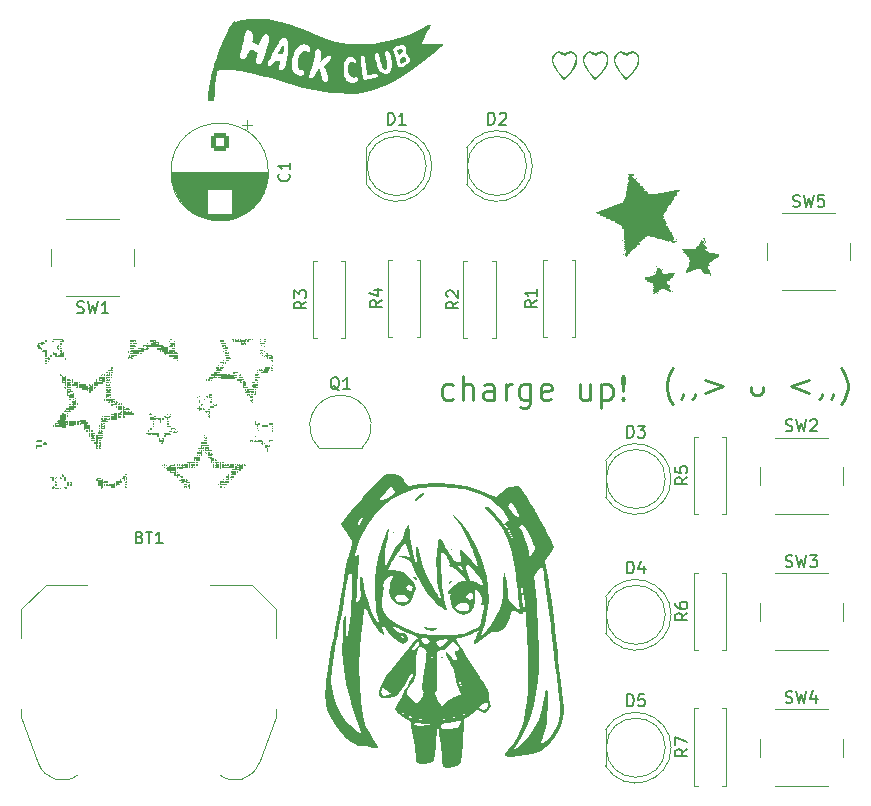
<source format=gto>
G04 #@! TF.GenerationSoftware,KiCad,Pcbnew,9.0.2*
G04 #@! TF.CreationDate,2025-06-30T20:49:54-07:00*
G04 #@! TF.ProjectId,idkwhatimdoing,69646b77-6861-4746-996d-646f696e672e,rev?*
G04 #@! TF.SameCoordinates,Original*
G04 #@! TF.FileFunction,Legend,Top*
G04 #@! TF.FilePolarity,Positive*
%FSLAX46Y46*%
G04 Gerber Fmt 4.6, Leading zero omitted, Abs format (unit mm)*
G04 Created by KiCad (PCBNEW 9.0.2) date 2025-06-30 20:49:54*
%MOMM*%
%LPD*%
G01*
G04 APERTURE LIST*
G04 Aperture macros list*
%AMRoundRect*
0 Rectangle with rounded corners*
0 $1 Rounding radius*
0 $2 $3 $4 $5 $6 $7 $8 $9 X,Y pos of 4 corners*
0 Add a 4 corners polygon primitive as box body*
4,1,4,$2,$3,$4,$5,$6,$7,$8,$9,$2,$3,0*
0 Add four circle primitives for the rounded corners*
1,1,$1+$1,$2,$3*
1,1,$1+$1,$4,$5*
1,1,$1+$1,$6,$7*
1,1,$1+$1,$8,$9*
0 Add four rect primitives between the rounded corners*
20,1,$1+$1,$2,$3,$4,$5,0*
20,1,$1+$1,$4,$5,$6,$7,0*
20,1,$1+$1,$6,$7,$8,$9,0*
20,1,$1+$1,$8,$9,$2,$3,0*%
G04 Aperture macros list end*
%ADD10C,0.250000*%
%ADD11C,0.150000*%
%ADD12C,0.000000*%
%ADD13C,0.120000*%
%ADD14C,17.800000*%
%ADD15R,1.270000X5.080000*%
%ADD16C,1.600000*%
%ADD17R,1.800000X1.800000*%
%ADD18C,1.800000*%
%ADD19R,1.050000X1.500000*%
%ADD20O,1.050000X1.500000*%
%ADD21C,2.000000*%
%ADD22RoundRect,0.250000X-0.550000X0.550000X-0.550000X-0.550000X0.550000X-0.550000X0.550000X0.550000X0*%
G04 APERTURE END LIST*
D10*
X94738094Y-120207056D02*
X94547618Y-120302294D01*
X94547618Y-120302294D02*
X94166665Y-120302294D01*
X94166665Y-120302294D02*
X93976189Y-120207056D01*
X93976189Y-120207056D02*
X93880951Y-120111817D01*
X93880951Y-120111817D02*
X93785713Y-119921341D01*
X93785713Y-119921341D02*
X93785713Y-119349913D01*
X93785713Y-119349913D02*
X93880951Y-119159436D01*
X93880951Y-119159436D02*
X93976189Y-119064198D01*
X93976189Y-119064198D02*
X94166665Y-118968960D01*
X94166665Y-118968960D02*
X94547618Y-118968960D01*
X94547618Y-118968960D02*
X94738094Y-119064198D01*
X95595237Y-120302294D02*
X95595237Y-118302294D01*
X96452380Y-120302294D02*
X96452380Y-119254675D01*
X96452380Y-119254675D02*
X96357142Y-119064198D01*
X96357142Y-119064198D02*
X96166666Y-118968960D01*
X96166666Y-118968960D02*
X95880951Y-118968960D01*
X95880951Y-118968960D02*
X95690475Y-119064198D01*
X95690475Y-119064198D02*
X95595237Y-119159436D01*
X98261904Y-120302294D02*
X98261904Y-119254675D01*
X98261904Y-119254675D02*
X98166666Y-119064198D01*
X98166666Y-119064198D02*
X97976190Y-118968960D01*
X97976190Y-118968960D02*
X97595237Y-118968960D01*
X97595237Y-118968960D02*
X97404761Y-119064198D01*
X98261904Y-120207056D02*
X98071428Y-120302294D01*
X98071428Y-120302294D02*
X97595237Y-120302294D01*
X97595237Y-120302294D02*
X97404761Y-120207056D01*
X97404761Y-120207056D02*
X97309523Y-120016579D01*
X97309523Y-120016579D02*
X97309523Y-119826103D01*
X97309523Y-119826103D02*
X97404761Y-119635627D01*
X97404761Y-119635627D02*
X97595237Y-119540389D01*
X97595237Y-119540389D02*
X98071428Y-119540389D01*
X98071428Y-119540389D02*
X98261904Y-119445151D01*
X99214285Y-120302294D02*
X99214285Y-118968960D01*
X99214285Y-119349913D02*
X99309523Y-119159436D01*
X99309523Y-119159436D02*
X99404761Y-119064198D01*
X99404761Y-119064198D02*
X99595237Y-118968960D01*
X99595237Y-118968960D02*
X99785714Y-118968960D01*
X101309523Y-118968960D02*
X101309523Y-120588008D01*
X101309523Y-120588008D02*
X101214285Y-120778484D01*
X101214285Y-120778484D02*
X101119047Y-120873722D01*
X101119047Y-120873722D02*
X100928570Y-120968960D01*
X100928570Y-120968960D02*
X100642856Y-120968960D01*
X100642856Y-120968960D02*
X100452380Y-120873722D01*
X101309523Y-120207056D02*
X101119047Y-120302294D01*
X101119047Y-120302294D02*
X100738094Y-120302294D01*
X100738094Y-120302294D02*
X100547618Y-120207056D01*
X100547618Y-120207056D02*
X100452380Y-120111817D01*
X100452380Y-120111817D02*
X100357142Y-119921341D01*
X100357142Y-119921341D02*
X100357142Y-119349913D01*
X100357142Y-119349913D02*
X100452380Y-119159436D01*
X100452380Y-119159436D02*
X100547618Y-119064198D01*
X100547618Y-119064198D02*
X100738094Y-118968960D01*
X100738094Y-118968960D02*
X101119047Y-118968960D01*
X101119047Y-118968960D02*
X101309523Y-119064198D01*
X103023809Y-120207056D02*
X102833333Y-120302294D01*
X102833333Y-120302294D02*
X102452380Y-120302294D01*
X102452380Y-120302294D02*
X102261904Y-120207056D01*
X102261904Y-120207056D02*
X102166666Y-120016579D01*
X102166666Y-120016579D02*
X102166666Y-119254675D01*
X102166666Y-119254675D02*
X102261904Y-119064198D01*
X102261904Y-119064198D02*
X102452380Y-118968960D01*
X102452380Y-118968960D02*
X102833333Y-118968960D01*
X102833333Y-118968960D02*
X103023809Y-119064198D01*
X103023809Y-119064198D02*
X103119047Y-119254675D01*
X103119047Y-119254675D02*
X103119047Y-119445151D01*
X103119047Y-119445151D02*
X102166666Y-119635627D01*
X106357143Y-118968960D02*
X106357143Y-120302294D01*
X105500000Y-118968960D02*
X105500000Y-120016579D01*
X105500000Y-120016579D02*
X105595238Y-120207056D01*
X105595238Y-120207056D02*
X105785714Y-120302294D01*
X105785714Y-120302294D02*
X106071429Y-120302294D01*
X106071429Y-120302294D02*
X106261905Y-120207056D01*
X106261905Y-120207056D02*
X106357143Y-120111817D01*
X107309524Y-118968960D02*
X107309524Y-120968960D01*
X107309524Y-119064198D02*
X107500000Y-118968960D01*
X107500000Y-118968960D02*
X107880953Y-118968960D01*
X107880953Y-118968960D02*
X108071429Y-119064198D01*
X108071429Y-119064198D02*
X108166667Y-119159436D01*
X108166667Y-119159436D02*
X108261905Y-119349913D01*
X108261905Y-119349913D02*
X108261905Y-119921341D01*
X108261905Y-119921341D02*
X108166667Y-120111817D01*
X108166667Y-120111817D02*
X108071429Y-120207056D01*
X108071429Y-120207056D02*
X107880953Y-120302294D01*
X107880953Y-120302294D02*
X107500000Y-120302294D01*
X107500000Y-120302294D02*
X107309524Y-120207056D01*
X109119048Y-120111817D02*
X109214286Y-120207056D01*
X109214286Y-120207056D02*
X109119048Y-120302294D01*
X109119048Y-120302294D02*
X109023810Y-120207056D01*
X109023810Y-120207056D02*
X109119048Y-120111817D01*
X109119048Y-120111817D02*
X109119048Y-120302294D01*
X109119048Y-119540389D02*
X109023810Y-118397532D01*
X109023810Y-118397532D02*
X109119048Y-118302294D01*
X109119048Y-118302294D02*
X109214286Y-118397532D01*
X109214286Y-118397532D02*
X109119048Y-119540389D01*
X109119048Y-119540389D02*
X109119048Y-118302294D01*
X113404762Y-120674142D02*
X113309523Y-120578904D01*
X113309523Y-120578904D02*
X113119047Y-120293190D01*
X113119047Y-120293190D02*
X113023809Y-120102714D01*
X113023809Y-120102714D02*
X112928571Y-119817000D01*
X112928571Y-119817000D02*
X112833333Y-119340809D01*
X112833333Y-119340809D02*
X112833333Y-118959857D01*
X112833333Y-118959857D02*
X112928571Y-118483666D01*
X112928571Y-118483666D02*
X113023809Y-118197952D01*
X113023809Y-118197952D02*
X113119047Y-118007476D01*
X113119047Y-118007476D02*
X113309523Y-117721761D01*
X113309523Y-117721761D02*
X113404762Y-117626523D01*
X114261904Y-119817000D02*
X114261904Y-119912238D01*
X114261904Y-119912238D02*
X114166666Y-120102714D01*
X114166666Y-120102714D02*
X114071428Y-120197952D01*
X115214285Y-119817000D02*
X115214285Y-119912238D01*
X115214285Y-119912238D02*
X115119047Y-120102714D01*
X115119047Y-120102714D02*
X115023809Y-120197952D01*
X116071428Y-118578904D02*
X117595238Y-119150333D01*
X117595238Y-119150333D02*
X116071428Y-119721761D01*
X119976190Y-119245571D02*
X119976190Y-119531285D01*
X119976190Y-119531285D02*
X120071428Y-119721761D01*
X120071428Y-119721761D02*
X120166666Y-119817000D01*
X120166666Y-119817000D02*
X120357142Y-119912238D01*
X120357142Y-119912238D02*
X120642857Y-119912238D01*
X120642857Y-119912238D02*
X120833333Y-119817000D01*
X120833333Y-119817000D02*
X120928571Y-119721761D01*
X120928571Y-119721761D02*
X121023809Y-119531285D01*
X121023809Y-119531285D02*
X121023809Y-119245571D01*
X124928572Y-118578904D02*
X123404762Y-119150333D01*
X123404762Y-119150333D02*
X124928572Y-119721761D01*
X125976190Y-119817000D02*
X125976190Y-119912238D01*
X125976190Y-119912238D02*
X125880952Y-120102714D01*
X125880952Y-120102714D02*
X125785714Y-120197952D01*
X126928571Y-119817000D02*
X126928571Y-119912238D01*
X126928571Y-119912238D02*
X126833333Y-120102714D01*
X126833333Y-120102714D02*
X126738095Y-120197952D01*
X127595238Y-120674142D02*
X127690476Y-120578904D01*
X127690476Y-120578904D02*
X127880952Y-120293190D01*
X127880952Y-120293190D02*
X127976190Y-120102714D01*
X127976190Y-120102714D02*
X128071428Y-119817000D01*
X128071428Y-119817000D02*
X128166666Y-119340809D01*
X128166666Y-119340809D02*
X128166666Y-118959857D01*
X128166666Y-118959857D02*
X128071428Y-118483666D01*
X128071428Y-118483666D02*
X127976190Y-118197952D01*
X127976190Y-118197952D02*
X127880952Y-118007476D01*
X127880952Y-118007476D02*
X127690476Y-117721761D01*
X127690476Y-117721761D02*
X127595238Y-117626523D01*
D11*
X68214285Y-131931009D02*
X68357142Y-131978628D01*
X68357142Y-131978628D02*
X68404761Y-132026247D01*
X68404761Y-132026247D02*
X68452380Y-132121485D01*
X68452380Y-132121485D02*
X68452380Y-132264342D01*
X68452380Y-132264342D02*
X68404761Y-132359580D01*
X68404761Y-132359580D02*
X68357142Y-132407200D01*
X68357142Y-132407200D02*
X68261904Y-132454819D01*
X68261904Y-132454819D02*
X67880952Y-132454819D01*
X67880952Y-132454819D02*
X67880952Y-131454819D01*
X67880952Y-131454819D02*
X68214285Y-131454819D01*
X68214285Y-131454819D02*
X68309523Y-131502438D01*
X68309523Y-131502438D02*
X68357142Y-131550057D01*
X68357142Y-131550057D02*
X68404761Y-131645295D01*
X68404761Y-131645295D02*
X68404761Y-131740533D01*
X68404761Y-131740533D02*
X68357142Y-131835771D01*
X68357142Y-131835771D02*
X68309523Y-131883390D01*
X68309523Y-131883390D02*
X68214285Y-131931009D01*
X68214285Y-131931009D02*
X67880952Y-131931009D01*
X68738095Y-131454819D02*
X69309523Y-131454819D01*
X69023809Y-132454819D02*
X69023809Y-131454819D01*
X70166666Y-132454819D02*
X69595238Y-132454819D01*
X69880952Y-132454819D02*
X69880952Y-131454819D01*
X69880952Y-131454819D02*
X69785714Y-131597676D01*
X69785714Y-131597676D02*
X69690476Y-131692914D01*
X69690476Y-131692914D02*
X69595238Y-131740533D01*
X88714819Y-111856666D02*
X88238628Y-112189999D01*
X88714819Y-112428094D02*
X87714819Y-112428094D01*
X87714819Y-112428094D02*
X87714819Y-112047142D01*
X87714819Y-112047142D02*
X87762438Y-111951904D01*
X87762438Y-111951904D02*
X87810057Y-111904285D01*
X87810057Y-111904285D02*
X87905295Y-111856666D01*
X87905295Y-111856666D02*
X88048152Y-111856666D01*
X88048152Y-111856666D02*
X88143390Y-111904285D01*
X88143390Y-111904285D02*
X88191009Y-111951904D01*
X88191009Y-111951904D02*
X88238628Y-112047142D01*
X88238628Y-112047142D02*
X88238628Y-112428094D01*
X88048152Y-110999523D02*
X88714819Y-110999523D01*
X87667200Y-111237618D02*
X88381485Y-111475713D01*
X88381485Y-111475713D02*
X88381485Y-110856666D01*
X95204819Y-111976666D02*
X94728628Y-112309999D01*
X95204819Y-112548094D02*
X94204819Y-112548094D01*
X94204819Y-112548094D02*
X94204819Y-112167142D01*
X94204819Y-112167142D02*
X94252438Y-112071904D01*
X94252438Y-112071904D02*
X94300057Y-112024285D01*
X94300057Y-112024285D02*
X94395295Y-111976666D01*
X94395295Y-111976666D02*
X94538152Y-111976666D01*
X94538152Y-111976666D02*
X94633390Y-112024285D01*
X94633390Y-112024285D02*
X94681009Y-112071904D01*
X94681009Y-112071904D02*
X94728628Y-112167142D01*
X94728628Y-112167142D02*
X94728628Y-112548094D01*
X94300057Y-111595713D02*
X94252438Y-111548094D01*
X94252438Y-111548094D02*
X94204819Y-111452856D01*
X94204819Y-111452856D02*
X94204819Y-111214761D01*
X94204819Y-111214761D02*
X94252438Y-111119523D01*
X94252438Y-111119523D02*
X94300057Y-111071904D01*
X94300057Y-111071904D02*
X94395295Y-111024285D01*
X94395295Y-111024285D02*
X94490533Y-111024285D01*
X94490533Y-111024285D02*
X94633390Y-111071904D01*
X94633390Y-111071904D02*
X95204819Y-111643332D01*
X95204819Y-111643332D02*
X95204819Y-111024285D01*
X89241905Y-96994819D02*
X89241905Y-95994819D01*
X89241905Y-95994819D02*
X89480000Y-95994819D01*
X89480000Y-95994819D02*
X89622857Y-96042438D01*
X89622857Y-96042438D02*
X89718095Y-96137676D01*
X89718095Y-96137676D02*
X89765714Y-96232914D01*
X89765714Y-96232914D02*
X89813333Y-96423390D01*
X89813333Y-96423390D02*
X89813333Y-96566247D01*
X89813333Y-96566247D02*
X89765714Y-96756723D01*
X89765714Y-96756723D02*
X89718095Y-96851961D01*
X89718095Y-96851961D02*
X89622857Y-96947200D01*
X89622857Y-96947200D02*
X89480000Y-96994819D01*
X89480000Y-96994819D02*
X89241905Y-96994819D01*
X90765714Y-96994819D02*
X90194286Y-96994819D01*
X90480000Y-96994819D02*
X90480000Y-95994819D01*
X90480000Y-95994819D02*
X90384762Y-96137676D01*
X90384762Y-96137676D02*
X90289524Y-96232914D01*
X90289524Y-96232914D02*
X90194286Y-96280533D01*
X97741905Y-96994819D02*
X97741905Y-95994819D01*
X97741905Y-95994819D02*
X97980000Y-95994819D01*
X97980000Y-95994819D02*
X98122857Y-96042438D01*
X98122857Y-96042438D02*
X98218095Y-96137676D01*
X98218095Y-96137676D02*
X98265714Y-96232914D01*
X98265714Y-96232914D02*
X98313333Y-96423390D01*
X98313333Y-96423390D02*
X98313333Y-96566247D01*
X98313333Y-96566247D02*
X98265714Y-96756723D01*
X98265714Y-96756723D02*
X98218095Y-96851961D01*
X98218095Y-96851961D02*
X98122857Y-96947200D01*
X98122857Y-96947200D02*
X97980000Y-96994819D01*
X97980000Y-96994819D02*
X97741905Y-96994819D01*
X98694286Y-96090057D02*
X98741905Y-96042438D01*
X98741905Y-96042438D02*
X98837143Y-95994819D01*
X98837143Y-95994819D02*
X99075238Y-95994819D01*
X99075238Y-95994819D02*
X99170476Y-96042438D01*
X99170476Y-96042438D02*
X99218095Y-96090057D01*
X99218095Y-96090057D02*
X99265714Y-96185295D01*
X99265714Y-96185295D02*
X99265714Y-96280533D01*
X99265714Y-96280533D02*
X99218095Y-96423390D01*
X99218095Y-96423390D02*
X98646667Y-96994819D01*
X98646667Y-96994819D02*
X99265714Y-96994819D01*
X85134761Y-119490057D02*
X85039523Y-119442438D01*
X85039523Y-119442438D02*
X84944285Y-119347200D01*
X84944285Y-119347200D02*
X84801428Y-119204342D01*
X84801428Y-119204342D02*
X84706190Y-119156723D01*
X84706190Y-119156723D02*
X84610952Y-119156723D01*
X84658571Y-119394819D02*
X84563333Y-119347200D01*
X84563333Y-119347200D02*
X84468095Y-119251961D01*
X84468095Y-119251961D02*
X84420476Y-119061485D01*
X84420476Y-119061485D02*
X84420476Y-118728152D01*
X84420476Y-118728152D02*
X84468095Y-118537676D01*
X84468095Y-118537676D02*
X84563333Y-118442438D01*
X84563333Y-118442438D02*
X84658571Y-118394819D01*
X84658571Y-118394819D02*
X84849047Y-118394819D01*
X84849047Y-118394819D02*
X84944285Y-118442438D01*
X84944285Y-118442438D02*
X85039523Y-118537676D01*
X85039523Y-118537676D02*
X85087142Y-118728152D01*
X85087142Y-118728152D02*
X85087142Y-119061485D01*
X85087142Y-119061485D02*
X85039523Y-119251961D01*
X85039523Y-119251961D02*
X84944285Y-119347200D01*
X84944285Y-119347200D02*
X84849047Y-119394819D01*
X84849047Y-119394819D02*
X84658571Y-119394819D01*
X86039523Y-119394819D02*
X85468095Y-119394819D01*
X85753809Y-119394819D02*
X85753809Y-118394819D01*
X85753809Y-118394819D02*
X85658571Y-118537676D01*
X85658571Y-118537676D02*
X85563333Y-118632914D01*
X85563333Y-118632914D02*
X85468095Y-118680533D01*
X123536667Y-103907200D02*
X123679524Y-103954819D01*
X123679524Y-103954819D02*
X123917619Y-103954819D01*
X123917619Y-103954819D02*
X124012857Y-103907200D01*
X124012857Y-103907200D02*
X124060476Y-103859580D01*
X124060476Y-103859580D02*
X124108095Y-103764342D01*
X124108095Y-103764342D02*
X124108095Y-103669104D01*
X124108095Y-103669104D02*
X124060476Y-103573866D01*
X124060476Y-103573866D02*
X124012857Y-103526247D01*
X124012857Y-103526247D02*
X123917619Y-103478628D01*
X123917619Y-103478628D02*
X123727143Y-103431009D01*
X123727143Y-103431009D02*
X123631905Y-103383390D01*
X123631905Y-103383390D02*
X123584286Y-103335771D01*
X123584286Y-103335771D02*
X123536667Y-103240533D01*
X123536667Y-103240533D02*
X123536667Y-103145295D01*
X123536667Y-103145295D02*
X123584286Y-103050057D01*
X123584286Y-103050057D02*
X123631905Y-103002438D01*
X123631905Y-103002438D02*
X123727143Y-102954819D01*
X123727143Y-102954819D02*
X123965238Y-102954819D01*
X123965238Y-102954819D02*
X124108095Y-103002438D01*
X124441429Y-102954819D02*
X124679524Y-103954819D01*
X124679524Y-103954819D02*
X124870000Y-103240533D01*
X124870000Y-103240533D02*
X125060476Y-103954819D01*
X125060476Y-103954819D02*
X125298572Y-102954819D01*
X126155714Y-102954819D02*
X125679524Y-102954819D01*
X125679524Y-102954819D02*
X125631905Y-103431009D01*
X125631905Y-103431009D02*
X125679524Y-103383390D01*
X125679524Y-103383390D02*
X125774762Y-103335771D01*
X125774762Y-103335771D02*
X126012857Y-103335771D01*
X126012857Y-103335771D02*
X126108095Y-103383390D01*
X126108095Y-103383390D02*
X126155714Y-103431009D01*
X126155714Y-103431009D02*
X126203333Y-103526247D01*
X126203333Y-103526247D02*
X126203333Y-103764342D01*
X126203333Y-103764342D02*
X126155714Y-103859580D01*
X126155714Y-103859580D02*
X126108095Y-103907200D01*
X126108095Y-103907200D02*
X126012857Y-103954819D01*
X126012857Y-103954819D02*
X125774762Y-103954819D01*
X125774762Y-103954819D02*
X125679524Y-103907200D01*
X125679524Y-103907200D02*
X125631905Y-103859580D01*
X122916667Y-122907200D02*
X123059524Y-122954819D01*
X123059524Y-122954819D02*
X123297619Y-122954819D01*
X123297619Y-122954819D02*
X123392857Y-122907200D01*
X123392857Y-122907200D02*
X123440476Y-122859580D01*
X123440476Y-122859580D02*
X123488095Y-122764342D01*
X123488095Y-122764342D02*
X123488095Y-122669104D01*
X123488095Y-122669104D02*
X123440476Y-122573866D01*
X123440476Y-122573866D02*
X123392857Y-122526247D01*
X123392857Y-122526247D02*
X123297619Y-122478628D01*
X123297619Y-122478628D02*
X123107143Y-122431009D01*
X123107143Y-122431009D02*
X123011905Y-122383390D01*
X123011905Y-122383390D02*
X122964286Y-122335771D01*
X122964286Y-122335771D02*
X122916667Y-122240533D01*
X122916667Y-122240533D02*
X122916667Y-122145295D01*
X122916667Y-122145295D02*
X122964286Y-122050057D01*
X122964286Y-122050057D02*
X123011905Y-122002438D01*
X123011905Y-122002438D02*
X123107143Y-121954819D01*
X123107143Y-121954819D02*
X123345238Y-121954819D01*
X123345238Y-121954819D02*
X123488095Y-122002438D01*
X123821429Y-121954819D02*
X124059524Y-122954819D01*
X124059524Y-122954819D02*
X124250000Y-122240533D01*
X124250000Y-122240533D02*
X124440476Y-122954819D01*
X124440476Y-122954819D02*
X124678572Y-121954819D01*
X125011905Y-122050057D02*
X125059524Y-122002438D01*
X125059524Y-122002438D02*
X125154762Y-121954819D01*
X125154762Y-121954819D02*
X125392857Y-121954819D01*
X125392857Y-121954819D02*
X125488095Y-122002438D01*
X125488095Y-122002438D02*
X125535714Y-122050057D01*
X125535714Y-122050057D02*
X125583333Y-122145295D01*
X125583333Y-122145295D02*
X125583333Y-122240533D01*
X125583333Y-122240533D02*
X125535714Y-122383390D01*
X125535714Y-122383390D02*
X124964286Y-122954819D01*
X124964286Y-122954819D02*
X125583333Y-122954819D01*
X122916667Y-134407200D02*
X123059524Y-134454819D01*
X123059524Y-134454819D02*
X123297619Y-134454819D01*
X123297619Y-134454819D02*
X123392857Y-134407200D01*
X123392857Y-134407200D02*
X123440476Y-134359580D01*
X123440476Y-134359580D02*
X123488095Y-134264342D01*
X123488095Y-134264342D02*
X123488095Y-134169104D01*
X123488095Y-134169104D02*
X123440476Y-134073866D01*
X123440476Y-134073866D02*
X123392857Y-134026247D01*
X123392857Y-134026247D02*
X123297619Y-133978628D01*
X123297619Y-133978628D02*
X123107143Y-133931009D01*
X123107143Y-133931009D02*
X123011905Y-133883390D01*
X123011905Y-133883390D02*
X122964286Y-133835771D01*
X122964286Y-133835771D02*
X122916667Y-133740533D01*
X122916667Y-133740533D02*
X122916667Y-133645295D01*
X122916667Y-133645295D02*
X122964286Y-133550057D01*
X122964286Y-133550057D02*
X123011905Y-133502438D01*
X123011905Y-133502438D02*
X123107143Y-133454819D01*
X123107143Y-133454819D02*
X123345238Y-133454819D01*
X123345238Y-133454819D02*
X123488095Y-133502438D01*
X123821429Y-133454819D02*
X124059524Y-134454819D01*
X124059524Y-134454819D02*
X124250000Y-133740533D01*
X124250000Y-133740533D02*
X124440476Y-134454819D01*
X124440476Y-134454819D02*
X124678572Y-133454819D01*
X124964286Y-133454819D02*
X125583333Y-133454819D01*
X125583333Y-133454819D02*
X125250000Y-133835771D01*
X125250000Y-133835771D02*
X125392857Y-133835771D01*
X125392857Y-133835771D02*
X125488095Y-133883390D01*
X125488095Y-133883390D02*
X125535714Y-133931009D01*
X125535714Y-133931009D02*
X125583333Y-134026247D01*
X125583333Y-134026247D02*
X125583333Y-134264342D01*
X125583333Y-134264342D02*
X125535714Y-134359580D01*
X125535714Y-134359580D02*
X125488095Y-134407200D01*
X125488095Y-134407200D02*
X125392857Y-134454819D01*
X125392857Y-134454819D02*
X125107143Y-134454819D01*
X125107143Y-134454819D02*
X125011905Y-134407200D01*
X125011905Y-134407200D02*
X124964286Y-134359580D01*
X122916667Y-145907200D02*
X123059524Y-145954819D01*
X123059524Y-145954819D02*
X123297619Y-145954819D01*
X123297619Y-145954819D02*
X123392857Y-145907200D01*
X123392857Y-145907200D02*
X123440476Y-145859580D01*
X123440476Y-145859580D02*
X123488095Y-145764342D01*
X123488095Y-145764342D02*
X123488095Y-145669104D01*
X123488095Y-145669104D02*
X123440476Y-145573866D01*
X123440476Y-145573866D02*
X123392857Y-145526247D01*
X123392857Y-145526247D02*
X123297619Y-145478628D01*
X123297619Y-145478628D02*
X123107143Y-145431009D01*
X123107143Y-145431009D02*
X123011905Y-145383390D01*
X123011905Y-145383390D02*
X122964286Y-145335771D01*
X122964286Y-145335771D02*
X122916667Y-145240533D01*
X122916667Y-145240533D02*
X122916667Y-145145295D01*
X122916667Y-145145295D02*
X122964286Y-145050057D01*
X122964286Y-145050057D02*
X123011905Y-145002438D01*
X123011905Y-145002438D02*
X123107143Y-144954819D01*
X123107143Y-144954819D02*
X123345238Y-144954819D01*
X123345238Y-144954819D02*
X123488095Y-145002438D01*
X123821429Y-144954819D02*
X124059524Y-145954819D01*
X124059524Y-145954819D02*
X124250000Y-145240533D01*
X124250000Y-145240533D02*
X124440476Y-145954819D01*
X124440476Y-145954819D02*
X124678572Y-144954819D01*
X125488095Y-145288152D02*
X125488095Y-145954819D01*
X125250000Y-144907200D02*
X125011905Y-145621485D01*
X125011905Y-145621485D02*
X125630952Y-145621485D01*
X62916667Y-112907200D02*
X63059524Y-112954819D01*
X63059524Y-112954819D02*
X63297619Y-112954819D01*
X63297619Y-112954819D02*
X63392857Y-112907200D01*
X63392857Y-112907200D02*
X63440476Y-112859580D01*
X63440476Y-112859580D02*
X63488095Y-112764342D01*
X63488095Y-112764342D02*
X63488095Y-112669104D01*
X63488095Y-112669104D02*
X63440476Y-112573866D01*
X63440476Y-112573866D02*
X63392857Y-112526247D01*
X63392857Y-112526247D02*
X63297619Y-112478628D01*
X63297619Y-112478628D02*
X63107143Y-112431009D01*
X63107143Y-112431009D02*
X63011905Y-112383390D01*
X63011905Y-112383390D02*
X62964286Y-112335771D01*
X62964286Y-112335771D02*
X62916667Y-112240533D01*
X62916667Y-112240533D02*
X62916667Y-112145295D01*
X62916667Y-112145295D02*
X62964286Y-112050057D01*
X62964286Y-112050057D02*
X63011905Y-112002438D01*
X63011905Y-112002438D02*
X63107143Y-111954819D01*
X63107143Y-111954819D02*
X63345238Y-111954819D01*
X63345238Y-111954819D02*
X63488095Y-112002438D01*
X63821429Y-111954819D02*
X64059524Y-112954819D01*
X64059524Y-112954819D02*
X64250000Y-112240533D01*
X64250000Y-112240533D02*
X64440476Y-112954819D01*
X64440476Y-112954819D02*
X64678572Y-111954819D01*
X65583333Y-112954819D02*
X65011905Y-112954819D01*
X65297619Y-112954819D02*
X65297619Y-111954819D01*
X65297619Y-111954819D02*
X65202381Y-112097676D01*
X65202381Y-112097676D02*
X65107143Y-112192914D01*
X65107143Y-112192914D02*
X65011905Y-112240533D01*
X80859580Y-101166666D02*
X80907200Y-101214285D01*
X80907200Y-101214285D02*
X80954819Y-101357142D01*
X80954819Y-101357142D02*
X80954819Y-101452380D01*
X80954819Y-101452380D02*
X80907200Y-101595237D01*
X80907200Y-101595237D02*
X80811961Y-101690475D01*
X80811961Y-101690475D02*
X80716723Y-101738094D01*
X80716723Y-101738094D02*
X80526247Y-101785713D01*
X80526247Y-101785713D02*
X80383390Y-101785713D01*
X80383390Y-101785713D02*
X80192914Y-101738094D01*
X80192914Y-101738094D02*
X80097676Y-101690475D01*
X80097676Y-101690475D02*
X80002438Y-101595237D01*
X80002438Y-101595237D02*
X79954819Y-101452380D01*
X79954819Y-101452380D02*
X79954819Y-101357142D01*
X79954819Y-101357142D02*
X80002438Y-101214285D01*
X80002438Y-101214285D02*
X80050057Y-101166666D01*
X80954819Y-100214285D02*
X80954819Y-100785713D01*
X80954819Y-100499999D02*
X79954819Y-100499999D01*
X79954819Y-100499999D02*
X80097676Y-100595237D01*
X80097676Y-100595237D02*
X80192914Y-100690475D01*
X80192914Y-100690475D02*
X80240533Y-100785713D01*
X114584819Y-149856666D02*
X114108628Y-150189999D01*
X114584819Y-150428094D02*
X113584819Y-150428094D01*
X113584819Y-150428094D02*
X113584819Y-150047142D01*
X113584819Y-150047142D02*
X113632438Y-149951904D01*
X113632438Y-149951904D02*
X113680057Y-149904285D01*
X113680057Y-149904285D02*
X113775295Y-149856666D01*
X113775295Y-149856666D02*
X113918152Y-149856666D01*
X113918152Y-149856666D02*
X114013390Y-149904285D01*
X114013390Y-149904285D02*
X114061009Y-149951904D01*
X114061009Y-149951904D02*
X114108628Y-150047142D01*
X114108628Y-150047142D02*
X114108628Y-150428094D01*
X113584819Y-149523332D02*
X113584819Y-148856666D01*
X113584819Y-148856666D02*
X114584819Y-149285237D01*
X114584819Y-138356666D02*
X114108628Y-138689999D01*
X114584819Y-138928094D02*
X113584819Y-138928094D01*
X113584819Y-138928094D02*
X113584819Y-138547142D01*
X113584819Y-138547142D02*
X113632438Y-138451904D01*
X113632438Y-138451904D02*
X113680057Y-138404285D01*
X113680057Y-138404285D02*
X113775295Y-138356666D01*
X113775295Y-138356666D02*
X113918152Y-138356666D01*
X113918152Y-138356666D02*
X114013390Y-138404285D01*
X114013390Y-138404285D02*
X114061009Y-138451904D01*
X114061009Y-138451904D02*
X114108628Y-138547142D01*
X114108628Y-138547142D02*
X114108628Y-138928094D01*
X113584819Y-137499523D02*
X113584819Y-137689999D01*
X113584819Y-137689999D02*
X113632438Y-137785237D01*
X113632438Y-137785237D02*
X113680057Y-137832856D01*
X113680057Y-137832856D02*
X113822914Y-137928094D01*
X113822914Y-137928094D02*
X114013390Y-137975713D01*
X114013390Y-137975713D02*
X114394342Y-137975713D01*
X114394342Y-137975713D02*
X114489580Y-137928094D01*
X114489580Y-137928094D02*
X114537200Y-137880475D01*
X114537200Y-137880475D02*
X114584819Y-137785237D01*
X114584819Y-137785237D02*
X114584819Y-137594761D01*
X114584819Y-137594761D02*
X114537200Y-137499523D01*
X114537200Y-137499523D02*
X114489580Y-137451904D01*
X114489580Y-137451904D02*
X114394342Y-137404285D01*
X114394342Y-137404285D02*
X114156247Y-137404285D01*
X114156247Y-137404285D02*
X114061009Y-137451904D01*
X114061009Y-137451904D02*
X114013390Y-137499523D01*
X114013390Y-137499523D02*
X113965771Y-137594761D01*
X113965771Y-137594761D02*
X113965771Y-137785237D01*
X113965771Y-137785237D02*
X114013390Y-137880475D01*
X114013390Y-137880475D02*
X114061009Y-137928094D01*
X114061009Y-137928094D02*
X114156247Y-137975713D01*
X114584819Y-126856666D02*
X114108628Y-127189999D01*
X114584819Y-127428094D02*
X113584819Y-127428094D01*
X113584819Y-127428094D02*
X113584819Y-127047142D01*
X113584819Y-127047142D02*
X113632438Y-126951904D01*
X113632438Y-126951904D02*
X113680057Y-126904285D01*
X113680057Y-126904285D02*
X113775295Y-126856666D01*
X113775295Y-126856666D02*
X113918152Y-126856666D01*
X113918152Y-126856666D02*
X114013390Y-126904285D01*
X114013390Y-126904285D02*
X114061009Y-126951904D01*
X114061009Y-126951904D02*
X114108628Y-127047142D01*
X114108628Y-127047142D02*
X114108628Y-127428094D01*
X113584819Y-125951904D02*
X113584819Y-126428094D01*
X113584819Y-126428094D02*
X114061009Y-126475713D01*
X114061009Y-126475713D02*
X114013390Y-126428094D01*
X114013390Y-126428094D02*
X113965771Y-126332856D01*
X113965771Y-126332856D02*
X113965771Y-126094761D01*
X113965771Y-126094761D02*
X114013390Y-125999523D01*
X114013390Y-125999523D02*
X114061009Y-125951904D01*
X114061009Y-125951904D02*
X114156247Y-125904285D01*
X114156247Y-125904285D02*
X114394342Y-125904285D01*
X114394342Y-125904285D02*
X114489580Y-125951904D01*
X114489580Y-125951904D02*
X114537200Y-125999523D01*
X114537200Y-125999523D02*
X114584819Y-126094761D01*
X114584819Y-126094761D02*
X114584819Y-126332856D01*
X114584819Y-126332856D02*
X114537200Y-126428094D01*
X114537200Y-126428094D02*
X114489580Y-126475713D01*
X82334819Y-111976666D02*
X81858628Y-112309999D01*
X82334819Y-112548094D02*
X81334819Y-112548094D01*
X81334819Y-112548094D02*
X81334819Y-112167142D01*
X81334819Y-112167142D02*
X81382438Y-112071904D01*
X81382438Y-112071904D02*
X81430057Y-112024285D01*
X81430057Y-112024285D02*
X81525295Y-111976666D01*
X81525295Y-111976666D02*
X81668152Y-111976666D01*
X81668152Y-111976666D02*
X81763390Y-112024285D01*
X81763390Y-112024285D02*
X81811009Y-112071904D01*
X81811009Y-112071904D02*
X81858628Y-112167142D01*
X81858628Y-112167142D02*
X81858628Y-112548094D01*
X81334819Y-111643332D02*
X81334819Y-111024285D01*
X81334819Y-111024285D02*
X81715771Y-111357618D01*
X81715771Y-111357618D02*
X81715771Y-111214761D01*
X81715771Y-111214761D02*
X81763390Y-111119523D01*
X81763390Y-111119523D02*
X81811009Y-111071904D01*
X81811009Y-111071904D02*
X81906247Y-111024285D01*
X81906247Y-111024285D02*
X82144342Y-111024285D01*
X82144342Y-111024285D02*
X82239580Y-111071904D01*
X82239580Y-111071904D02*
X82287200Y-111119523D01*
X82287200Y-111119523D02*
X82334819Y-111214761D01*
X82334819Y-111214761D02*
X82334819Y-111500475D01*
X82334819Y-111500475D02*
X82287200Y-111595713D01*
X82287200Y-111595713D02*
X82239580Y-111643332D01*
X101834819Y-111879317D02*
X101358628Y-112212650D01*
X101834819Y-112450745D02*
X100834819Y-112450745D01*
X100834819Y-112450745D02*
X100834819Y-112069793D01*
X100834819Y-112069793D02*
X100882438Y-111974555D01*
X100882438Y-111974555D02*
X100930057Y-111926936D01*
X100930057Y-111926936D02*
X101025295Y-111879317D01*
X101025295Y-111879317D02*
X101168152Y-111879317D01*
X101168152Y-111879317D02*
X101263390Y-111926936D01*
X101263390Y-111926936D02*
X101311009Y-111974555D01*
X101311009Y-111974555D02*
X101358628Y-112069793D01*
X101358628Y-112069793D02*
X101358628Y-112450745D01*
X101834819Y-110926936D02*
X101834819Y-111498364D01*
X101834819Y-111212650D02*
X100834819Y-111212650D01*
X100834819Y-111212650D02*
X100977676Y-111307888D01*
X100977676Y-111307888D02*
X101072914Y-111403126D01*
X101072914Y-111403126D02*
X101120533Y-111498364D01*
X109491905Y-146244819D02*
X109491905Y-145244819D01*
X109491905Y-145244819D02*
X109730000Y-145244819D01*
X109730000Y-145244819D02*
X109872857Y-145292438D01*
X109872857Y-145292438D02*
X109968095Y-145387676D01*
X109968095Y-145387676D02*
X110015714Y-145482914D01*
X110015714Y-145482914D02*
X110063333Y-145673390D01*
X110063333Y-145673390D02*
X110063333Y-145816247D01*
X110063333Y-145816247D02*
X110015714Y-146006723D01*
X110015714Y-146006723D02*
X109968095Y-146101961D01*
X109968095Y-146101961D02*
X109872857Y-146197200D01*
X109872857Y-146197200D02*
X109730000Y-146244819D01*
X109730000Y-146244819D02*
X109491905Y-146244819D01*
X110968095Y-145244819D02*
X110491905Y-145244819D01*
X110491905Y-145244819D02*
X110444286Y-145721009D01*
X110444286Y-145721009D02*
X110491905Y-145673390D01*
X110491905Y-145673390D02*
X110587143Y-145625771D01*
X110587143Y-145625771D02*
X110825238Y-145625771D01*
X110825238Y-145625771D02*
X110920476Y-145673390D01*
X110920476Y-145673390D02*
X110968095Y-145721009D01*
X110968095Y-145721009D02*
X111015714Y-145816247D01*
X111015714Y-145816247D02*
X111015714Y-146054342D01*
X111015714Y-146054342D02*
X110968095Y-146149580D01*
X110968095Y-146149580D02*
X110920476Y-146197200D01*
X110920476Y-146197200D02*
X110825238Y-146244819D01*
X110825238Y-146244819D02*
X110587143Y-146244819D01*
X110587143Y-146244819D02*
X110491905Y-146197200D01*
X110491905Y-146197200D02*
X110444286Y-146149580D01*
X109491905Y-134994819D02*
X109491905Y-133994819D01*
X109491905Y-133994819D02*
X109730000Y-133994819D01*
X109730000Y-133994819D02*
X109872857Y-134042438D01*
X109872857Y-134042438D02*
X109968095Y-134137676D01*
X109968095Y-134137676D02*
X110015714Y-134232914D01*
X110015714Y-134232914D02*
X110063333Y-134423390D01*
X110063333Y-134423390D02*
X110063333Y-134566247D01*
X110063333Y-134566247D02*
X110015714Y-134756723D01*
X110015714Y-134756723D02*
X109968095Y-134851961D01*
X109968095Y-134851961D02*
X109872857Y-134947200D01*
X109872857Y-134947200D02*
X109730000Y-134994819D01*
X109730000Y-134994819D02*
X109491905Y-134994819D01*
X110920476Y-134328152D02*
X110920476Y-134994819D01*
X110682381Y-133947200D02*
X110444286Y-134661485D01*
X110444286Y-134661485D02*
X111063333Y-134661485D01*
X109491905Y-123494819D02*
X109491905Y-122494819D01*
X109491905Y-122494819D02*
X109730000Y-122494819D01*
X109730000Y-122494819D02*
X109872857Y-122542438D01*
X109872857Y-122542438D02*
X109968095Y-122637676D01*
X109968095Y-122637676D02*
X110015714Y-122732914D01*
X110015714Y-122732914D02*
X110063333Y-122923390D01*
X110063333Y-122923390D02*
X110063333Y-123066247D01*
X110063333Y-123066247D02*
X110015714Y-123256723D01*
X110015714Y-123256723D02*
X109968095Y-123351961D01*
X109968095Y-123351961D02*
X109872857Y-123447200D01*
X109872857Y-123447200D02*
X109730000Y-123494819D01*
X109730000Y-123494819D02*
X109491905Y-123494819D01*
X110396667Y-122494819D02*
X111015714Y-122494819D01*
X111015714Y-122494819D02*
X110682381Y-122875771D01*
X110682381Y-122875771D02*
X110825238Y-122875771D01*
X110825238Y-122875771D02*
X110920476Y-122923390D01*
X110920476Y-122923390D02*
X110968095Y-122971009D01*
X110968095Y-122971009D02*
X111015714Y-123066247D01*
X111015714Y-123066247D02*
X111015714Y-123304342D01*
X111015714Y-123304342D02*
X110968095Y-123399580D01*
X110968095Y-123399580D02*
X110920476Y-123447200D01*
X110920476Y-123447200D02*
X110825238Y-123494819D01*
X110825238Y-123494819D02*
X110539524Y-123494819D01*
X110539524Y-123494819D02*
X110444286Y-123447200D01*
X110444286Y-123447200D02*
X110396667Y-123399580D01*
D12*
G04 #@! TO.C,G\u002A\u002A\u002A*
G36*
X78467589Y-88027325D02*
G01*
X78790254Y-88043953D01*
X79095780Y-88074823D01*
X79405665Y-88122760D01*
X79741406Y-88190588D01*
X80124503Y-88281131D01*
X80176121Y-88294018D01*
X80497439Y-88378921D01*
X80813263Y-88471893D01*
X81133843Y-88576791D01*
X81469426Y-88697470D01*
X81830262Y-88837786D01*
X82226598Y-89001595D01*
X82668684Y-89192753D01*
X83166767Y-89415115D01*
X83220509Y-89439424D01*
X83873416Y-89703518D01*
X84549005Y-89912992D01*
X85264325Y-90072857D01*
X85531950Y-90118768D01*
X85808922Y-90152074D01*
X86143245Y-90175029D01*
X86516947Y-90187748D01*
X86912054Y-90190346D01*
X87310593Y-90182938D01*
X87694592Y-90165637D01*
X88046077Y-90138558D01*
X88347075Y-90101817D01*
X88353742Y-90100784D01*
X89252072Y-89924873D01*
X90150522Y-89678832D01*
X91035667Y-89367364D01*
X91894082Y-88995170D01*
X92678930Y-88586018D01*
X92782608Y-88533460D01*
X92858674Y-88506657D01*
X92883872Y-88507724D01*
X92874226Y-88546987D01*
X92834031Y-88644106D01*
X92767765Y-88789432D01*
X92679907Y-88973321D01*
X92574933Y-89186125D01*
X92500136Y-89334416D01*
X92386534Y-89560839D01*
X92287257Y-89764671D01*
X92206767Y-89936248D01*
X92149527Y-90065907D01*
X92120000Y-90143982D01*
X92117749Y-90162458D01*
X92161528Y-90169783D01*
X92270411Y-90176385D01*
X92433456Y-90181943D01*
X92639720Y-90186137D01*
X92878260Y-90188648D01*
X93031727Y-90189211D01*
X93284106Y-90190430D01*
X93510536Y-90193284D01*
X93700127Y-90197494D01*
X93841988Y-90202777D01*
X93925227Y-90208852D01*
X93942501Y-90212759D01*
X93923017Y-90243928D01*
X93854759Y-90315792D01*
X93746739Y-90419605D01*
X93607967Y-90546625D01*
X93497849Y-90644231D01*
X92741091Y-91283359D01*
X91993157Y-91868625D01*
X91257586Y-92397794D01*
X90537917Y-92868632D01*
X89837690Y-93278902D01*
X89160442Y-93626371D01*
X88509712Y-93908802D01*
X88087575Y-94061441D01*
X87710942Y-94176609D01*
X87354347Y-94264211D01*
X87001710Y-94325992D01*
X86636952Y-94363698D01*
X86243992Y-94379075D01*
X85806751Y-94373869D01*
X85387874Y-94354540D01*
X84878618Y-94320268D01*
X84398944Y-94277304D01*
X83937617Y-94223475D01*
X83483402Y-94156605D01*
X83025063Y-94074518D01*
X82551366Y-93975039D01*
X82051076Y-93855994D01*
X81512958Y-93715207D01*
X80925776Y-93550503D01*
X80330689Y-93375415D01*
X79654275Y-93175724D01*
X79043950Y-93001713D01*
X78852871Y-92949677D01*
X82523815Y-92949677D01*
X82562220Y-93048062D01*
X82633179Y-93088614D01*
X82727954Y-93077363D01*
X82837804Y-93020338D01*
X82953991Y-92923565D01*
X83067775Y-92793074D01*
X83170417Y-92634893D01*
X83253177Y-92455051D01*
X83257314Y-92443719D01*
X83303658Y-92331473D01*
X83345953Y-92277740D01*
X83397336Y-92266952D01*
X83405678Y-92267936D01*
X83440432Y-92280264D01*
X83469469Y-92314015D01*
X83497075Y-92381049D01*
X83527533Y-92493224D01*
X83565129Y-92662400D01*
X83588094Y-92772803D01*
X83635077Y-92989615D01*
X83674898Y-93143291D01*
X83711543Y-93245921D01*
X83748995Y-93309596D01*
X83772920Y-93333656D01*
X83892296Y-93393054D01*
X84009054Y-93386363D01*
X84088715Y-93332160D01*
X84142496Y-93243366D01*
X84174088Y-93148647D01*
X84176105Y-93030582D01*
X84150579Y-92863358D01*
X84102296Y-92666646D01*
X84036044Y-92460120D01*
X83978814Y-92317514D01*
X85501946Y-92317514D01*
X85503446Y-92529632D01*
X85509466Y-92683594D01*
X85522290Y-92797259D01*
X85544200Y-92888486D01*
X85577478Y-92975135D01*
X85589357Y-93001472D01*
X85655700Y-93128468D01*
X85727052Y-93240125D01*
X85760465Y-93281993D01*
X85923083Y-93405156D01*
X86119487Y-93466734D01*
X86335568Y-93464212D01*
X86509921Y-93415636D01*
X86647025Y-93339380D01*
X86719303Y-93240004D01*
X86737724Y-93123173D01*
X86711758Y-93014909D01*
X86637642Y-92963881D01*
X86521048Y-92973601D01*
X86504701Y-92978937D01*
X86333384Y-93018271D01*
X86198310Y-92999209D01*
X86084439Y-92919513D01*
X86080896Y-92915852D01*
X85963984Y-92743562D01*
X85886376Y-92518229D01*
X85852942Y-92254615D01*
X85852149Y-92222454D01*
X85867385Y-91997411D01*
X85922314Y-91831883D01*
X86019654Y-91718934D01*
X86059421Y-91693199D01*
X86133576Y-91659880D01*
X86198230Y-91663412D01*
X86289689Y-91705997D01*
X86292106Y-91707297D01*
X86419627Y-91753713D01*
X86505783Y-91739990D01*
X86544982Y-91673097D01*
X86531633Y-91560006D01*
X86494942Y-91472673D01*
X86939877Y-91472673D01*
X86951667Y-91668371D01*
X86976188Y-91921491D01*
X87013260Y-92238770D01*
X87042336Y-92469610D01*
X87077141Y-92726484D01*
X87107472Y-92916092D01*
X87135114Y-93046958D01*
X87161854Y-93127606D01*
X87188160Y-93165559D01*
X87260130Y-93192684D01*
X87380870Y-93195336D01*
X87556703Y-93172865D01*
X87793950Y-93124623D01*
X87951217Y-93087286D01*
X88171293Y-93021580D01*
X88318566Y-92950056D01*
X88396182Y-92870834D01*
X88410778Y-92812550D01*
X88376431Y-92757770D01*
X88279795Y-92729163D01*
X88130477Y-92728118D01*
X87972995Y-92749254D01*
X87762707Y-92781209D01*
X87601862Y-92791456D01*
X87498186Y-92780057D01*
X87459409Y-92747070D01*
X87459317Y-92745284D01*
X87456158Y-92690497D01*
X87448200Y-92576610D01*
X87436650Y-92420333D01*
X87422894Y-92240718D01*
X87385593Y-91872169D01*
X87336774Y-91576108D01*
X87276630Y-91353161D01*
X87205353Y-91203950D01*
X87138769Y-91143335D01*
X88144611Y-91143335D01*
X88157060Y-91246692D01*
X88190683Y-91402452D01*
X88239893Y-91591832D01*
X88299104Y-91796053D01*
X88362730Y-91996332D01*
X88425183Y-92173888D01*
X88480876Y-92309940D01*
X88506583Y-92360240D01*
X88632155Y-92508896D01*
X88798713Y-92614483D01*
X88986465Y-92670561D01*
X89175619Y-92670692D01*
X89318285Y-92624327D01*
X89436382Y-92520626D01*
X89517234Y-92351562D01*
X89560428Y-92118309D01*
X89568045Y-91918926D01*
X89554131Y-91642980D01*
X89518926Y-91387461D01*
X89465780Y-91161926D01*
X89398038Y-90975928D01*
X89319048Y-90839023D01*
X89232159Y-90760765D01*
X89157468Y-90747043D01*
X89074618Y-90791322D01*
X89034885Y-90894935D01*
X89038040Y-91059211D01*
X89072533Y-91240379D01*
X89112851Y-91439574D01*
X89142593Y-91650587D01*
X89160634Y-91855757D01*
X89165848Y-92037419D01*
X89157111Y-92177912D01*
X89137061Y-92253327D01*
X89063697Y-92319422D01*
X88960615Y-92334864D01*
X88878047Y-92306093D01*
X88830655Y-92252176D01*
X88779264Y-92145073D01*
X88721747Y-91978869D01*
X88655978Y-91747645D01*
X88603423Y-91542047D01*
X88545429Y-91313868D01*
X88498715Y-91149798D01*
X88458576Y-91039595D01*
X88420305Y-90973018D01*
X88379197Y-90939828D01*
X88330545Y-90929783D01*
X88321985Y-90929640D01*
X88215142Y-90958049D01*
X88156968Y-91044148D01*
X88144611Y-91143335D01*
X87138769Y-91143335D01*
X87123135Y-91129103D01*
X87078122Y-91119760D01*
X87023585Y-91129385D01*
X86982670Y-91162754D01*
X86955199Y-91226601D01*
X86940994Y-91327662D01*
X86939877Y-91472673D01*
X86494942Y-91472673D01*
X86489925Y-91460731D01*
X86386449Y-91336604D01*
X86241621Y-91262858D01*
X86074077Y-91243133D01*
X85902457Y-91281073D01*
X85812366Y-91328307D01*
X85742055Y-91397519D01*
X85662617Y-91509461D01*
X85607479Y-91608304D01*
X85563790Y-91702188D01*
X85534150Y-91785748D01*
X85515855Y-91877167D01*
X85506198Y-91994626D01*
X85502473Y-92156306D01*
X85501946Y-92317514D01*
X83978814Y-92317514D01*
X83961091Y-92273351D01*
X83855727Y-92039068D01*
X83971019Y-91931135D01*
X84097135Y-91799235D01*
X84216484Y-91650249D01*
X84317476Y-91501399D01*
X84388524Y-91369906D01*
X84418040Y-91272992D01*
X84418263Y-91266479D01*
X84396290Y-91165937D01*
X84331923Y-91126129D01*
X84227489Y-91146281D01*
X84085315Y-91225618D01*
X83907730Y-91363368D01*
X83779768Y-91478801D01*
X83515993Y-91727634D01*
X83547209Y-91566286D01*
X83563090Y-91445748D01*
X83574882Y-91283911D01*
X83580066Y-91115507D01*
X83580080Y-91113171D01*
X83578086Y-90958106D01*
X83566246Y-90855458D01*
X83538993Y-90781717D01*
X83490761Y-90713372D01*
X83483296Y-90704413D01*
X83436510Y-90663157D01*
X89703593Y-90663157D01*
X89710602Y-90709639D01*
X89732465Y-90802026D01*
X89770437Y-90944799D01*
X89825773Y-91142442D01*
X89899726Y-91399437D01*
X89993552Y-91720267D01*
X90105381Y-92098876D01*
X90153360Y-92138456D01*
X90253121Y-92146514D01*
X90388226Y-92125138D01*
X90542239Y-92076416D01*
X90646595Y-92030128D01*
X90856150Y-91901930D01*
X91006932Y-91758737D01*
X91090847Y-91608490D01*
X91096465Y-91588684D01*
X91098932Y-91451461D01*
X91054385Y-91295921D01*
X90975289Y-91146113D01*
X90874110Y-91026091D01*
X90771951Y-90962556D01*
X90739210Y-90934398D01*
X90757587Y-90873758D01*
X90762811Y-90863780D01*
X90801720Y-90730562D01*
X90803338Y-90572330D01*
X90770055Y-90424131D01*
X90727480Y-90345396D01*
X90648196Y-90273114D01*
X90544450Y-90246600D01*
X90499744Y-90245209D01*
X90347778Y-90263281D01*
X90181843Y-90311727D01*
X90018427Y-90381890D01*
X89874020Y-90465116D01*
X89765109Y-90552747D01*
X89708185Y-90636127D01*
X89703593Y-90663157D01*
X83436510Y-90663157D01*
X83387057Y-90619550D01*
X83294233Y-90587424D01*
X83294053Y-90587424D01*
X83215361Y-90604633D01*
X83154999Y-90661898D01*
X83109669Y-90767678D01*
X83076073Y-90930432D01*
X83050912Y-91158618D01*
X83045756Y-91224140D01*
X83005543Y-91585116D01*
X82937599Y-91902730D01*
X82833538Y-92207163D01*
X82684976Y-92528600D01*
X82681551Y-92535297D01*
X82609402Y-92686626D01*
X82555196Y-92820613D01*
X82526244Y-92918050D01*
X82523815Y-92949677D01*
X78852871Y-92949677D01*
X78494685Y-92852133D01*
X78001450Y-92725734D01*
X77559212Y-92621269D01*
X77162943Y-92537487D01*
X76807612Y-92473139D01*
X76535852Y-92433031D01*
X76231714Y-92402535D01*
X75898964Y-92384582D01*
X75564307Y-92379635D01*
X75254452Y-92388157D01*
X75026347Y-92406828D01*
X74817215Y-92431586D01*
X74775082Y-92602694D01*
X74739540Y-92778575D01*
X74703412Y-93013627D01*
X74668522Y-93291009D01*
X74636693Y-93593881D01*
X74609748Y-93905404D01*
X74589510Y-94208738D01*
X74580616Y-94398865D01*
X74558325Y-94998203D01*
X74279013Y-94998203D01*
X73999701Y-94998203D01*
X74000012Y-94874625D01*
X74006719Y-94735103D01*
X74025085Y-94535992D01*
X74053276Y-94292543D01*
X74089456Y-94020009D01*
X74131789Y-93733641D01*
X74154480Y-93591316D01*
X74300469Y-92839712D01*
X74494147Y-92084963D01*
X74554417Y-91895870D01*
X79064440Y-91895870D01*
X79098410Y-91987476D01*
X79169066Y-92025118D01*
X79264686Y-92013484D01*
X79373550Y-91957264D01*
X79483939Y-91861147D01*
X79584132Y-91729822D01*
X79615061Y-91675571D01*
X79650488Y-91615584D01*
X79690942Y-91585249D01*
X79758610Y-91577988D01*
X79875680Y-91587228D01*
X79903423Y-91590105D01*
X80027489Y-91605138D01*
X80117176Y-91619880D01*
X80149658Y-91629497D01*
X80146838Y-91670569D01*
X80125045Y-91764225D01*
X80088909Y-91890757D01*
X80086196Y-91899581D01*
X80033509Y-92088259D01*
X80011423Y-92220741D01*
X80019019Y-92310038D01*
X80053114Y-92366945D01*
X80145312Y-92410119D01*
X80261452Y-92388524D01*
X80390054Y-92304685D01*
X80407465Y-92288996D01*
X80484151Y-92204817D01*
X80540671Y-92105345D01*
X80588742Y-91966849D01*
X80615052Y-91868508D01*
X80631009Y-91793104D01*
X81113252Y-91793104D01*
X81119130Y-92029753D01*
X81145376Y-92246311D01*
X81191049Y-92420135D01*
X81212955Y-92469610D01*
X81319626Y-92635143D01*
X81446628Y-92745692D01*
X81592468Y-92813772D01*
X81761988Y-92859303D01*
X81897645Y-92856452D01*
X82024773Y-92804573D01*
X82027959Y-92802703D01*
X82134561Y-92701849D01*
X82174166Y-92570214D01*
X82168578Y-92503148D01*
X82125216Y-92448980D01*
X82014355Y-92406175D01*
X81969511Y-92395575D01*
X81814745Y-92344991D01*
X81711297Y-92263911D01*
X81651213Y-92140157D01*
X81626540Y-91961550D01*
X81624821Y-91867808D01*
X81659129Y-91549642D01*
X81753184Y-91228352D01*
X81898126Y-90933627D01*
X81908451Y-90917117D01*
X82014470Y-90780974D01*
X82117272Y-90718058D01*
X82223995Y-90726258D01*
X82329184Y-90792604D01*
X82437624Y-90869203D01*
X82520022Y-90886231D01*
X82594268Y-90846195D01*
X82609410Y-90831864D01*
X82662352Y-90729980D01*
X82664431Y-90599910D01*
X82622080Y-90463474D01*
X82541730Y-90342492D01*
X82442263Y-90264864D01*
X82296752Y-90220737D01*
X82118064Y-90209724D01*
X81941669Y-90232220D01*
X81859931Y-90258408D01*
X81700311Y-90361369D01*
X81545145Y-90529378D01*
X81401395Y-90751477D01*
X81276023Y-91016708D01*
X81175991Y-91314111D01*
X81166369Y-91350103D01*
X81128684Y-91559006D01*
X81113252Y-91793104D01*
X80631009Y-91793104D01*
X80710670Y-91416676D01*
X80773531Y-90958994D01*
X80800449Y-90522739D01*
X80798572Y-90296253D01*
X80789970Y-90107154D01*
X80778730Y-89976134D01*
X80760997Y-89885236D01*
X80732917Y-89816500D01*
X80690633Y-89751969D01*
X80678163Y-89735400D01*
X80564329Y-89628885D01*
X80443622Y-89597449D01*
X80317189Y-89640547D01*
X80186176Y-89757633D01*
X80051732Y-89948162D01*
X79987359Y-90063550D01*
X79924123Y-90182739D01*
X79832391Y-90353330D01*
X79720392Y-90560133D01*
X79596357Y-90787959D01*
X79468516Y-91021618D01*
X79447812Y-91059343D01*
X79308094Y-91316967D01*
X79203750Y-91517391D01*
X79131091Y-91668661D01*
X79086430Y-91778826D01*
X79066077Y-91855933D01*
X79064440Y-91895870D01*
X74554417Y-91895870D01*
X74738480Y-91318388D01*
X74776621Y-91217633D01*
X76702728Y-91217633D01*
X76721854Y-91327644D01*
X76775817Y-91393693D01*
X76865020Y-91421889D01*
X76906953Y-91423951D01*
X77033457Y-91398800D01*
X77154296Y-91319106D01*
X77276237Y-91178511D01*
X77406047Y-90970658D01*
X77423922Y-90938239D01*
X77496353Y-90805863D01*
X77553860Y-90701856D01*
X77587664Y-90642048D01*
X77592731Y-90633855D01*
X77632911Y-90638079D01*
X77721771Y-90667830D01*
X77839948Y-90714670D01*
X77968082Y-90770159D01*
X78086810Y-90825859D01*
X78176771Y-90873328D01*
X78218603Y-90904129D01*
X78219536Y-90907071D01*
X78211375Y-90960723D01*
X78190219Y-91069373D01*
X78159886Y-91213855D01*
X78143488Y-91288941D01*
X78103844Y-91471148D01*
X78080748Y-91594710D01*
X78074224Y-91675213D01*
X78084297Y-91728242D01*
X78110992Y-91769384D01*
X78144311Y-91804191D01*
X78224082Y-91866924D01*
X78300301Y-91872484D01*
X78384461Y-91837463D01*
X78474179Y-91783583D01*
X78547516Y-91716997D01*
X78611726Y-91625276D01*
X78674064Y-91495987D01*
X78741781Y-91316701D01*
X78813188Y-91102738D01*
X78910001Y-90794227D01*
X78998047Y-90496418D01*
X79074461Y-90220333D01*
X79136378Y-89976995D01*
X79180933Y-89777426D01*
X79205261Y-89632647D01*
X79208982Y-89579980D01*
X79183326Y-89457767D01*
X79108794Y-89373418D01*
X79002698Y-89310731D01*
X78904678Y-89301550D01*
X78809348Y-89350067D01*
X78711323Y-89460471D01*
X78605218Y-89636953D01*
X78503604Y-89844324D01*
X78422992Y-90020151D01*
X78363071Y-90135854D01*
X78309240Y-90198672D01*
X78246900Y-90215843D01*
X78161450Y-90194608D01*
X78038291Y-90142206D01*
X77966855Y-90110464D01*
X77770387Y-90024043D01*
X77809546Y-89869766D01*
X77825941Y-89720299D01*
X77815631Y-89538857D01*
X77783120Y-89356551D01*
X77732912Y-89204490D01*
X77706016Y-89154632D01*
X77609556Y-89057190D01*
X77491101Y-89005893D01*
X77371700Y-89003120D01*
X77272405Y-89051253D01*
X77233495Y-89101205D01*
X77210944Y-89165218D01*
X77177948Y-89286448D01*
X77138932Y-89447531D01*
X77098325Y-89631105D01*
X77098181Y-89631790D01*
X77044479Y-89864235D01*
X76975695Y-90130852D01*
X76901843Y-90394023D01*
X76850364Y-90562721D01*
X76767385Y-90841281D01*
X76718039Y-91057548D01*
X76702728Y-91217633D01*
X74776621Y-91217633D01*
X75036431Y-90531302D01*
X75390965Y-89715023D01*
X75694696Y-89080621D01*
X75831996Y-88806897D01*
X75942128Y-88595615D01*
X76029846Y-88440190D01*
X76099900Y-88334039D01*
X76157045Y-88270579D01*
X76206032Y-88243227D01*
X76251614Y-88245399D01*
X76285678Y-88261974D01*
X76344384Y-88285745D01*
X76417997Y-88281343D01*
X76530914Y-88246457D01*
X76559224Y-88236043D01*
X76797811Y-88156549D01*
X77039005Y-88097761D01*
X77299269Y-88057403D01*
X77595071Y-88033197D01*
X77942876Y-88022868D01*
X78106287Y-88022117D01*
X78467589Y-88027325D01*
G37*
G36*
X80412322Y-90318398D02*
G01*
X80422902Y-90413679D01*
X80423368Y-90553752D01*
X80413468Y-90723294D01*
X80401110Y-90844086D01*
X80381087Y-90964854D01*
X80345659Y-91026298D01*
X80276068Y-91041000D01*
X80153557Y-91021536D01*
X80140569Y-91018808D01*
X80029097Y-90996056D01*
X79960358Y-90975459D01*
X79933821Y-90944123D01*
X79948955Y-90889156D01*
X80005232Y-90797663D01*
X80102121Y-90656750D01*
X80124353Y-90624383D01*
X80222123Y-90485917D01*
X80306395Y-90374470D01*
X80367029Y-90302976D01*
X80391880Y-90283233D01*
X80412322Y-90318398D01*
G37*
G36*
X90725138Y-91304057D02*
G01*
X90790835Y-91393777D01*
X90806287Y-91490871D01*
X90771840Y-91581652D01*
X90678434Y-91676595D01*
X90540974Y-91761767D01*
X90493512Y-91783272D01*
X90352882Y-91842031D01*
X90311154Y-91680521D01*
X90281317Y-91566487D01*
X90257364Y-91477395D01*
X90252393Y-91459647D01*
X90272137Y-91405533D01*
X90345611Y-91349388D01*
X90451612Y-91302159D01*
X90568939Y-91274793D01*
X90616120Y-91271855D01*
X90725138Y-91304057D01*
G37*
G36*
X90472350Y-90618718D02*
G01*
X90509564Y-90683690D01*
X90532346Y-90745931D01*
X90525497Y-90795817D01*
X90479238Y-90854175D01*
X90391627Y-90934885D01*
X90298349Y-91014055D01*
X90227751Y-91067372D01*
X90200560Y-91081736D01*
X90172771Y-91049778D01*
X90128798Y-90967680D01*
X90096284Y-90895484D01*
X90017595Y-90709233D01*
X90104363Y-90669699D01*
X90202998Y-90635027D01*
X90322040Y-90605619D01*
X90326576Y-90604755D01*
X90420486Y-90594280D01*
X90472350Y-90618718D01*
G37*
D13*
G04 #@! TO.C,BT1*
X78325243Y-151088169D02*
G75*
G02*
X75000000Y-152050000I-2015243J738169D01*
G01*
X62996646Y-152066530D02*
G75*
G02*
X59660000Y-151080000I-1306646J1716531D01*
G01*
X79780000Y-147130000D02*
X78340000Y-151080000D01*
X79780000Y-146500000D02*
X79780000Y-147130000D01*
X79780000Y-138040000D02*
X79780000Y-140500000D01*
X77700000Y-135960000D02*
X79780000Y-138040000D01*
X77700000Y-135960000D02*
X74200000Y-135960000D01*
X63800000Y-135960000D02*
X60300000Y-135960000D01*
X60300000Y-135960000D02*
X58220000Y-138040000D01*
X58220000Y-147130000D02*
X59660000Y-151080000D01*
X58220000Y-146500000D02*
X58220000Y-147130000D01*
X58220000Y-138040000D02*
X58220000Y-140500000D01*
D12*
G04 #@! TO.C,G\u002A\u002A\u002A*
G36*
X89530971Y-126560132D02*
G01*
X89773917Y-126592670D01*
X89886988Y-126608546D01*
X90104591Y-126648603D01*
X90261361Y-126719936D01*
X90404039Y-126857681D01*
X90579365Y-127096973D01*
X90624255Y-127162749D01*
X90825732Y-127438489D01*
X90972870Y-127584041D01*
X91088162Y-127620116D01*
X91114762Y-127614419D01*
X91449839Y-127531890D01*
X91898350Y-127453909D01*
X92404419Y-127387579D01*
X92912167Y-127340002D01*
X93365713Y-127318278D01*
X93449667Y-127317667D01*
X94683128Y-127385915D01*
X95862289Y-127582269D01*
X96961250Y-127901221D01*
X97746070Y-128231551D01*
X98398541Y-128549808D01*
X98802770Y-128148387D01*
X99048594Y-127920803D01*
X99257165Y-127785910D01*
X99500012Y-127706630D01*
X99739925Y-127662583D01*
X100034064Y-127624385D01*
X100267180Y-127609282D01*
X100376821Y-127618096D01*
X100457988Y-127702286D01*
X100602458Y-127900416D01*
X100789020Y-128179687D01*
X100996463Y-128507304D01*
X101203579Y-128850468D01*
X101389158Y-129176383D01*
X101413419Y-129221000D01*
X101513314Y-129393682D01*
X101659936Y-129634037D01*
X101729409Y-129744779D01*
X101880135Y-129995356D01*
X102071473Y-130332189D01*
X102288674Y-130727156D01*
X102516986Y-131152134D01*
X102741658Y-131579003D01*
X102947940Y-131979641D01*
X103121081Y-132325924D01*
X103246329Y-132589733D01*
X103308935Y-132742945D01*
X103313333Y-132764453D01*
X103265020Y-132887634D01*
X103137300Y-133101009D01*
X102956006Y-133362108D01*
X102921993Y-133407819D01*
X102530654Y-133928416D01*
X102707585Y-134834374D01*
X102780384Y-135216240D01*
X102848242Y-135594736D01*
X102913398Y-135986916D01*
X102978091Y-136409832D01*
X103044560Y-136880538D01*
X103115044Y-137416087D01*
X103191783Y-138033532D01*
X103277014Y-138749926D01*
X103372979Y-139582323D01*
X103481915Y-140547776D01*
X103606062Y-141663337D01*
X103615842Y-141751667D01*
X103681238Y-142317845D01*
X103760703Y-142968849D01*
X103843929Y-143621936D01*
X103916496Y-144164667D01*
X104026950Y-145018616D01*
X104100002Y-145731945D01*
X104134321Y-146329481D01*
X104128576Y-146836052D01*
X104081438Y-147276482D01*
X103991575Y-147675601D01*
X103857658Y-148058234D01*
X103687882Y-148430153D01*
X103412615Y-148875039D01*
X103051775Y-149302145D01*
X102637598Y-149685269D01*
X102202319Y-149998210D01*
X101778174Y-150214767D01*
X101397396Y-150308737D01*
X101375207Y-150309965D01*
X101051350Y-150338462D01*
X100682054Y-150391751D01*
X100528944Y-150420465D01*
X100171895Y-150477261D01*
X99809843Y-150506903D01*
X99485666Y-150509117D01*
X99242241Y-150483629D01*
X99122445Y-150430165D01*
X99121994Y-150429450D01*
X99148220Y-150329340D01*
X99265526Y-150142023D01*
X99450026Y-149904614D01*
X99454130Y-149899799D01*
X99888746Y-149899799D01*
X99966248Y-149879358D01*
X100164439Y-149747252D01*
X100333912Y-149621502D01*
X100998939Y-149013485D01*
X101555537Y-148283689D01*
X101996459Y-147446116D01*
X102314458Y-146514765D01*
X102502287Y-145503640D01*
X102512117Y-145413500D01*
X102560219Y-145075310D01*
X102621113Y-144890439D01*
X102688197Y-144842000D01*
X102739006Y-144874863D01*
X102773389Y-144989342D01*
X102794034Y-145209273D01*
X102803630Y-145558492D01*
X102805217Y-145879167D01*
X102789627Y-146429533D01*
X102746362Y-147002353D01*
X102680502Y-147566150D01*
X102597130Y-148089453D01*
X102501327Y-148540787D01*
X102398173Y-148888679D01*
X102292750Y-149101656D01*
X102283060Y-149113433D01*
X102215906Y-149268657D01*
X102212667Y-149305885D01*
X102263932Y-149361050D01*
X102399378Y-149311894D01*
X102591483Y-149181357D01*
X102812723Y-148992381D01*
X103035574Y-148767907D01*
X103232514Y-148530877D01*
X103344422Y-148362546D01*
X103509461Y-148049886D01*
X103637098Y-147735023D01*
X103728169Y-147397700D01*
X103783515Y-147017658D01*
X103803974Y-146574640D01*
X103790386Y-146048388D01*
X103743589Y-145418644D01*
X103664422Y-144665152D01*
X103553725Y-143767652D01*
X103539321Y-143656667D01*
X103428313Y-142793945D01*
X103321677Y-141944700D01*
X103223133Y-141139751D01*
X103136400Y-140409917D01*
X103065198Y-139786018D01*
X103013248Y-139298873D01*
X103012993Y-139296333D01*
X102962271Y-138827240D01*
X102897416Y-138281654D01*
X102822260Y-137686849D01*
X102740634Y-137070098D01*
X102656371Y-136458674D01*
X102573303Y-135879849D01*
X102495260Y-135360898D01*
X102426075Y-134929093D01*
X102369580Y-134611706D01*
X102330558Y-134439061D01*
X102264193Y-134421570D01*
X102126587Y-134547945D01*
X102043123Y-134650727D01*
X101872854Y-134869831D01*
X101732920Y-135045715D01*
X101692430Y-135094774D01*
X101647730Y-135199007D01*
X101636152Y-135387693D01*
X101657676Y-135691166D01*
X101691873Y-135983774D01*
X101769326Y-136677648D01*
X101838769Y-137466275D01*
X101899247Y-138321947D01*
X101949806Y-139216957D01*
X101989492Y-140123599D01*
X102017351Y-141014166D01*
X102032428Y-141860951D01*
X102033768Y-142636247D01*
X102020417Y-143312347D01*
X101991422Y-143861544D01*
X101970747Y-144080000D01*
X101817264Y-145095918D01*
X101596779Y-146097070D01*
X101319058Y-147054949D01*
X100993871Y-147941043D01*
X100630984Y-148726844D01*
X100240166Y-149383843D01*
X100077963Y-149604500D01*
X99927472Y-149808278D01*
X99888746Y-149899799D01*
X99454130Y-149899799D01*
X99489803Y-149857950D01*
X99894004Y-149338275D01*
X100231904Y-148782446D01*
X100507802Y-148172891D01*
X100725997Y-147492034D01*
X100890787Y-146722302D01*
X101006470Y-145846122D01*
X101077344Y-144845919D01*
X101107710Y-143704119D01*
X101109530Y-143235861D01*
X101104635Y-142607102D01*
X101092500Y-141952345D01*
X101074512Y-141320220D01*
X101052060Y-140759353D01*
X101026531Y-140318375D01*
X101026089Y-140312333D01*
X100988161Y-139792433D01*
X100943857Y-139178390D01*
X100898549Y-138544987D01*
X100857607Y-137967008D01*
X100855601Y-137938476D01*
X100815343Y-137456617D01*
X100765941Y-137003169D01*
X100712760Y-136620035D01*
X100661168Y-136349117D01*
X100644131Y-136287476D01*
X100522178Y-135909667D01*
X100551897Y-136460000D01*
X100582825Y-136843206D01*
X100633414Y-137287065D01*
X100683550Y-137636234D01*
X100732284Y-137972456D01*
X100743685Y-138183972D01*
X100716900Y-138311437D01*
X100667993Y-138379626D01*
X100573470Y-138439108D01*
X100451861Y-138414751D01*
X100253169Y-138295282D01*
X100232763Y-138281492D01*
X100027877Y-138161125D01*
X99878063Y-138106639D01*
X99843369Y-138110154D01*
X99780582Y-138205728D01*
X99680134Y-138417877D01*
X99561947Y-138703933D01*
X99541745Y-138756263D01*
X99391590Y-139098339D01*
X99218736Y-139417295D01*
X99060532Y-139644236D01*
X99060117Y-139644710D01*
X98882679Y-139821844D01*
X98710598Y-139906185D01*
X98466496Y-139930693D01*
X98387211Y-139931333D01*
X98152528Y-139942493D01*
X97966665Y-139992597D01*
X97774494Y-140106583D01*
X97520888Y-140309387D01*
X97485815Y-140339088D01*
X97105580Y-140648755D01*
X96801714Y-140868956D01*
X96588932Y-140989987D01*
X96481951Y-141002145D01*
X96481212Y-141001435D01*
X96494230Y-140909760D01*
X96570160Y-140710463D01*
X96692834Y-140445659D01*
X96700421Y-140430421D01*
X96826066Y-140164419D01*
X96907499Y-139963169D01*
X96928035Y-139868162D01*
X96927058Y-139866835D01*
X96836624Y-139878378D01*
X96666493Y-139956039D01*
X96651695Y-139964242D01*
X96332694Y-140120850D01*
X95970522Y-140264838D01*
X95622910Y-140376196D01*
X95347587Y-140434915D01*
X95280977Y-140439333D01*
X95053787Y-140465007D01*
X94983751Y-140547828D01*
X95065766Y-140696495D01*
X95104674Y-140739932D01*
X95213349Y-140885398D01*
X95379540Y-141143376D01*
X95580530Y-141477262D01*
X95791228Y-141846185D01*
X96037457Y-142269319D01*
X96346457Y-142771261D01*
X96681509Y-143293799D01*
X97005893Y-143778719D01*
X97056446Y-143851946D01*
X97344676Y-144270902D01*
X97548580Y-144581042D01*
X97682598Y-144811097D01*
X97761167Y-144989801D01*
X97798725Y-145145884D01*
X97809713Y-145308079D01*
X97810000Y-145351491D01*
X97828305Y-145641479D01*
X97874481Y-145890127D01*
X97899706Y-145962249D01*
X97939458Y-146233523D01*
X97844518Y-146499575D01*
X97639765Y-146698517D01*
X97594337Y-146721893D01*
X97417368Y-146774141D01*
X97239732Y-146739599D01*
X97074652Y-146659809D01*
X96774030Y-146497914D01*
X96593515Y-146718576D01*
X96402994Y-146895035D01*
X96143555Y-147070889D01*
X96053167Y-147120006D01*
X95809020Y-147270989D01*
X95703525Y-147418692D01*
X95693900Y-147489554D01*
X95687716Y-147788553D01*
X95669463Y-148185744D01*
X95641739Y-148648307D01*
X95607142Y-149143421D01*
X95568272Y-149638265D01*
X95527726Y-150100018D01*
X95488104Y-150495860D01*
X95452003Y-150792971D01*
X95422023Y-150958529D01*
X95418371Y-150969581D01*
X95249859Y-151201605D01*
X95046467Y-151329414D01*
X94768196Y-151407805D01*
X94455191Y-151441156D01*
X94167564Y-151428658D01*
X93965428Y-151369504D01*
X93932267Y-151344400D01*
X93877349Y-151202052D01*
X93841786Y-150922297D01*
X93829662Y-150561233D01*
X93812435Y-150159374D01*
X93768141Y-149751528D01*
X93706218Y-149423645D01*
X93703667Y-149414000D01*
X93627844Y-149044425D01*
X93579622Y-148644348D01*
X93571721Y-148482667D01*
X93557439Y-148245917D01*
X93526951Y-148018082D01*
X93509058Y-147932333D01*
X93746000Y-147932333D01*
X93755960Y-148047131D01*
X93811633Y-148110510D01*
X93951709Y-148137699D01*
X94214876Y-148143929D01*
X94283699Y-148144000D01*
X94615605Y-148129592D01*
X94917759Y-148092322D01*
X95080252Y-148053763D01*
X95253629Y-147941582D01*
X95385522Y-147770484D01*
X95442475Y-147597292D01*
X95409977Y-147493754D01*
X95315176Y-147491836D01*
X95098009Y-147520703D01*
X94801398Y-147574360D01*
X94732092Y-147588412D01*
X94400089Y-147652488D01*
X94115118Y-147699470D01*
X93932627Y-147720341D01*
X93918903Y-147720667D01*
X93783830Y-147768519D01*
X93746000Y-147932333D01*
X93509058Y-147932333D01*
X93488505Y-147833838D01*
X93450347Y-147727859D01*
X93420724Y-147734821D01*
X93410630Y-147805333D01*
X93402902Y-147930408D01*
X93387218Y-148192281D01*
X93365493Y-148558702D01*
X93339642Y-148997423D01*
X93324002Y-149263944D01*
X93291298Y-149734145D01*
X93252437Y-150154790D01*
X93211270Y-150492111D01*
X93171648Y-150712341D01*
X93152175Y-150770831D01*
X93001248Y-150936337D01*
X92846340Y-151026719D01*
X92631177Y-151076684D01*
X92351694Y-151101687D01*
X92063173Y-151102113D01*
X91820896Y-151078341D01*
X91680142Y-151030755D01*
X91669144Y-151018584D01*
X91639056Y-150894663D01*
X91611567Y-150652257D01*
X91592328Y-150342186D01*
X91591468Y-150320084D01*
X91568580Y-150002987D01*
X91523862Y-149612204D01*
X91462942Y-149179470D01*
X91391449Y-148736522D01*
X91315014Y-148315097D01*
X91239266Y-147946931D01*
X91185438Y-147727398D01*
X91466652Y-147727398D01*
X91490170Y-147785430D01*
X91498852Y-147799700D01*
X91609529Y-147846861D01*
X91835442Y-147873388D01*
X92123700Y-147878821D01*
X92421413Y-147862697D01*
X92675689Y-147824557D01*
X92730000Y-147810435D01*
X92779953Y-147775669D01*
X92673574Y-147745508D01*
X92405604Y-147718886D01*
X92222000Y-147707272D01*
X91849705Y-147687667D01*
X91618397Y-147682099D01*
X91500054Y-147694149D01*
X91466652Y-147727398D01*
X91185438Y-147727398D01*
X91169834Y-147663759D01*
X91112348Y-147497319D01*
X91085321Y-147466667D01*
X90922805Y-147412952D01*
X90759108Y-147314212D01*
X91756333Y-147314212D01*
X91968000Y-147382000D01*
X92132940Y-147435380D01*
X92200833Y-147458227D01*
X92221387Y-147401953D01*
X92222000Y-147382000D01*
X92169507Y-147339667D01*
X92645333Y-147339667D01*
X92687667Y-147382000D01*
X92730000Y-147339667D01*
X93492000Y-147339667D01*
X93534333Y-147382000D01*
X93576667Y-147339667D01*
X93562555Y-147325555D01*
X93943555Y-147325555D01*
X93955178Y-147375890D01*
X94000000Y-147382000D01*
X94069690Y-147351022D01*
X94056444Y-147325555D01*
X93955965Y-147315422D01*
X93943555Y-147325555D01*
X93562555Y-147325555D01*
X93534333Y-147297333D01*
X93492000Y-147339667D01*
X92730000Y-147339667D01*
X92687667Y-147297333D01*
X92645333Y-147339667D01*
X92169507Y-147339667D01*
X92149184Y-147323277D01*
X91989167Y-147305773D01*
X91756333Y-147314212D01*
X90759108Y-147314212D01*
X90691323Y-147273325D01*
X90498593Y-147130657D01*
X91036667Y-147130657D01*
X91105283Y-147203428D01*
X91163667Y-147212667D01*
X91276629Y-147194552D01*
X91290667Y-147179392D01*
X91262569Y-147156222D01*
X94790222Y-147156222D01*
X94801844Y-147206556D01*
X94846667Y-147212667D01*
X94916357Y-147181688D01*
X94903111Y-147156222D01*
X94802631Y-147146089D01*
X94790222Y-147156222D01*
X91262569Y-147156222D01*
X91224461Y-147124798D01*
X91163667Y-147097382D01*
X91054645Y-147095622D01*
X91036667Y-147130657D01*
X90498593Y-147130657D01*
X90430247Y-147080064D01*
X90337672Y-147001000D01*
X95270000Y-147001000D01*
X95312333Y-147043333D01*
X95354667Y-147001000D01*
X95439333Y-147001000D01*
X95481667Y-147043333D01*
X95524000Y-147001000D01*
X95481667Y-146958667D01*
X95439333Y-147001000D01*
X95354667Y-147001000D01*
X95312333Y-146958667D01*
X95270000Y-147001000D01*
X90337672Y-147001000D01*
X90222013Y-146902222D01*
X95636889Y-146902222D01*
X95648511Y-146952556D01*
X95693333Y-146958667D01*
X95763023Y-146927688D01*
X95749778Y-146902222D01*
X95649298Y-146892089D01*
X95636889Y-146902222D01*
X90222013Y-146902222D01*
X90178950Y-146865444D01*
X90043486Y-146728936D01*
X90457648Y-146728936D01*
X90478248Y-146776251D01*
X90563499Y-146867145D01*
X90612509Y-146848499D01*
X90613333Y-146836663D01*
X90553196Y-146765051D01*
X90515585Y-146738915D01*
X90457648Y-146728936D01*
X90043486Y-146728936D01*
X89976806Y-146661742D01*
X89863187Y-146501234D01*
X89851333Y-146455089D01*
X89852867Y-146450667D01*
X90105333Y-146450667D01*
X90136311Y-146520357D01*
X90161778Y-146507111D01*
X90171911Y-146406631D01*
X90161778Y-146394222D01*
X90111443Y-146405844D01*
X90105333Y-146450667D01*
X89852867Y-146450667D01*
X89896334Y-146325386D01*
X89914610Y-146290974D01*
X96977665Y-146290974D01*
X97022181Y-146382932D01*
X97111500Y-146443885D01*
X97371613Y-146527976D01*
X97585315Y-146462297D01*
X97639754Y-146409433D01*
X97703174Y-146223895D01*
X97689849Y-146066813D01*
X97635456Y-145850094D01*
X97299395Y-146038971D01*
X97066163Y-146184738D01*
X96977665Y-146290974D01*
X89914610Y-146290974D01*
X90015696Y-146100644D01*
X90185957Y-145824041D01*
X90232333Y-145753921D01*
X90412160Y-145465961D01*
X90546253Y-145213326D01*
X90610819Y-145041910D01*
X90611284Y-145037672D01*
X90853775Y-145037672D01*
X90897161Y-145176426D01*
X91047851Y-145389977D01*
X91242830Y-145604976D01*
X91451483Y-145813408D01*
X91607229Y-145964310D01*
X91678390Y-146027036D01*
X91679388Y-146027333D01*
X91734273Y-145964403D01*
X91859018Y-145800183D01*
X92010530Y-145592475D01*
X92179819Y-145344318D01*
X92257802Y-145181938D01*
X92257823Y-145180667D01*
X93241487Y-145180667D01*
X93278312Y-145308566D01*
X93373222Y-145517563D01*
X93499678Y-145759172D01*
X93631138Y-145984912D01*
X93741065Y-146146298D01*
X93797650Y-146196667D01*
X93884256Y-146143953D01*
X94039611Y-146012945D01*
X94087359Y-145968743D01*
X94286168Y-145811229D01*
X94555565Y-145635047D01*
X94846903Y-145467656D01*
X95111537Y-145336513D01*
X95300821Y-145269079D01*
X95333500Y-145265353D01*
X95410553Y-145246296D01*
X95427458Y-145171266D01*
X95378042Y-145013413D01*
X95256129Y-144745889D01*
X95176910Y-144584460D01*
X94976708Y-144083891D01*
X94972964Y-144061779D01*
X95241653Y-144061779D01*
X95276039Y-144221260D01*
X95350578Y-144413998D01*
X95408020Y-144521165D01*
X95472638Y-144585157D01*
X95491022Y-144518500D01*
X95460172Y-144354269D01*
X95431432Y-144263063D01*
X95348350Y-144081540D01*
X95270322Y-143996260D01*
X95263813Y-143995333D01*
X95241653Y-144061779D01*
X94972964Y-144061779D01*
X94896859Y-143612243D01*
X94895382Y-143580938D01*
X94848969Y-143204936D01*
X94724236Y-142892105D01*
X94628639Y-142737141D01*
X94491278Y-142519648D01*
X94407027Y-142361454D01*
X94393395Y-142313808D01*
X94367098Y-142207554D01*
X94287562Y-142031038D01*
X94201431Y-141821837D01*
X94169333Y-141667778D01*
X94193389Y-141598961D01*
X94283248Y-141649753D01*
X94365781Y-141727073D01*
X94561049Y-141950398D01*
X94707338Y-142155265D01*
X94826389Y-142310215D01*
X94937548Y-142334733D01*
X95019128Y-142300326D01*
X95124291Y-142233284D01*
X95132737Y-142157826D01*
X95042265Y-142017141D01*
X95006267Y-141968276D01*
X94889456Y-141746512D01*
X94903793Y-141662476D01*
X95312528Y-141662476D01*
X95333756Y-141835346D01*
X95388238Y-141975847D01*
X95449244Y-141999541D01*
X95475176Y-141897886D01*
X95436583Y-141788862D01*
X95346233Y-141645989D01*
X95312528Y-141662476D01*
X94903793Y-141662476D01*
X94914477Y-141599856D01*
X95078467Y-141540645D01*
X95105663Y-141540000D01*
X95242195Y-141487695D01*
X95258759Y-141349984D01*
X95160408Y-141155670D01*
X95008220Y-140984340D01*
X94746440Y-140735667D01*
X94413044Y-141109216D01*
X94190362Y-141334811D01*
X94005294Y-141451441D01*
X93803021Y-141492022D01*
X93773175Y-141493409D01*
X93538468Y-141532288D01*
X93417482Y-141644049D01*
X93400467Y-141683101D01*
X93381859Y-141824378D01*
X93372039Y-142102897D01*
X93371172Y-142486784D01*
X93379425Y-142944169D01*
X93391949Y-143322627D01*
X93411330Y-143902686D01*
X93416843Y-144333232D01*
X93407938Y-144633559D01*
X93384066Y-144822962D01*
X93346526Y-144918384D01*
X93257980Y-145093599D01*
X93241487Y-145180667D01*
X92257823Y-145180667D01*
X92259810Y-145059576D01*
X92220427Y-144966061D01*
X92182582Y-144885002D01*
X92182413Y-144884333D01*
X92899333Y-144884333D01*
X92941667Y-144926667D01*
X92984000Y-144884333D01*
X92941667Y-144842000D01*
X92899333Y-144884333D01*
X92182413Y-144884333D01*
X92159067Y-144792066D01*
X92151757Y-144663809D01*
X92162526Y-144476792D01*
X92193250Y-144207572D01*
X92245803Y-143832709D01*
X92322061Y-143328759D01*
X92382721Y-142937000D01*
X92465244Y-142363804D01*
X92498412Y-142046619D01*
X92857853Y-142046619D01*
X92876248Y-142120249D01*
X92936670Y-142132667D01*
X93052784Y-142113032D01*
X93068667Y-142095330D01*
X93006625Y-142016301D01*
X92894990Y-142014540D01*
X92857853Y-142046619D01*
X92498412Y-142046619D01*
X92509702Y-141938650D01*
X92515824Y-141644518D01*
X92496975Y-141540000D01*
X92814667Y-141540000D01*
X92845645Y-141609690D01*
X92871111Y-141596444D01*
X92881072Y-141497667D01*
X93068667Y-141497667D01*
X93111000Y-141540000D01*
X93153333Y-141497667D01*
X93111000Y-141455333D01*
X93068667Y-141497667D01*
X92881072Y-141497667D01*
X92881244Y-141495965D01*
X92871111Y-141483555D01*
X92820777Y-141495178D01*
X92814667Y-141540000D01*
X92496975Y-141540000D01*
X92483339Y-141464386D01*
X92411976Y-141381236D01*
X92357754Y-141370667D01*
X92210835Y-141311003D01*
X92137333Y-141243667D01*
X92814667Y-141243667D01*
X92857000Y-141286000D01*
X92899333Y-141243667D01*
X92857000Y-141201333D01*
X92814667Y-141243667D01*
X92137333Y-141243667D01*
X92019278Y-141136542D01*
X91923398Y-141156783D01*
X91824064Y-141319099D01*
X91765526Y-141457047D01*
X91691397Y-141725422D01*
X91647176Y-142099081D01*
X91629841Y-142606305D01*
X91629333Y-142731251D01*
X91623291Y-143193976D01*
X91595644Y-143538211D01*
X91532116Y-143814642D01*
X91418428Y-144073955D01*
X91240303Y-144366835D01*
X91117035Y-144549863D01*
X90972134Y-144781972D01*
X90873777Y-144977043D01*
X90853775Y-145037672D01*
X90611284Y-145037672D01*
X90613333Y-145018988D01*
X90647788Y-144858426D01*
X90689919Y-144804661D01*
X90779541Y-144699702D01*
X90914551Y-144488213D01*
X91068982Y-144217229D01*
X91216872Y-143933787D01*
X91332253Y-143684922D01*
X91380692Y-143553315D01*
X91407673Y-143386792D01*
X91377786Y-143318000D01*
X91285341Y-143393434D01*
X91134231Y-143610614D01*
X90932991Y-143955858D01*
X90690155Y-144415483D01*
X90676659Y-144442040D01*
X90457984Y-144791273D01*
X90187359Y-145104614D01*
X89902081Y-145346604D01*
X89639446Y-145481782D01*
X89567499Y-145496560D01*
X89357035Y-145524528D01*
X89098084Y-145565270D01*
X89087617Y-145567052D01*
X88798115Y-145561133D01*
X88609430Y-145438933D01*
X88519209Y-145218448D01*
X88522623Y-145044178D01*
X88689394Y-145044178D01*
X88719858Y-145180642D01*
X88750730Y-145223076D01*
X88941850Y-145334169D01*
X89188634Y-145325144D01*
X89390651Y-145225693D01*
X89480642Y-145133028D01*
X89459213Y-145098693D01*
X89344763Y-145040829D01*
X89173687Y-144899216D01*
X89111271Y-144838090D01*
X88859116Y-144580180D01*
X88752254Y-144838166D01*
X88689394Y-145044178D01*
X88522623Y-145044178D01*
X88525101Y-144917675D01*
X88624753Y-144554609D01*
X88815815Y-144147247D01*
X89095935Y-143713584D01*
X89374930Y-143368430D01*
X89622048Y-143079158D01*
X89935589Y-142697494D01*
X90280630Y-142266703D01*
X90622246Y-141830049D01*
X90729896Y-141689919D01*
X90969853Y-141380936D01*
X91295206Y-141380936D01*
X91335434Y-141471872D01*
X91336447Y-141472891D01*
X91426940Y-141460088D01*
X91571276Y-141353742D01*
X91724952Y-141198155D01*
X91843465Y-141037629D01*
X91883333Y-140928479D01*
X91846370Y-140796540D01*
X91736013Y-140816582D01*
X91553058Y-140988370D01*
X91509859Y-141038496D01*
X91348357Y-141248980D01*
X91295206Y-141380936D01*
X90969853Y-141380936D01*
X91018974Y-141317685D01*
X91281135Y-140991373D01*
X91495661Y-140735917D01*
X91641835Y-140576252D01*
X91675528Y-140547494D01*
X92052667Y-140547494D01*
X92103254Y-140710536D01*
X92221128Y-140886848D01*
X92355458Y-141009266D01*
X92417301Y-141029307D01*
X92559804Y-140979634D01*
X92680841Y-140903654D01*
X92749473Y-140841836D01*
X93322667Y-140841836D01*
X93382847Y-140956831D01*
X93516662Y-141094472D01*
X93654025Y-141187861D01*
X93695622Y-141197809D01*
X93808189Y-141143459D01*
X93992827Y-141008668D01*
X94111323Y-140908923D01*
X94295668Y-140740048D01*
X94364475Y-140646851D01*
X94331470Y-140595628D01*
X94251200Y-140565445D01*
X94095472Y-140561645D01*
X93868164Y-140603046D01*
X93626189Y-140672707D01*
X93426456Y-140753688D01*
X93325876Y-140829047D01*
X93322667Y-140841836D01*
X92749473Y-140841836D01*
X92790251Y-140805107D01*
X92778784Y-140717421D01*
X92688885Y-140610013D01*
X92529670Y-140501395D01*
X92332362Y-140445980D01*
X92155564Y-140449526D01*
X92057877Y-140517792D01*
X92052667Y-140547494D01*
X91675528Y-140547494D01*
X91687939Y-140536901D01*
X91780464Y-140435911D01*
X91716121Y-140337372D01*
X91507056Y-140254112D01*
X91397435Y-140230112D01*
X91177330Y-140163991D01*
X90864316Y-140038460D01*
X90513517Y-139876332D01*
X90380500Y-139809214D01*
X90078130Y-139657234D01*
X89841686Y-139547230D01*
X89703888Y-139493955D01*
X89682000Y-139494234D01*
X89748000Y-139619335D01*
X89908350Y-139776516D01*
X90106570Y-139920882D01*
X90286180Y-140007539D01*
X90338406Y-140016000D01*
X90641854Y-140072625D01*
X90863141Y-140220793D01*
X90976438Y-140427939D01*
X90955917Y-140661499D01*
X90913732Y-140741344D01*
X90728215Y-140913631D01*
X90490405Y-140938191D01*
X90195699Y-140813284D01*
X89839495Y-140537173D01*
X89617538Y-140316444D01*
X90394536Y-140316444D01*
X90402266Y-140355636D01*
X90492822Y-140425822D01*
X90589867Y-140437600D01*
X90613333Y-140406058D01*
X90546920Y-140351682D01*
X90481936Y-140322361D01*
X90394536Y-140316444D01*
X89617538Y-140316444D01*
X89512667Y-140212153D01*
X89279312Y-139954552D01*
X89084069Y-139725054D01*
X88963044Y-139566412D01*
X88951097Y-139547249D01*
X88852965Y-139429306D01*
X88793863Y-139452406D01*
X88785534Y-139590471D01*
X88835333Y-139804333D01*
X88887493Y-140015791D01*
X88889177Y-140153255D01*
X88880873Y-140168016D01*
X88790838Y-140150741D01*
X88637740Y-140013996D01*
X88441667Y-139785820D01*
X88222705Y-139494256D01*
X88000941Y-139167344D01*
X87796462Y-138833127D01*
X87629354Y-138519644D01*
X87527705Y-138278977D01*
X87425561Y-138033109D01*
X87328421Y-137881308D01*
X87255372Y-137844609D01*
X87225498Y-137944046D01*
X87225481Y-137945900D01*
X87215595Y-138082118D01*
X87188971Y-138354957D01*
X87148922Y-138732898D01*
X87098766Y-139184420D01*
X87056748Y-139550333D01*
X86897252Y-141260489D01*
X86826330Y-142879842D01*
X86843833Y-144394879D01*
X86949608Y-145792089D01*
X87140603Y-147043333D01*
X87219982Y-147425697D01*
X87296551Y-147716430D01*
X87391633Y-147964190D01*
X87526551Y-148217634D01*
X87722630Y-148525422D01*
X87914461Y-148809186D01*
X88191776Y-149226877D01*
X88363247Y-149523065D01*
X88425935Y-149710726D01*
X88376900Y-149802834D01*
X88213205Y-149812365D01*
X87931911Y-149752293D01*
X87714738Y-149690973D01*
X87370017Y-149599094D01*
X87157493Y-149568246D01*
X87052598Y-149595437D01*
X87041516Y-149608926D01*
X86930875Y-149639349D01*
X86720785Y-149575307D01*
X86440106Y-149432840D01*
X86117693Y-149227988D01*
X85782405Y-148976793D01*
X85558140Y-148784382D01*
X85084922Y-148282045D01*
X84663120Y-147698712D01*
X84326751Y-147087567D01*
X84118308Y-146533267D01*
X84006819Y-145959398D01*
X83961444Y-145277824D01*
X83982825Y-144479621D01*
X84014104Y-144154165D01*
X84445387Y-144154165D01*
X84566551Y-145125846D01*
X84836883Y-146035817D01*
X85257484Y-146892174D01*
X85327928Y-147007457D01*
X85628898Y-147426115D01*
X85996722Y-147810330D01*
X86428501Y-148171579D01*
X86738856Y-148404270D01*
X86932580Y-148528766D01*
X87019529Y-148549458D01*
X87009558Y-148470735D01*
X86984280Y-148419167D01*
X86906045Y-148237098D01*
X86790702Y-147923071D01*
X86647987Y-147507850D01*
X86487633Y-147022202D01*
X86319375Y-146496893D01*
X86152948Y-145962690D01*
X85998086Y-145450358D01*
X85864525Y-144990663D01*
X85761997Y-144614373D01*
X85705107Y-144376333D01*
X85495271Y-143051336D01*
X85393139Y-141625592D01*
X85400968Y-140130845D01*
X85401876Y-140109416D01*
X85430564Y-139540389D01*
X85462301Y-139122219D01*
X85499292Y-138836433D01*
X85543745Y-138664556D01*
X85582036Y-138600536D01*
X85631133Y-138571012D01*
X85665551Y-138611993D01*
X85688134Y-138745647D01*
X85701726Y-138994142D01*
X85709174Y-139379647D01*
X85711310Y-139607786D01*
X85719197Y-140079705D01*
X85734398Y-140383573D01*
X85757015Y-140520517D01*
X85787151Y-140491665D01*
X85790045Y-140481667D01*
X85870266Y-140113116D01*
X85948873Y-139608719D01*
X86022415Y-139001952D01*
X86087441Y-138326293D01*
X86140503Y-137615218D01*
X86178150Y-136902203D01*
X86188338Y-136616792D01*
X86204522Y-136060958D01*
X86213450Y-135651885D01*
X86213388Y-135367092D01*
X86202603Y-135184097D01*
X86179361Y-135080418D01*
X86141929Y-135033574D01*
X86088576Y-135021083D01*
X86065290Y-135020667D01*
X85949706Y-135054595D01*
X85882925Y-135183910D01*
X85848322Y-135380500D01*
X85804673Y-135681701D01*
X85733528Y-136122175D01*
X85639782Y-136674992D01*
X85528332Y-137313218D01*
X85404074Y-138009921D01*
X85271905Y-138738170D01*
X85136720Y-139471031D01*
X85003415Y-140181574D01*
X84876887Y-140842864D01*
X84762032Y-141427971D01*
X84663745Y-141909963D01*
X84646156Y-141993271D01*
X84472288Y-143112672D01*
X84445387Y-144154165D01*
X84014104Y-144154165D01*
X84071604Y-143555871D01*
X84228425Y-142497650D01*
X84453929Y-141296039D01*
X84517426Y-140989667D01*
X84648086Y-140350615D01*
X84784818Y-139643133D01*
X84932159Y-138842555D01*
X85094647Y-137924215D01*
X85276820Y-136863446D01*
X85280629Y-136841000D01*
X85418750Y-136034953D01*
X85536091Y-135370597D01*
X85637792Y-134822286D01*
X85641843Y-134801944D01*
X85963351Y-134801944D01*
X85978917Y-134911758D01*
X86007819Y-134913069D01*
X86028031Y-134799752D01*
X86014503Y-134750792D01*
X85976909Y-134718721D01*
X85963351Y-134801944D01*
X85641843Y-134801944D01*
X85728990Y-134364371D01*
X85814827Y-133971207D01*
X85900441Y-133617146D01*
X85916213Y-133557805D01*
X86481049Y-133557805D01*
X86519330Y-133597012D01*
X86578268Y-133539133D01*
X86693506Y-133432933D01*
X86765264Y-133430375D01*
X86780533Y-133532180D01*
X86781344Y-133770798D01*
X86768570Y-134114403D01*
X86743085Y-134531170D01*
X86730397Y-134700242D01*
X86691359Y-135224664D01*
X86654361Y-135773380D01*
X86623434Y-136283355D01*
X86602609Y-136691557D01*
X86601741Y-136712113D01*
X86568394Y-137514559D01*
X86763894Y-137269378D01*
X86849436Y-137151500D01*
X86903060Y-137031155D01*
X86929495Y-136870465D01*
X86933469Y-136631554D01*
X86919708Y-136276544D01*
X86910407Y-136095613D01*
X86891829Y-135683728D01*
X86889346Y-135415085D01*
X86904969Y-135264177D01*
X86940711Y-135205500D01*
X86980543Y-135206210D01*
X87073402Y-135310497D01*
X87122842Y-135492863D01*
X87203443Y-136034846D01*
X87343375Y-136645361D01*
X87528585Y-137282927D01*
X87745023Y-137906065D01*
X87978638Y-138473293D01*
X88215378Y-138943132D01*
X88376203Y-139192898D01*
X88515980Y-139381000D01*
X88461397Y-139169333D01*
X88366374Y-138720954D01*
X88278902Y-138163401D01*
X88225026Y-137713676D01*
X88747424Y-137713676D01*
X88836133Y-138121041D01*
X89085199Y-138528873D01*
X89485923Y-138927945D01*
X90029606Y-139309031D01*
X90486333Y-139558047D01*
X91080475Y-139826290D01*
X91646142Y-140020433D01*
X92226708Y-140148874D01*
X92865548Y-140220007D01*
X93606036Y-140242229D01*
X94000000Y-140238195D01*
X94558615Y-140222604D01*
X94986351Y-140198339D01*
X95321604Y-140161132D01*
X95602769Y-140106712D01*
X95868244Y-140030810D01*
X95869874Y-140030278D01*
X96218853Y-139895608D01*
X96557102Y-139731131D01*
X96767316Y-139602263D01*
X96909750Y-139491253D01*
X97016782Y-139375689D01*
X97099071Y-139226051D01*
X97167272Y-139012818D01*
X97232041Y-138706469D01*
X97304036Y-138277484D01*
X97348439Y-137992426D01*
X97375514Y-137764893D01*
X97357536Y-137667701D01*
X97286408Y-137665939D01*
X97273770Y-137670539D01*
X97196879Y-137676992D01*
X97168919Y-137593565D01*
X97181716Y-137385897D01*
X97189593Y-137316710D01*
X97207159Y-137053974D01*
X97164084Y-136870359D01*
X97034035Y-136682132D01*
X96964646Y-136601431D01*
X96794282Y-136420642D01*
X96666290Y-136308582D01*
X96629897Y-136290667D01*
X96605395Y-136368348D01*
X96595607Y-136574498D01*
X96601969Y-136868769D01*
X96606337Y-136952862D01*
X96606229Y-137448706D01*
X96531952Y-137819206D01*
X96371433Y-138096555D01*
X96112600Y-138312947D01*
X96091389Y-138326094D01*
X95719893Y-138475899D01*
X95367097Y-138457718D01*
X95026178Y-138270964D01*
X94977793Y-138230266D01*
X94699294Y-137878260D01*
X94687363Y-137844389D01*
X94906510Y-137844389D01*
X95145395Y-138049870D01*
X95365154Y-138193365D01*
X95594365Y-138218702D01*
X95673361Y-138208439D01*
X95906438Y-138148616D01*
X96074940Y-138067996D01*
X96080109Y-138063873D01*
X96153485Y-137948607D01*
X96102212Y-137784609D01*
X95990118Y-137616487D01*
X95913492Y-137540796D01*
X95688453Y-137476574D01*
X95410342Y-137505668D01*
X95158874Y-137616317D01*
X95104220Y-137660195D01*
X94906510Y-137844389D01*
X94687363Y-137844389D01*
X94545394Y-137441352D01*
X94531879Y-136971513D01*
X95887402Y-136971513D01*
X95963490Y-137085169D01*
X95995129Y-137109464D01*
X96209627Y-137213586D01*
X96356214Y-137164838D01*
X96409214Y-137064594D01*
X96423919Y-136839542D01*
X96336412Y-136687247D01*
X96190702Y-136631273D01*
X96030800Y-136695187D01*
X95939592Y-136813131D01*
X95887402Y-136971513D01*
X94531879Y-136971513D01*
X94531669Y-136964209D01*
X94532937Y-136954515D01*
X94547315Y-136750159D01*
X94510623Y-136681203D01*
X94960437Y-136681203D01*
X94973667Y-136714000D01*
X95049749Y-136794770D01*
X95063330Y-136798667D01*
X95099696Y-136733161D01*
X95100667Y-136714000D01*
X95035579Y-136632587D01*
X95011003Y-136629333D01*
X94960437Y-136681203D01*
X94510623Y-136681203D01*
X94509219Y-136678564D01*
X94456797Y-136686786D01*
X94360189Y-136701503D01*
X94354123Y-136622269D01*
X94439256Y-136427090D01*
X94466138Y-136374421D01*
X94649326Y-136152108D01*
X94942062Y-135933024D01*
X95287797Y-135753336D01*
X95587500Y-135657240D01*
X95773480Y-135603278D01*
X95860211Y-135548133D01*
X95861066Y-135543106D01*
X95797636Y-135432653D01*
X95635104Y-135252418D01*
X95409614Y-135034509D01*
X95157314Y-134811035D01*
X94914348Y-134614104D01*
X94716862Y-134475823D01*
X94605722Y-134428000D01*
X94501596Y-134400892D01*
X95219356Y-134400892D01*
X95330726Y-134529475D01*
X95354353Y-134554666D01*
X95511178Y-134706218D01*
X95578604Y-134721413D01*
X95569807Y-134598626D01*
X95553100Y-134530136D01*
X95442774Y-134373251D01*
X95423932Y-134368251D01*
X95878881Y-134368251D01*
X95890814Y-134546000D01*
X95958136Y-134841956D01*
X96017608Y-135060985D01*
X96108274Y-135349432D01*
X96196902Y-135515961D01*
X96313736Y-135604880D01*
X96413000Y-135640295D01*
X96665618Y-135731192D01*
X96940198Y-135854231D01*
X96963333Y-135865961D01*
X97214428Y-135986875D01*
X97346960Y-136026759D01*
X97386642Y-135993231D01*
X97386667Y-135991354D01*
X97333415Y-135869144D01*
X97176133Y-135621842D01*
X96918533Y-135254992D01*
X96637758Y-134872500D01*
X96379829Y-134550575D01*
X96171507Y-134340531D01*
X96029605Y-134259121D01*
X96021741Y-134258667D01*
X95922477Y-134281533D01*
X95878881Y-134368251D01*
X95423932Y-134368251D01*
X95330033Y-134343333D01*
X95220573Y-134351430D01*
X95219356Y-134400892D01*
X94501596Y-134400892D01*
X94458083Y-134389564D01*
X94428841Y-134308087D01*
X94523679Y-134239329D01*
X94533490Y-134155581D01*
X94444450Y-133956426D01*
X94263981Y-133658291D01*
X94254575Y-133643945D01*
X94074165Y-133387168D01*
X93922897Y-133203906D01*
X93827132Y-133125159D01*
X93814069Y-133125925D01*
X93792863Y-133220756D01*
X93777854Y-133456831D01*
X93769742Y-133806150D01*
X93769228Y-134240711D01*
X93775515Y-134666753D01*
X93792688Y-135273838D01*
X93817601Y-135756060D01*
X93854923Y-136157857D01*
X93909324Y-136523673D01*
X93985472Y-136897947D01*
X94029993Y-137088960D01*
X94115142Y-137461813D01*
X94177539Y-137770522D01*
X94210699Y-137980366D01*
X94210523Y-138055699D01*
X94095938Y-138056157D01*
X93889226Y-137941628D01*
X93608849Y-137725359D01*
X93273268Y-137420595D01*
X93134230Y-137283448D01*
X92568128Y-136620683D01*
X92042304Y-135821303D01*
X91576097Y-134916729D01*
X91354533Y-134391979D01*
X91316937Y-134301000D01*
X91714000Y-134301000D01*
X91756333Y-134343333D01*
X91798667Y-134301000D01*
X91756333Y-134258667D01*
X91714000Y-134301000D01*
X91316937Y-134301000D01*
X91244192Y-134124963D01*
X91141281Y-133959027D01*
X90997635Y-133848925D01*
X90765090Y-133749408D01*
X90610650Y-133693159D01*
X90063000Y-133496026D01*
X90577405Y-133541214D01*
X91091811Y-133586402D01*
X90942120Y-133012367D01*
X90867289Y-132723348D01*
X90812043Y-132506077D01*
X90787760Y-132405327D01*
X90787547Y-132404044D01*
X90729921Y-132427654D01*
X90600471Y-132531044D01*
X90440650Y-132709804D01*
X90228281Y-132998487D01*
X89989607Y-133357130D01*
X89750871Y-133745770D01*
X89538315Y-134124444D01*
X89479856Y-134237500D01*
X89255814Y-134682000D01*
X89696176Y-134682000D01*
X90239279Y-134762697D01*
X90729633Y-134994349D01*
X91144705Y-135361294D01*
X91461960Y-135847870D01*
X91503019Y-135937814D01*
X91595809Y-136189313D01*
X91607226Y-136354431D01*
X91560673Y-136465832D01*
X91478017Y-136657006D01*
X91460000Y-136763555D01*
X91396230Y-137031244D01*
X91235215Y-137315590D01*
X91022401Y-137542073D01*
X90958735Y-137585553D01*
X90591009Y-137714152D01*
X90218383Y-137683657D01*
X89867183Y-137501406D01*
X89582841Y-137202111D01*
X89536660Y-137099171D01*
X89867268Y-137099171D01*
X89930683Y-137255165D01*
X90090871Y-137376780D01*
X90311564Y-137448227D01*
X90556491Y-137453718D01*
X90789386Y-137377462D01*
X90862550Y-137327565D01*
X91045859Y-137179130D01*
X90868631Y-136988898D01*
X90659607Y-136856576D01*
X90390031Y-136797939D01*
X90127703Y-136817668D01*
X89940422Y-136920442D01*
X89936895Y-136924588D01*
X89867268Y-137099171D01*
X89536660Y-137099171D01*
X89436610Y-136876154D01*
X89372206Y-136465754D01*
X89383845Y-136172614D01*
X90811420Y-136172614D01*
X90841360Y-136346025D01*
X90917034Y-136433523D01*
X91106311Y-136517988D01*
X91256837Y-136443827D01*
X91322041Y-136356224D01*
X91346864Y-136186600D01*
X91248533Y-136033413D01*
X91068209Y-135954029D01*
X91032005Y-135952000D01*
X90880399Y-136018527D01*
X90811420Y-136172614D01*
X89383845Y-136172614D01*
X89389326Y-136034552D01*
X89418535Y-135919203D01*
X89795770Y-135919203D01*
X89809000Y-135952000D01*
X89885082Y-136032770D01*
X89898663Y-136036667D01*
X89935029Y-135971161D01*
X89936000Y-135952000D01*
X89870912Y-135870587D01*
X89846336Y-135867333D01*
X89795770Y-135919203D01*
X89418535Y-135919203D01*
X89487669Y-135646189D01*
X89591144Y-135452229D01*
X89796622Y-135164124D01*
X89548811Y-135225129D01*
X89191991Y-135362624D01*
X88974284Y-135574256D01*
X88883886Y-135821626D01*
X88859237Y-136044147D01*
X88872825Y-136195353D01*
X88878557Y-136207440D01*
X88887919Y-136346713D01*
X88868886Y-136389540D01*
X88829144Y-136530783D01*
X88792893Y-136792533D01*
X88764612Y-137125969D01*
X88748780Y-137482268D01*
X88747424Y-137713676D01*
X88225026Y-137713676D01*
X88206237Y-137556833D01*
X88155634Y-136961410D01*
X88134596Y-136460000D01*
X88161923Y-135573600D01*
X88259609Y-134647520D01*
X88419105Y-133723631D01*
X88631863Y-132843808D01*
X88889334Y-132049926D01*
X89163010Y-131422333D01*
X89271608Y-131239682D01*
X89327695Y-131217703D01*
X89331243Y-131356072D01*
X89282221Y-131654465D01*
X89213334Y-131972667D01*
X89087919Y-132601030D01*
X89004451Y-133197016D01*
X88967644Y-133717484D01*
X88980383Y-134104315D01*
X89026788Y-134500298D01*
X89341785Y-133850315D01*
X89612097Y-133323372D01*
X89879221Y-132879543D01*
X90191805Y-132440743D01*
X90335209Y-132255800D01*
X90505127Y-131993263D01*
X90626756Y-131720716D01*
X90650260Y-131634000D01*
X90730890Y-131306839D01*
X90825115Y-131047819D01*
X90917085Y-130895853D01*
X90960659Y-130872000D01*
X91018761Y-130912790D01*
X91065020Y-131049314D01*
X91103294Y-131302803D01*
X91137444Y-131694488D01*
X91153043Y-131930333D01*
X91192553Y-132306370D01*
X91263060Y-132738681D01*
X91354210Y-133180990D01*
X91455645Y-133587022D01*
X91557010Y-133910502D01*
X91635516Y-134086213D01*
X91670245Y-134079871D01*
X91681700Y-133914441D01*
X91669496Y-133598617D01*
X91661951Y-133486681D01*
X91642931Y-133063353D01*
X91656581Y-132805704D01*
X91699480Y-132714322D01*
X91768206Y-132789796D01*
X91859338Y-133032713D01*
X91967176Y-133434159D01*
X92256467Y-134444123D01*
X92627423Y-135369344D01*
X93111230Y-136285564D01*
X93207843Y-136447358D01*
X93448016Y-136835254D01*
X93612083Y-137077699D01*
X93705209Y-137177799D01*
X93732559Y-137138659D01*
X93699298Y-136963384D01*
X93623447Y-136697200D01*
X93503015Y-136169058D01*
X93417211Y-135516998D01*
X93367661Y-134783186D01*
X93355985Y-134009791D01*
X93383809Y-133238979D01*
X93452754Y-132512918D01*
X93460231Y-132457033D01*
X93527828Y-132177309D01*
X93627998Y-132062665D01*
X93755780Y-132113060D01*
X93906212Y-132328454D01*
X93971807Y-132461221D01*
X94110619Y-132724847D01*
X94311777Y-133059740D01*
X94536251Y-133401531D01*
X94580315Y-133464777D01*
X94793473Y-133758152D01*
X94944048Y-133934004D01*
X95060829Y-134017373D01*
X95172605Y-134033300D01*
X95225363Y-134025829D01*
X95346905Y-133993845D01*
X95406708Y-133928948D01*
X95409885Y-133888955D01*
X95778000Y-133888955D01*
X95826078Y-134023557D01*
X95834444Y-134032889D01*
X95925118Y-134052975D01*
X95934633Y-134045589D01*
X95922948Y-133958605D01*
X95878189Y-133901655D01*
X95792947Y-133853925D01*
X95778000Y-133888955D01*
X95409885Y-133888955D01*
X95417920Y-133787802D01*
X95393690Y-133527068D01*
X95389086Y-133486219D01*
X95365826Y-133189165D01*
X95382605Y-133031835D01*
X95436761Y-132988667D01*
X95572028Y-133058210D01*
X95792084Y-133261553D01*
X96089056Y-133590763D01*
X96361050Y-133919886D01*
X96609696Y-134224255D01*
X96770103Y-134406747D01*
X96855356Y-134481157D01*
X96878667Y-134465477D01*
X96851511Y-134340544D01*
X96778951Y-134096407D01*
X96674344Y-133772672D01*
X96551050Y-133408944D01*
X96422425Y-133044830D01*
X96301828Y-132719936D01*
X96223507Y-132523000D01*
X95981353Y-131991553D01*
X95706024Y-131467585D01*
X95423254Y-130995754D01*
X95158778Y-130620718D01*
X95059352Y-130502818D01*
X94846468Y-130246243D01*
X94766066Y-130088854D01*
X94816321Y-130026710D01*
X94838289Y-130025333D01*
X94948625Y-130091944D01*
X95129232Y-130273681D01*
X95358549Y-130543401D01*
X95615016Y-130873962D01*
X95877072Y-131238219D01*
X96123155Y-131609030D01*
X96217176Y-131761217D01*
X96736478Y-132691236D01*
X97133567Y-133566107D01*
X97423557Y-134429754D01*
X97621560Y-135326103D01*
X97729927Y-136157988D01*
X97772816Y-137292186D01*
X97674978Y-138342254D01*
X97434891Y-139320482D01*
X97288522Y-139719667D01*
X97173954Y-140009007D01*
X97090241Y-140232581D01*
X97052924Y-140348602D01*
X97052316Y-140354667D01*
X97106923Y-140315743D01*
X97250641Y-140176506D01*
X97458485Y-139961762D01*
X97598954Y-139811975D01*
X97949529Y-139391073D01*
X98261756Y-138937670D01*
X98435954Y-138626641D01*
X98701101Y-138026461D01*
X98878487Y-137465361D01*
X98981180Y-136883470D01*
X99022249Y-136220915D01*
X99024398Y-135930833D01*
X99030491Y-135487447D01*
X99051184Y-135163979D01*
X99084042Y-134971487D01*
X99126629Y-134921031D01*
X99176511Y-135023672D01*
X99201480Y-135126500D01*
X99304144Y-135638571D01*
X99370177Y-136034909D01*
X99406103Y-136363522D01*
X99418444Y-136672417D01*
X99418667Y-136724787D01*
X99426057Y-137016934D01*
X99467675Y-137208631D01*
X99572687Y-137368685D01*
X99770261Y-137565903D01*
X99778500Y-137573656D01*
X100004466Y-137775624D01*
X100204250Y-137936364D01*
X100297966Y-137999485D01*
X100409681Y-138043465D01*
X100425900Y-137971638D01*
X100405784Y-137880449D01*
X100377539Y-137722597D01*
X100336267Y-137433949D01*
X100286978Y-137052076D01*
X100234681Y-136614553D01*
X100221117Y-136495500D01*
X100158858Y-135951210D01*
X100103914Y-135494289D01*
X100049090Y-135070623D01*
X99987188Y-134626095D01*
X99911013Y-134106590D01*
X99844838Y-133666000D01*
X99684887Y-132944094D01*
X99431632Y-132202491D01*
X99115274Y-131527076D01*
X99055821Y-131422333D01*
X98867533Y-131129614D01*
X98619460Y-130783163D01*
X98342819Y-130422532D01*
X98068829Y-130087272D01*
X97828708Y-129816934D01*
X97664285Y-129659355D01*
X97504641Y-129496691D01*
X97490708Y-129388549D01*
X97623933Y-129348033D01*
X97629969Y-129348000D01*
X97751731Y-129407200D01*
X97956114Y-129568078D01*
X98213464Y-129805551D01*
X98425015Y-130020539D01*
X98799769Y-130443816D01*
X99099182Y-130854803D01*
X99373198Y-131325530D01*
X99496380Y-131565706D01*
X99658826Y-131880765D01*
X99784236Y-132102787D01*
X99860681Y-132212287D01*
X99876233Y-132189781D01*
X99875087Y-132184333D01*
X99805822Y-131955186D01*
X99695155Y-131673435D01*
X99563448Y-131381668D01*
X99431059Y-131122472D01*
X99371165Y-131024675D01*
X100379765Y-131024675D01*
X100415339Y-131143903D01*
X100493270Y-131265412D01*
X100646006Y-131542012D01*
X100809619Y-131927485D01*
X100963816Y-132364267D01*
X101088301Y-132794791D01*
X101162781Y-133161492D01*
X101163439Y-133166402D01*
X101221960Y-133607556D01*
X101461036Y-133319278D01*
X101609265Y-133110316D01*
X101694509Y-132931747D01*
X101702389Y-132887798D01*
X101666668Y-132747693D01*
X101568944Y-132506727D01*
X101427101Y-132199547D01*
X101259024Y-131860800D01*
X101082598Y-131525134D01*
X100915709Y-131227196D01*
X100776241Y-131001635D01*
X100682079Y-130883097D01*
X100662511Y-130873296D01*
X100504477Y-130916945D01*
X100443834Y-130949209D01*
X100379765Y-131024675D01*
X99371165Y-131024675D01*
X99318349Y-130938435D01*
X99247682Y-130872000D01*
X99164979Y-130823261D01*
X99182608Y-130718081D01*
X99279449Y-130618014D01*
X99344162Y-130590810D01*
X99523657Y-130543871D01*
X99326953Y-130221102D01*
X99045309Y-129818026D01*
X98695358Y-129403846D01*
X98579938Y-129287138D01*
X99435054Y-129287138D01*
X99489206Y-129430952D01*
X99638899Y-129648050D01*
X99736167Y-129775568D01*
X99942439Y-130005722D01*
X100131393Y-130152623D01*
X100275378Y-130201541D01*
X100346745Y-130137745D01*
X100350000Y-130102590D01*
X100311007Y-129988027D01*
X100208178Y-129771390D01*
X100062742Y-129497021D01*
X100043956Y-129463256D01*
X99885192Y-129185899D01*
X99780495Y-129034593D01*
X99703389Y-128986436D01*
X99627399Y-129018528D01*
X99578289Y-129060455D01*
X99467672Y-129176882D01*
X99435054Y-129287138D01*
X98579938Y-129287138D01*
X98321729Y-129026046D01*
X97969051Y-128732112D01*
X97856210Y-128656218D01*
X97239220Y-128346383D01*
X96495739Y-128089447D01*
X95661422Y-127889507D01*
X94771927Y-127750658D01*
X93862911Y-127676996D01*
X92970028Y-127672618D01*
X92128937Y-127741620D01*
X91375293Y-127888097D01*
X91314620Y-127904755D01*
X90414970Y-128244206D01*
X89563490Y-128734244D01*
X88776867Y-129359076D01*
X88071790Y-130102908D01*
X87464948Y-130949946D01*
X86973029Y-131884397D01*
X86882077Y-132099667D01*
X86740374Y-132476685D01*
X86624172Y-132835875D01*
X86538718Y-133152369D01*
X86489261Y-133401302D01*
X86481049Y-133557805D01*
X85916213Y-133557805D01*
X85990971Y-133276542D01*
X86004996Y-133226085D01*
X86096830Y-132884831D01*
X86167521Y-132598332D01*
X86206392Y-132410933D01*
X86210667Y-132371686D01*
X86166488Y-132254067D01*
X86047522Y-132032653D01*
X85874127Y-131743728D01*
X85745000Y-131541687D01*
X85548898Y-131236973D01*
X85393556Y-130986194D01*
X85337856Y-130889616D01*
X86717366Y-130889616D01*
X86767766Y-130930066D01*
X86803333Y-130914333D01*
X86884880Y-130799733D01*
X86888000Y-130774240D01*
X86933511Y-130651456D01*
X87044900Y-130466601D01*
X87063098Y-130440570D01*
X87169072Y-130263443D01*
X87165907Y-130201082D01*
X87071189Y-130255936D01*
X86911862Y-130419502D01*
X86799408Y-130588770D01*
X86731245Y-130760663D01*
X86717366Y-130889616D01*
X85337856Y-130889616D01*
X85298894Y-130822059D01*
X85279333Y-130777045D01*
X85336600Y-130668834D01*
X85504778Y-130444023D01*
X85778428Y-130109043D01*
X86152114Y-129670328D01*
X86620400Y-129134309D01*
X87019382Y-128685625D01*
X88583388Y-128685625D01*
X88648486Y-128759531D01*
X88805363Y-128776594D01*
X88985467Y-128734453D01*
X89047000Y-128701594D01*
X89228799Y-128586740D01*
X89469836Y-128440729D01*
X89533833Y-128402864D01*
X89756580Y-128251591D01*
X89834177Y-128119118D01*
X89778037Y-127959736D01*
X89678392Y-127824000D01*
X89509216Y-127612333D01*
X89047329Y-128120333D01*
X88832514Y-128362935D01*
X88670336Y-128558151D01*
X88588274Y-128672502D01*
X88583388Y-128685625D01*
X87019382Y-128685625D01*
X87177848Y-128507419D01*
X87510941Y-128136804D01*
X87957489Y-127641098D01*
X88308608Y-127256433D01*
X88584291Y-126969948D01*
X88804534Y-126768784D01*
X88989329Y-126640080D01*
X89158671Y-126570977D01*
X89332554Y-126548614D01*
X89530971Y-126560132D01*
G37*
G36*
X93938111Y-142077131D02*
G01*
X93940926Y-142104925D01*
X93808384Y-142116277D01*
X93788333Y-142116161D01*
X93657019Y-142103952D01*
X93669554Y-142078183D01*
X93684111Y-142073993D01*
X93868541Y-142061598D01*
X93938111Y-142077131D01*
G37*
G36*
X94677333Y-132946333D02*
G01*
X94635000Y-132988667D01*
X94592667Y-132946333D01*
X94635000Y-132904000D01*
X94677333Y-132946333D01*
G37*
G36*
X89766667Y-131507000D02*
G01*
X89724333Y-131549333D01*
X89682000Y-131507000D01*
X89724333Y-131464667D01*
X89766667Y-131507000D01*
G37*
G36*
X92305349Y-128243961D02*
G01*
X92306667Y-128286614D01*
X92241625Y-128405913D01*
X92077719Y-128561324D01*
X91990679Y-128625281D01*
X91730242Y-128786980D01*
X91584964Y-128837908D01*
X91544667Y-128792100D01*
X91612451Y-128612047D01*
X91781897Y-128418944D01*
X91966305Y-128290543D01*
X92174617Y-128190656D01*
X92274835Y-128175276D01*
X92305349Y-128243961D01*
G37*
G36*
X92454833Y-139561269D02*
G01*
X92622584Y-139601504D01*
X92885325Y-139624637D01*
X93045923Y-139627053D01*
X93299811Y-139631324D01*
X93411961Y-139658089D01*
X93409369Y-139715617D01*
X93395389Y-139734058D01*
X93240251Y-139811575D01*
X92990526Y-139837537D01*
X92713140Y-139811253D01*
X92497167Y-139743331D01*
X92351907Y-139644610D01*
X92306667Y-139570670D01*
X92367451Y-139532903D01*
X92454833Y-139561269D01*
G37*
G36*
X94639207Y-135664316D02*
G01*
X94592667Y-135740333D01*
X94465181Y-135847056D01*
X94402599Y-135867333D01*
X94376793Y-135816350D01*
X94423333Y-135740333D01*
X94550819Y-135633610D01*
X94613400Y-135613333D01*
X94639207Y-135664316D01*
G37*
G36*
X91568395Y-135286816D02*
G01*
X91582968Y-135300873D01*
X91687887Y-135425276D01*
X91714000Y-135480286D01*
X91662226Y-135529708D01*
X91546283Y-135481632D01*
X91458302Y-135399620D01*
X91389368Y-135262411D01*
X91439523Y-135214150D01*
X91568395Y-135286816D01*
G37*
G36*
X60973688Y-127604969D02*
G01*
X61019847Y-127636416D01*
X61034350Y-127678626D01*
X61019489Y-127707019D01*
X60991806Y-127760415D01*
X60988008Y-127787451D01*
X60974180Y-127828577D01*
X60957903Y-127836402D01*
X60939719Y-127816620D01*
X60943453Y-127795609D01*
X60944018Y-127760592D01*
X60932765Y-127754817D01*
X60909391Y-127776857D01*
X60906423Y-127795609D01*
X60888167Y-127831729D01*
X60872430Y-127836387D01*
X60848579Y-127810715D01*
X60838640Y-127736966D01*
X60838436Y-127720809D01*
X60840208Y-127684564D01*
X60908570Y-127684564D01*
X60913570Y-127719836D01*
X60922853Y-127720257D01*
X60929345Y-127683860D01*
X60925000Y-127668133D01*
X60912925Y-127657833D01*
X60908570Y-127684564D01*
X60840208Y-127684564D01*
X60842032Y-127647252D01*
X60858920Y-127611825D01*
X60898250Y-127598426D01*
X60908751Y-127597072D01*
X60973688Y-127604969D01*
G37*
G36*
X61310392Y-127785940D02*
G01*
X61379988Y-127796193D01*
X61409528Y-127809207D01*
X61394247Y-127824341D01*
X61329536Y-127833635D01*
X61234367Y-127836402D01*
X61136102Y-127832836D01*
X61068131Y-127823266D01*
X61042401Y-127809386D01*
X61042398Y-127809207D01*
X61067351Y-127794964D01*
X61133352Y-127785224D01*
X61217559Y-127782012D01*
X61310392Y-127785940D01*
G37*
G36*
X61583295Y-127794873D02*
G01*
X61599892Y-127809207D01*
X61589157Y-127828371D01*
X61535925Y-127836376D01*
X61531905Y-127836402D01*
X61476626Y-127829160D01*
X61463196Y-127810501D01*
X61463918Y-127809207D01*
X61502388Y-127786124D01*
X61531905Y-127782012D01*
X61583295Y-127794873D01*
G37*
G36*
X61959998Y-127651195D02*
G01*
X62040037Y-127671087D01*
X62070511Y-127712501D01*
X62050714Y-127774066D01*
X62034964Y-127796135D01*
X62004066Y-127832021D01*
X61996325Y-127820777D01*
X61999457Y-127782012D01*
X61995389Y-127725549D01*
X61979894Y-127700427D01*
X61958343Y-127713375D01*
X61944820Y-127761616D01*
X61928568Y-127821881D01*
X61904335Y-127831569D01*
X61879538Y-127789226D01*
X61875384Y-127775213D01*
X61859579Y-127697520D01*
X61871449Y-127659194D01*
X61918635Y-127649035D01*
X61959998Y-127651195D01*
G37*
G36*
X64823499Y-126946564D02*
G01*
X64953935Y-126950719D01*
X65047926Y-126959738D01*
X65097919Y-126972764D01*
X65103732Y-126978372D01*
X65108243Y-127021588D01*
X65106401Y-127095956D01*
X65103852Y-127129623D01*
X65099061Y-127209299D01*
X65095109Y-127325147D01*
X65092524Y-127458947D01*
X65091836Y-127544057D01*
X65088317Y-127692337D01*
X65079036Y-127789888D01*
X65064219Y-127835741D01*
X65044096Y-127828930D01*
X65030858Y-127802408D01*
X65018571Y-127782368D01*
X65014994Y-127802408D01*
X65002711Y-127836960D01*
X64979660Y-127829084D01*
X64955473Y-127786772D01*
X64943397Y-127742984D01*
X64936884Y-127652974D01*
X64961045Y-127603800D01*
X65007653Y-127589924D01*
X65029523Y-127583776D01*
X65000637Y-127566968D01*
X64992451Y-127563606D01*
X64943226Y-127520697D01*
X64929921Y-127460204D01*
X64952768Y-127403553D01*
X64990446Y-127377638D01*
X65049629Y-127355745D01*
X64990446Y-127340268D01*
X64944454Y-127306111D01*
X64928560Y-127250362D01*
X64943374Y-127195376D01*
X64985652Y-127164410D01*
X65033454Y-127140691D01*
X65033034Y-127116735D01*
X64988873Y-127105750D01*
X64966227Y-127107133D01*
X64927159Y-127114556D01*
X64904574Y-127133788D01*
X64893322Y-127177423D01*
X64888249Y-127258054D01*
X64886867Y-127301088D01*
X64880840Y-127425495D01*
X64869500Y-127504384D01*
X64849488Y-127546593D01*
X64817444Y-127560961D01*
X64788611Y-127559562D01*
X64758548Y-127551955D01*
X64740579Y-127532101D01*
X64731867Y-127488665D01*
X64729575Y-127410309D01*
X64730302Y-127326498D01*
X64730182Y-127208275D01*
X64724592Y-127137715D01*
X64711476Y-127108200D01*
X64688776Y-127113110D01*
X64669300Y-127130227D01*
X64622325Y-127149026D01*
X64575716Y-127127736D01*
X64541352Y-127079425D01*
X64533772Y-127033347D01*
X64589149Y-127033347D01*
X64591327Y-127047751D01*
X64614588Y-127073666D01*
X64618522Y-127074946D01*
X64640143Y-127055978D01*
X64645717Y-127047751D01*
X64645384Y-127046563D01*
X64699372Y-127046563D01*
X64734846Y-127061785D01*
X64753227Y-127058072D01*
X64772226Y-127060327D01*
X64782601Y-127091264D01*
X64785712Y-127159778D01*
X64783587Y-127256422D01*
X64781331Y-127388455D01*
X64785906Y-127470094D01*
X64797759Y-127504960D01*
X64813667Y-127500749D01*
X64821554Y-127468869D01*
X64829305Y-127398553D01*
X64834680Y-127315375D01*
X64839470Y-127217762D01*
X64843761Y-127138143D01*
X64846219Y-127099480D01*
X64873662Y-127064356D01*
X64934056Y-127053629D01*
X64998212Y-127047078D01*
X65032856Y-127035313D01*
X65029615Y-127023674D01*
X64990185Y-127017836D01*
X64840213Y-127014132D01*
X64743598Y-127019355D01*
X64700039Y-127033535D01*
X64699372Y-127046563D01*
X64645384Y-127046563D01*
X64639259Y-127024711D01*
X64618522Y-127020556D01*
X64589149Y-127033347D01*
X64533772Y-127033347D01*
X64531109Y-127017160D01*
X64538281Y-126986068D01*
X64555482Y-126966238D01*
X64595102Y-126953886D01*
X64666810Y-126947672D01*
X64780277Y-126946257D01*
X64823499Y-126946564D01*
G37*
G36*
X66950999Y-127818564D02*
G01*
X66951903Y-127827491D01*
X66909330Y-127831137D01*
X66902890Y-127831100D01*
X66860712Y-127827179D01*
X66864738Y-127818902D01*
X66869414Y-127817556D01*
X66928653Y-127813575D01*
X66950999Y-127818564D01*
G37*
G36*
X67113650Y-127818391D02*
G01*
X67117067Y-127828317D01*
X67079657Y-127832108D01*
X67041050Y-127827834D01*
X67045663Y-127818391D01*
X67101340Y-127814799D01*
X67113650Y-127818391D01*
G37*
G36*
X72090310Y-127818391D02*
G01*
X72093726Y-127828317D01*
X72056316Y-127832108D01*
X72017710Y-127827834D01*
X72022323Y-127818391D01*
X72078000Y-127814799D01*
X72090310Y-127818391D01*
G37*
G36*
X72165096Y-127822804D02*
G01*
X72151498Y-127836402D01*
X72137901Y-127822804D01*
X72151498Y-127809207D01*
X72165096Y-127822804D01*
G37*
G36*
X72237615Y-127818272D02*
G01*
X72233882Y-127834439D01*
X72219485Y-127836402D01*
X72197101Y-127826451D01*
X72201355Y-127818272D01*
X72233629Y-127815017D01*
X72237615Y-127818272D01*
G37*
G36*
X72509640Y-127537274D02*
G01*
X72509959Y-127677432D01*
X72497423Y-127769942D01*
X72470527Y-127820350D01*
X72429013Y-127834255D01*
X72395516Y-127827892D01*
X72403051Y-127818391D01*
X72435162Y-127789205D01*
X72422492Y-127761480D01*
X72392922Y-127754817D01*
X72364188Y-127746936D01*
X72380833Y-127716220D01*
X72396326Y-127679642D01*
X72363766Y-127649060D01*
X72332016Y-127627279D01*
X72349915Y-127620367D01*
X72374251Y-127619670D01*
X72429003Y-127608752D01*
X72450498Y-127585926D01*
X72430453Y-127563220D01*
X72416342Y-127558541D01*
X72365752Y-127552639D01*
X72280034Y-127549099D01*
X72185487Y-127548651D01*
X72087660Y-127548291D01*
X72032300Y-127542014D01*
X72007544Y-127526454D01*
X72001527Y-127498247D01*
X72001505Y-127496466D01*
X71998518Y-127472334D01*
X72038469Y-127472334D01*
X72042719Y-127482868D01*
X72067156Y-127508812D01*
X72071519Y-127510063D01*
X72083199Y-127489023D01*
X72083511Y-127482868D01*
X72075089Y-127472334D01*
X72174444Y-127472334D01*
X72178693Y-127482868D01*
X72203131Y-127508812D01*
X72207493Y-127510063D01*
X72219174Y-127489023D01*
X72219485Y-127482868D01*
X72246680Y-127482868D01*
X72270615Y-127500724D01*
X72329591Y-127509783D01*
X72343467Y-127510063D01*
X72405346Y-127503622D01*
X72425027Y-127486581D01*
X72423447Y-127482868D01*
X72386684Y-127463275D01*
X72326660Y-127455674D01*
X72270074Y-127463696D01*
X72246680Y-127482868D01*
X72219485Y-127482868D01*
X72198579Y-127456719D01*
X72190686Y-127455674D01*
X72174444Y-127472334D01*
X72075089Y-127472334D01*
X72062605Y-127456719D01*
X72054711Y-127455674D01*
X72038469Y-127472334D01*
X71998518Y-127472334D01*
X71997087Y-127460767D01*
X71979723Y-127475345D01*
X71974732Y-127482868D01*
X71953657Y-127507869D01*
X71948041Y-127482166D01*
X71947953Y-127476070D01*
X71963641Y-127440889D01*
X72018788Y-127427130D01*
X72035920Y-127426399D01*
X72109240Y-127424641D01*
X72213218Y-127422109D01*
X72314667Y-127419616D01*
X72505031Y-127414913D01*
X72509640Y-127537274D01*
G37*
G36*
X75163329Y-127818391D02*
G01*
X75166745Y-127828317D01*
X75129335Y-127832108D01*
X75090729Y-127827834D01*
X75095342Y-127818391D01*
X75151019Y-127814799D01*
X75163329Y-127818391D01*
G37*
G36*
X75312334Y-127819971D02*
G01*
X75304224Y-127832332D01*
X75276641Y-127834255D01*
X75247623Y-127827613D01*
X75260211Y-127817824D01*
X75302713Y-127814582D01*
X75312334Y-127819971D01*
G37*
G36*
X75392219Y-127818272D02*
G01*
X75388486Y-127834439D01*
X75374089Y-127836402D01*
X75351705Y-127826451D01*
X75355959Y-127818272D01*
X75388233Y-127815017D01*
X75392219Y-127818272D01*
G37*
G36*
X66124651Y-127561558D02*
G01*
X66121961Y-127656600D01*
X66115445Y-127726310D01*
X66106460Y-127756812D01*
X66105542Y-127757165D01*
X65978263Y-127767516D01*
X65876693Y-127764423D01*
X65812285Y-127748565D01*
X65799698Y-127739051D01*
X65781954Y-127690833D01*
X65785007Y-127673232D01*
X65828693Y-127673232D01*
X65849388Y-127699637D01*
X65855888Y-127700427D01*
X65882293Y-127679733D01*
X65883083Y-127673232D01*
X65937473Y-127673232D01*
X65946751Y-127699720D01*
X65949465Y-127700427D01*
X65972683Y-127681371D01*
X65978265Y-127673232D01*
X65977973Y-127669833D01*
X66024723Y-127669833D01*
X66027500Y-127693675D01*
X66039453Y-127690229D01*
X66067957Y-127664202D01*
X66070047Y-127659635D01*
X66062521Y-127639589D01*
X66038275Y-127648893D01*
X66024723Y-127669833D01*
X65977973Y-127669833D01*
X65976109Y-127648173D01*
X65966272Y-127646038D01*
X65938579Y-127665779D01*
X65937473Y-127673232D01*
X65883083Y-127673232D01*
X65862388Y-127646828D01*
X65855888Y-127646038D01*
X65829483Y-127666732D01*
X65828693Y-127673232D01*
X65785007Y-127673232D01*
X65790661Y-127640632D01*
X65818652Y-127609546D01*
X65843683Y-127609543D01*
X65877428Y-127603765D01*
X65883083Y-127580960D01*
X65874136Y-127568280D01*
X65926679Y-127568280D01*
X65931365Y-127576476D01*
X65964882Y-127590519D01*
X65982961Y-127555125D01*
X65983246Y-127550856D01*
X66046252Y-127550856D01*
X66059849Y-127564453D01*
X66073447Y-127550856D01*
X66059849Y-127537258D01*
X66046252Y-127550856D01*
X65983246Y-127550856D01*
X65985064Y-127523661D01*
X65977993Y-127472522D01*
X65977842Y-127472334D01*
X66028405Y-127472334D01*
X66032655Y-127482868D01*
X66057092Y-127508812D01*
X66061454Y-127510063D01*
X66073135Y-127489023D01*
X66073447Y-127482868D01*
X66052541Y-127456719D01*
X66044647Y-127455674D01*
X66028405Y-127472334D01*
X65977842Y-127472334D01*
X65964440Y-127455674D01*
X65941946Y-127477972D01*
X65926680Y-127525294D01*
X65926679Y-127568280D01*
X65874136Y-127568280D01*
X65861098Y-127549801D01*
X65811612Y-127536626D01*
X65759333Y-127544162D01*
X65733511Y-127564453D01*
X65691421Y-127588819D01*
X65632340Y-127585159D01*
X65593417Y-127563053D01*
X65575853Y-127516360D01*
X65577016Y-127479469D01*
X65747108Y-127479469D01*
X65770386Y-127497410D01*
X65814600Y-127503265D01*
X65859756Y-127495405D01*
X65867384Y-127479469D01*
X65830987Y-127459528D01*
X65799893Y-127455674D01*
X65756560Y-127465923D01*
X65747108Y-127479469D01*
X65577016Y-127479469D01*
X65577348Y-127468932D01*
X65590207Y-127430242D01*
X65619461Y-127411039D01*
X65680104Y-127405037D01*
X65729680Y-127405054D01*
X65844126Y-127401910D01*
X65962638Y-127392054D01*
X65997374Y-127387501D01*
X66125262Y-127368299D01*
X66124651Y-127561558D01*
G37*
G36*
X72227401Y-127619601D02*
G01*
X72260425Y-127648751D01*
X72267076Y-127685755D01*
X72249253Y-127740912D01*
X72202489Y-127762123D01*
X72152684Y-127761546D01*
X72137948Y-127727435D01*
X72137901Y-127723851D01*
X72126577Y-127700427D01*
X72165096Y-127700427D01*
X72174374Y-127726915D01*
X72177088Y-127727622D01*
X72200306Y-127708566D01*
X72205888Y-127700427D01*
X72203732Y-127675368D01*
X72193895Y-127673232D01*
X72166202Y-127692974D01*
X72165096Y-127700427D01*
X72126577Y-127700427D01*
X72117620Y-127681901D01*
X72076712Y-127672816D01*
X72005809Y-127664754D01*
X71975154Y-127647089D01*
X71988955Y-127627773D01*
X72046241Y-127615213D01*
X72158875Y-127609339D01*
X72227401Y-127619601D01*
G37*
G36*
X67059261Y-127596555D02*
G01*
X67105211Y-127621580D01*
X67130694Y-127668288D01*
X67132490Y-127717609D01*
X67107377Y-127750475D01*
X67085995Y-127754817D01*
X67033559Y-127746239D01*
X67016202Y-127736687D01*
X67002048Y-127697907D01*
X66999853Y-127673232D01*
X67052462Y-127673232D01*
X67062412Y-127695617D01*
X67070592Y-127691362D01*
X67073846Y-127659088D01*
X67070592Y-127655103D01*
X67054424Y-127658836D01*
X67052462Y-127673232D01*
X66999853Y-127673232D01*
X66998072Y-127653211D01*
X67008298Y-127604821D01*
X67048503Y-127595278D01*
X67059261Y-127596555D01*
G37*
G36*
X72070528Y-127710227D02*
G01*
X72097108Y-127727622D01*
X72087609Y-127747908D01*
X72045929Y-127754817D01*
X71987714Y-127745017D01*
X71961134Y-127727622D01*
X71970634Y-127707336D01*
X72012314Y-127700427D01*
X72070528Y-127710227D01*
G37*
G36*
X75131378Y-127379852D02*
G01*
X75176926Y-127381668D01*
X75279541Y-127390194D01*
X75366348Y-127404880D01*
X75414882Y-127420936D01*
X75452765Y-127447048D01*
X75445159Y-127469185D01*
X75417262Y-127490963D01*
X75380815Y-127538251D01*
X75386864Y-127580917D01*
X75412996Y-127665700D01*
X75414069Y-127727573D01*
X75390153Y-127754504D01*
X75385831Y-127754817D01*
X75359839Y-127736657D01*
X75348155Y-127676887D01*
X75346894Y-127631248D01*
X75343368Y-127554701D01*
X75329512Y-127520179D01*
X75300410Y-127515587D01*
X75299914Y-127515670D01*
X75259769Y-127504013D01*
X75252323Y-127482868D01*
X75235466Y-127455674D01*
X75292505Y-127455674D01*
X75302455Y-127478058D01*
X75310635Y-127473803D01*
X75313889Y-127441530D01*
X75310635Y-127437544D01*
X75294467Y-127441277D01*
X75292505Y-127455674D01*
X75235466Y-127455674D01*
X75229955Y-127446783D01*
X75210920Y-127442076D01*
X75179886Y-127463214D01*
X75178121Y-127489679D01*
X75171919Y-127524045D01*
X75128500Y-127526540D01*
X75123732Y-127525693D01*
X75059471Y-127515519D01*
X75027355Y-127512084D01*
X75001767Y-127487196D01*
X74993361Y-127442030D01*
X74995959Y-127406123D01*
X75011791Y-127386433D01*
X75052912Y-127378998D01*
X75131378Y-127379852D01*
G37*
G36*
X72328265Y-127714025D02*
G01*
X72314667Y-127727622D01*
X72301070Y-127714025D01*
X72314667Y-127700427D01*
X72328265Y-127714025D01*
G37*
G36*
X75165953Y-127611174D02*
G01*
X75178733Y-127655270D01*
X75176162Y-127709632D01*
X75144706Y-127727295D01*
X75135674Y-127727622D01*
X75085407Y-127720986D01*
X75069774Y-127713386D01*
X75063303Y-127678718D01*
X75066691Y-127646038D01*
X75102141Y-127646038D01*
X75122835Y-127672442D01*
X75129335Y-127673232D01*
X75155740Y-127652538D01*
X75156530Y-127646038D01*
X75135836Y-127619633D01*
X75129335Y-127618843D01*
X75102931Y-127639537D01*
X75102141Y-127646038D01*
X75066691Y-127646038D01*
X75067878Y-127634594D01*
X75093459Y-127584905D01*
X75131638Y-127578122D01*
X75165953Y-127611174D01*
G37*
G36*
X75304624Y-127635776D02*
G01*
X75306102Y-127657433D01*
X75291605Y-127710154D01*
X75263319Y-127719995D01*
X75232128Y-127698206D01*
X75232496Y-127654210D01*
X75255553Y-127602320D01*
X75285064Y-127596415D01*
X75304624Y-127635776D01*
G37*
G36*
X62226208Y-127228649D02*
G01*
X62250841Y-127299656D01*
X62256789Y-127418448D01*
X62256629Y-127426511D01*
X62252460Y-127523724D01*
X62242914Y-127578940D01*
X62224097Y-127604532D01*
X62198179Y-127612200D01*
X62135681Y-127607398D01*
X62108846Y-127596410D01*
X62088065Y-127558270D01*
X62070493Y-127482180D01*
X62061472Y-127404934D01*
X62056426Y-127313475D01*
X62136980Y-127313475D01*
X62140141Y-127326094D01*
X62153184Y-127402544D01*
X62157016Y-127462472D01*
X62165821Y-127516754D01*
X62184582Y-127537258D01*
X62200964Y-127512988D01*
X62210652Y-127451735D01*
X62211777Y-127417791D01*
X62204010Y-127330981D01*
X62178712Y-127287314D01*
X62167707Y-127281412D01*
X62137166Y-127278663D01*
X62136980Y-127313475D01*
X62056426Y-127313475D01*
X62056313Y-127311427D01*
X62060643Y-127257744D01*
X62078054Y-127229640D01*
X62109679Y-127213770D01*
X62180087Y-127201372D01*
X62226208Y-127228649D01*
G37*
G36*
X62423088Y-127213148D02*
G01*
X62455155Y-127227567D01*
X62474070Y-127265777D01*
X62487272Y-127339378D01*
X62495649Y-127406204D01*
X62504163Y-127496126D01*
X62500170Y-127547849D01*
X62480847Y-127576698D01*
X62462009Y-127588716D01*
X62399930Y-127600734D01*
X62362522Y-127582272D01*
X62326883Y-127526255D01*
X62324772Y-127483475D01*
X62343125Y-127434186D01*
X62371651Y-127407265D01*
X62395741Y-127411385D01*
X62402141Y-127437544D01*
X62382629Y-127482299D01*
X62368147Y-127492053D01*
X62359788Y-127503907D01*
X62383551Y-127507916D01*
X62418818Y-127496931D01*
X62425812Y-127450845D01*
X62424343Y-127435277D01*
X62406752Y-127379571D01*
X62368147Y-127368482D01*
X62327936Y-127357436D01*
X62320556Y-127336713D01*
X62313613Y-127292504D01*
X62347751Y-127292504D01*
X62368445Y-127318909D01*
X62374946Y-127319699D01*
X62401350Y-127299005D01*
X62402141Y-127292504D01*
X62381446Y-127266100D01*
X62374946Y-127265310D01*
X62348541Y-127286004D01*
X62347751Y-127292504D01*
X62313613Y-127292504D01*
X62310963Y-127275633D01*
X62304049Y-127253936D01*
X62304288Y-127223209D01*
X62344286Y-127211643D01*
X62370431Y-127210920D01*
X62423088Y-127213148D01*
G37*
G36*
X61205172Y-127431815D02*
G01*
X61228915Y-127475083D01*
X61204224Y-127533381D01*
X61191385Y-127547555D01*
X61139299Y-127586665D01*
X61097572Y-127579002D01*
X61070677Y-127552162D01*
X61042955Y-127489276D01*
X61051017Y-127469271D01*
X61123982Y-127469271D01*
X61137580Y-127482868D01*
X61151177Y-127469271D01*
X61137580Y-127455674D01*
X61123982Y-127469271D01*
X61051017Y-127469271D01*
X61063121Y-127439236D01*
X61124677Y-127415378D01*
X61137580Y-127414881D01*
X61205172Y-127431815D01*
G37*
G36*
X65511226Y-127410800D02*
G01*
X65528339Y-127450232D01*
X65529550Y-127479959D01*
X65511937Y-127542745D01*
X65469748Y-127583087D01*
X65418956Y-127595240D01*
X65375536Y-127573459D01*
X65359511Y-127541121D01*
X65362447Y-127469271D01*
X65447965Y-127469271D01*
X65461562Y-127482868D01*
X65475160Y-127469271D01*
X65461562Y-127455674D01*
X65447965Y-127469271D01*
X65362447Y-127469271D01*
X65362555Y-127466620D01*
X65406749Y-127415416D01*
X65462914Y-127401284D01*
X65511226Y-127410800D01*
G37*
G36*
X65274819Y-127441889D02*
G01*
X65279889Y-127487537D01*
X65257385Y-127541988D01*
X65220091Y-127559895D01*
X65194713Y-127546890D01*
X65173584Y-127497871D01*
X65188367Y-127450311D01*
X65231357Y-127428486D01*
X65232298Y-127428479D01*
X65274819Y-127441889D01*
G37*
G36*
X66970877Y-126733453D02*
G01*
X67047660Y-126743193D01*
X67077591Y-126751105D01*
X67067837Y-126761691D01*
X67036827Y-126774888D01*
X67002275Y-126797670D01*
X66987586Y-126839582D01*
X66987460Y-126917126D01*
X66988006Y-126926823D01*
X66985868Y-127024445D01*
X66969602Y-127099670D01*
X66943008Y-127141352D01*
X66914714Y-127141837D01*
X66869862Y-127127250D01*
X66803135Y-127117859D01*
X66734731Y-127114814D01*
X66684848Y-127119267D01*
X66671734Y-127127984D01*
X66694289Y-127152050D01*
X66724562Y-127164001D01*
X66760181Y-127183623D01*
X66763355Y-127226443D01*
X66756600Y-127255556D01*
X66719203Y-127322839D01*
X66661809Y-127341684D01*
X66593933Y-127309342D01*
X66588126Y-127304271D01*
X66548322Y-127277910D01*
X66535759Y-127289482D01*
X66514371Y-127313434D01*
X66490990Y-127314093D01*
X66446298Y-127324190D01*
X66434334Y-127340095D01*
X66446230Y-127367610D01*
X66479103Y-127374089D01*
X66523885Y-127389702D01*
X66535759Y-127439167D01*
X66514630Y-127501975D01*
X66460804Y-127527941D01*
X66414005Y-127520136D01*
X66390446Y-127496434D01*
X66381814Y-127441832D01*
X66385132Y-127356114D01*
X66388271Y-127265946D01*
X66382566Y-127238115D01*
X66440577Y-127238115D01*
X66442734Y-127263174D01*
X66452570Y-127265310D01*
X66480263Y-127245569D01*
X66481370Y-127238115D01*
X66476606Y-127224517D01*
X66671734Y-127224517D01*
X66685331Y-127238115D01*
X66698929Y-127224517D01*
X66685331Y-127210920D01*
X66671734Y-127224517D01*
X66476606Y-127224517D01*
X66472091Y-127211627D01*
X66469377Y-127210920D01*
X66446159Y-127229976D01*
X66440577Y-127238115D01*
X66382566Y-127238115D01*
X66379470Y-127223008D01*
X66364113Y-127218288D01*
X66343945Y-127250919D01*
X66332942Y-127323757D01*
X66331798Y-127362767D01*
X66327549Y-127448072D01*
X66316767Y-127512774D01*
X66309797Y-127530459D01*
X66265418Y-127562187D01*
X66218515Y-127549938D01*
X66198733Y-127521437D01*
X66189663Y-127471625D01*
X66183667Y-127388531D01*
X66183074Y-127360492D01*
X66236616Y-127360492D01*
X66250213Y-127374089D01*
X66263811Y-127360492D01*
X66250213Y-127346894D01*
X66236616Y-127360492D01*
X66183074Y-127360492D01*
X66182226Y-127320385D01*
X66191118Y-127209875D01*
X66218781Y-127149034D01*
X66266701Y-127135960D01*
X66312308Y-127153773D01*
X66376624Y-127163868D01*
X66422058Y-127153232D01*
X66494805Y-127144327D01*
X66527543Y-127160996D01*
X66569306Y-127174622D01*
X66596845Y-127144504D01*
X66603960Y-127080691D01*
X66599111Y-127044970D01*
X66598980Y-127021043D01*
X66671734Y-127021043D01*
X66682348Y-127047043D01*
X66722071Y-127056747D01*
X66802728Y-127052880D01*
X66807825Y-127052400D01*
X66873313Y-127042962D01*
X66905462Y-127031869D01*
X66905713Y-127027911D01*
X66872012Y-127016993D01*
X66810721Y-127010400D01*
X66742930Y-127008751D01*
X66689732Y-127012666D01*
X66671734Y-127021043D01*
X66598980Y-127021043D01*
X66598814Y-126990927D01*
X66629587Y-126959685D01*
X66698958Y-126947722D01*
X66800909Y-126950550D01*
X66881455Y-126949616D01*
X66914898Y-126931592D01*
X66916488Y-126923408D01*
X66893340Y-126892723D01*
X66855299Y-126879674D01*
X66808760Y-126858521D01*
X66805292Y-126830192D01*
X66862098Y-126830192D01*
X66884124Y-126854319D01*
X66902890Y-126857387D01*
X66939080Y-126842702D01*
X66943682Y-126830192D01*
X66921656Y-126806065D01*
X66902890Y-126802997D01*
X66866700Y-126817681D01*
X66862098Y-126830192D01*
X66805292Y-126830192D01*
X66803627Y-126816594D01*
X66829246Y-126757474D01*
X66885343Y-126731774D01*
X66970877Y-126733453D01*
G37*
G36*
X67140859Y-127393529D02*
G01*
X67148667Y-127451649D01*
X67143160Y-127478149D01*
X67111034Y-127524638D01*
X67062893Y-127535144D01*
X67021181Y-127507080D01*
X67014110Y-127493019D01*
X67016296Y-127435191D01*
X67053632Y-127387817D01*
X67094979Y-127374089D01*
X67140859Y-127393529D01*
G37*
G36*
X74949940Y-127388877D02*
G01*
X74957678Y-127441072D01*
X74957180Y-127448610D01*
X74939305Y-127511259D01*
X74908471Y-127532089D01*
X74879698Y-127509806D01*
X74868089Y-127456292D01*
X74874566Y-127395661D01*
X74904497Y-127374620D01*
X74914050Y-127374089D01*
X74949940Y-127388877D01*
G37*
G36*
X75550856Y-127421823D02*
G01*
X75601919Y-127439790D01*
X75618843Y-127458844D01*
X75595552Y-127476909D01*
X75550856Y-127482868D01*
X75498275Y-127470055D01*
X75482869Y-127445847D01*
X75504354Y-127419937D01*
X75550856Y-127421823D01*
G37*
G36*
X65223607Y-127172070D02*
G01*
X65355483Y-127176827D01*
X65442923Y-127182399D01*
X65495871Y-127190730D01*
X65524269Y-127203762D01*
X65538061Y-127223440D01*
X65541931Y-127234284D01*
X65551871Y-127299475D01*
X65527117Y-127339741D01*
X65461240Y-127359797D01*
X65364463Y-127364475D01*
X65273628Y-127359764D01*
X65205043Y-127347882D01*
X65178212Y-127335129D01*
X65161429Y-127287223D01*
X65160170Y-127265310D01*
X65339186Y-127265310D01*
X65348464Y-127291797D01*
X65351178Y-127292504D01*
X65358904Y-127286163D01*
X65432169Y-127286163D01*
X65435803Y-127294827D01*
X65468818Y-127308301D01*
X65477483Y-127304666D01*
X65490956Y-127271651D01*
X65487322Y-127262987D01*
X65454307Y-127249513D01*
X65445642Y-127253148D01*
X65432169Y-127286163D01*
X65358904Y-127286163D01*
X65374396Y-127273448D01*
X65379978Y-127265310D01*
X65377822Y-127240250D01*
X65367985Y-127238115D01*
X65340292Y-127257856D01*
X65339186Y-127265310D01*
X65160170Y-127265310D01*
X65159796Y-127258808D01*
X65215006Y-127258808D01*
X65241737Y-127263163D01*
X65277009Y-127258163D01*
X65277431Y-127248879D01*
X65241033Y-127242387D01*
X65225307Y-127246732D01*
X65215006Y-127258808D01*
X65159796Y-127258808D01*
X65158607Y-127238115D01*
X65173868Y-127185936D01*
X65219822Y-127171987D01*
X65223607Y-127172070D01*
G37*
G36*
X71891337Y-126986747D02*
G01*
X71903784Y-126987329D01*
X71994084Y-126993791D01*
X72062215Y-127002695D01*
X72088183Y-127009846D01*
X72099775Y-127043837D01*
X72096629Y-127107716D01*
X72094707Y-127118977D01*
X72085881Y-127181170D01*
X72098136Y-127204078D01*
X72140918Y-127201545D01*
X72149938Y-127199938D01*
X72226403Y-127195469D01*
X72275314Y-127210485D01*
X72284845Y-127240680D01*
X72281236Y-127247763D01*
X72262082Y-127303699D01*
X72260996Y-127316063D01*
X72246854Y-127335076D01*
X72200011Y-127347401D01*
X72112522Y-127354383D01*
X72020048Y-127356855D01*
X71911661Y-127357280D01*
X71825919Y-127355326D01*
X71775848Y-127351393D01*
X71768496Y-127349160D01*
X71755720Y-127304829D01*
X71763451Y-127274375D01*
X71793433Y-127274375D01*
X71797166Y-127290542D01*
X71811562Y-127292504D01*
X71833947Y-127282554D01*
X71829692Y-127274375D01*
X71797418Y-127271120D01*
X71793433Y-127274375D01*
X71763451Y-127274375D01*
X71769458Y-127250711D01*
X71782336Y-127237178D01*
X71871883Y-127237178D01*
X71883269Y-127289239D01*
X71903782Y-127301930D01*
X71918963Y-127271395D01*
X71919099Y-127269289D01*
X71959588Y-127269289D01*
X71961950Y-127287168D01*
X71994795Y-127300889D01*
X72071232Y-127315437D01*
X72111953Y-127307087D01*
X72122421Y-127295550D01*
X72111985Y-127278907D01*
X72165096Y-127278907D01*
X72179780Y-127315097D01*
X72192291Y-127319699D01*
X72216417Y-127297673D01*
X72219485Y-127278907D01*
X72204801Y-127242717D01*
X72192291Y-127238115D01*
X72168164Y-127260141D01*
X72165096Y-127278907D01*
X72111985Y-127278907D01*
X72109900Y-127275582D01*
X72059220Y-127259972D01*
X72054841Y-127259292D01*
X71993844Y-127257716D01*
X71959588Y-127269289D01*
X71919099Y-127269289D01*
X71920342Y-127250107D01*
X71943709Y-127218899D01*
X71983797Y-127210920D01*
X72029391Y-127201123D01*
X72045963Y-127161115D01*
X72047251Y-127129335D01*
X72040298Y-127071371D01*
X72008922Y-127050049D01*
X71971804Y-127047751D01*
X71910708Y-127056618D01*
X71879550Y-127074946D01*
X71889178Y-127095111D01*
X71932334Y-127102140D01*
X71984205Y-127111254D01*
X72001926Y-127129335D01*
X71978710Y-127149980D01*
X71935758Y-127156530D01*
X71888601Y-127165381D01*
X71872420Y-127202857D01*
X71871883Y-127237178D01*
X71782336Y-127237178D01*
X71797965Y-127220754D01*
X71837575Y-127195441D01*
X71829471Y-127173701D01*
X71780286Y-127161225D01*
X71728137Y-127160854D01*
X71635419Y-127153429D01*
X71584232Y-127114508D01*
X71568865Y-127039544D01*
X71568949Y-127034153D01*
X71572161Y-127000066D01*
X71583448Y-127013890D01*
X71595497Y-127042699D01*
X71623603Y-127084008D01*
X71648163Y-127088685D01*
X71673388Y-127090624D01*
X71675588Y-127100535D01*
X71685608Y-127131231D01*
X71707327Y-127122911D01*
X71728232Y-127085268D01*
X71732807Y-127064411D01*
X71793716Y-127064411D01*
X71797965Y-127074946D01*
X71822403Y-127100889D01*
X71826765Y-127102140D01*
X71838446Y-127081100D01*
X71838757Y-127074946D01*
X71817851Y-127048796D01*
X71809957Y-127047751D01*
X71793716Y-127064411D01*
X71732807Y-127064411D01*
X71734970Y-127054549D01*
X71742542Y-127012995D01*
X71762052Y-126991457D01*
X71807113Y-126984514D01*
X71891337Y-126986747D01*
G37*
G36*
X72505003Y-127229991D02*
G01*
X72518629Y-127275997D01*
X72503935Y-127331817D01*
X72470772Y-127359538D01*
X72435519Y-127352047D01*
X72417758Y-127319811D01*
X72395003Y-127275638D01*
X72376573Y-127265310D01*
X72361103Y-127285220D01*
X72365294Y-127306102D01*
X72365859Y-127341120D01*
X72354606Y-127346894D01*
X72330993Y-127327265D01*
X72330945Y-127284383D01*
X72351113Y-127242258D01*
X72371281Y-127227427D01*
X72454809Y-127209295D01*
X72505003Y-127229991D01*
G37*
G36*
X61148564Y-127201545D02*
G01*
X61168221Y-127213781D01*
X61198268Y-127255899D01*
X61203966Y-127298662D01*
X61182693Y-127319625D01*
X61180596Y-127319699D01*
X61134115Y-127328672D01*
X61117987Y-127334142D01*
X61072961Y-127336275D01*
X61061373Y-127329610D01*
X61038879Y-127279093D01*
X61055234Y-127230805D01*
X61096457Y-127199903D01*
X61148564Y-127201545D01*
G37*
G36*
X75581247Y-127180151D02*
G01*
X75597288Y-127237026D01*
X75597393Y-127237732D01*
X75601416Y-127291036D01*
X75582491Y-127312822D01*
X75526378Y-127315632D01*
X75509639Y-127315029D01*
X75437231Y-127316161D01*
X75389067Y-127324023D01*
X75385229Y-127325816D01*
X75343960Y-127327483D01*
X75292505Y-127312828D01*
X75224517Y-127285148D01*
X75292230Y-127267268D01*
X75335328Y-127248333D01*
X75326224Y-127228550D01*
X75280462Y-127218798D01*
X75267189Y-127223356D01*
X75232262Y-127219946D01*
X75224792Y-127211363D01*
X75232572Y-127189334D01*
X75261481Y-127183725D01*
X75332913Y-127174349D01*
X75362639Y-127165541D01*
X75396188Y-127161052D01*
X75397572Y-127194132D01*
X75394604Y-127206333D01*
X75390831Y-127245961D01*
X75416742Y-127262352D01*
X75473650Y-127265310D01*
X75535853Y-127261166D01*
X75556406Y-127242876D01*
X75550856Y-127210920D01*
X75547327Y-127167866D01*
X75559534Y-127156530D01*
X75581247Y-127180151D01*
G37*
G36*
X75786348Y-127161652D02*
G01*
X75805989Y-127188371D01*
X75804131Y-127242819D01*
X75788353Y-127311422D01*
X75751549Y-127335648D01*
X75693629Y-127327979D01*
X75654683Y-127291683D01*
X75646099Y-127236510D01*
X75700428Y-127236510D01*
X75720169Y-127264203D01*
X75727622Y-127265310D01*
X75754110Y-127256031D01*
X75754817Y-127253317D01*
X75735761Y-127230099D01*
X75727622Y-127224517D01*
X75702563Y-127226673D01*
X75700428Y-127236510D01*
X75646099Y-127236510D01*
X75646038Y-127236121D01*
X75652793Y-127180098D01*
X75684514Y-127159135D01*
X75729345Y-127156530D01*
X75786348Y-127161652D01*
G37*
G36*
X67148380Y-127167671D02*
G01*
X67161241Y-127193207D01*
X67146792Y-127275797D01*
X67106336Y-127313650D01*
X67044216Y-127303583D01*
X67025267Y-127292862D01*
X66999161Y-127260343D01*
X67013902Y-127219985D01*
X67061527Y-127219985D01*
X67065260Y-127236152D01*
X67079657Y-127238115D01*
X67102041Y-127228165D01*
X67097787Y-127219985D01*
X67065513Y-127216730D01*
X67061527Y-127219985D01*
X67013902Y-127219985D01*
X67014447Y-127218493D01*
X67056017Y-127179103D01*
X67107130Y-127161048D01*
X67148380Y-127167671D01*
G37*
G36*
X75179182Y-127212154D02*
G01*
X75179165Y-127255310D01*
X75150439Y-127300136D01*
X75102470Y-127316906D01*
X75066821Y-127302509D01*
X75047610Y-127251655D01*
X75063385Y-127196911D01*
X75093091Y-127172146D01*
X75149004Y-127171680D01*
X75179182Y-127212154D01*
G37*
G36*
X75476949Y-127170024D02*
G01*
X75503831Y-127205821D01*
X75491995Y-127233562D01*
X75471537Y-127238115D01*
X75434075Y-127216219D01*
X75428479Y-127195056D01*
X75444331Y-127165275D01*
X75476949Y-127170024D01*
G37*
G36*
X61946670Y-127011914D02*
G01*
X61978538Y-127035956D01*
X62008323Y-127076541D01*
X61998915Y-127117509D01*
X61985388Y-127139295D01*
X61934791Y-127190525D01*
X61883214Y-127205962D01*
X61846002Y-127181870D01*
X61842413Y-127174115D01*
X61829434Y-127095296D01*
X61831908Y-127087737D01*
X61896858Y-127087737D01*
X61899036Y-127102140D01*
X61922297Y-127128056D01*
X61926231Y-127129335D01*
X61947852Y-127110368D01*
X61953425Y-127102140D01*
X61946968Y-127079101D01*
X61926231Y-127074946D01*
X61896858Y-127087737D01*
X61831908Y-127087737D01*
X61849066Y-127035308D01*
X61891437Y-127004174D01*
X61946670Y-127011914D01*
G37*
G36*
X60966730Y-126823359D02*
G01*
X60986211Y-126891924D01*
X60985669Y-126909606D01*
X60989808Y-126984804D01*
X61002031Y-127031051D01*
X61006119Y-127097527D01*
X60972894Y-127155044D01*
X60930177Y-127177712D01*
X60879536Y-127168787D01*
X60838986Y-127146698D01*
X60803813Y-127110535D01*
X60805811Y-127076550D01*
X60879228Y-127076550D01*
X60899971Y-127101408D01*
X60906423Y-127102140D01*
X60930290Y-127080005D01*
X60933618Y-127059743D01*
X60920434Y-127031595D01*
X60906423Y-127034153D01*
X60880266Y-127068921D01*
X60879228Y-127076550D01*
X60805811Y-127076550D01*
X60806409Y-127066368D01*
X60818091Y-127038104D01*
X60834247Y-126980222D01*
X60825001Y-126952669D01*
X60814094Y-126925374D01*
X60879228Y-126925374D01*
X60887381Y-126976499D01*
X60903024Y-126993361D01*
X60920918Y-126970068D01*
X60926819Y-126925374D01*
X60918667Y-126874249D01*
X60903024Y-126857387D01*
X60885130Y-126880679D01*
X60879228Y-126925374D01*
X60814094Y-126925374D01*
X60811090Y-126917855D01*
X60815339Y-126897308D01*
X60815631Y-126862822D01*
X60780570Y-126864524D01*
X60743254Y-126884582D01*
X60716180Y-126905897D01*
X60736501Y-126911593D01*
X60743254Y-126911776D01*
X60770337Y-126916092D01*
X60749778Y-126934237D01*
X60743254Y-126938404D01*
X60694073Y-126944615D01*
X60653891Y-126913803D01*
X60640011Y-126862699D01*
X60644607Y-126843013D01*
X60675556Y-126810942D01*
X60730468Y-126814368D01*
X60805144Y-126816480D01*
X60854330Y-126801768D01*
X60918970Y-126790187D01*
X60966730Y-126823359D01*
G37*
G36*
X72267076Y-127013651D02*
G01*
X72295499Y-127046833D01*
X72301070Y-127077212D01*
X72287160Y-127115643D01*
X72236790Y-127128955D01*
X72219485Y-127129335D01*
X72159130Y-127120295D01*
X72138395Y-127087931D01*
X72137901Y-127078117D01*
X72139431Y-127074946D01*
X72192291Y-127074946D01*
X72202241Y-127097330D01*
X72210420Y-127093075D01*
X72213675Y-127060802D01*
X72210420Y-127056816D01*
X72194253Y-127060549D01*
X72192291Y-127074946D01*
X72139431Y-127074946D01*
X72160734Y-127030798D01*
X72215685Y-127008049D01*
X72267076Y-127013651D01*
G37*
G36*
X75468528Y-126974372D02*
G01*
X75549097Y-126980046D01*
X75589172Y-126993632D01*
X75602643Y-127022588D01*
X75603747Y-127046960D01*
X75594678Y-127094812D01*
X75556740Y-127114655D01*
X75517572Y-127118490D01*
X75453627Y-127113307D01*
X75424847Y-127082838D01*
X75420050Y-127064891D01*
X75416225Y-127047751D01*
X75482869Y-127047751D01*
X75504895Y-127071877D01*
X75523661Y-127074946D01*
X75559851Y-127060261D01*
X75564453Y-127047751D01*
X75542427Y-127023624D01*
X75523661Y-127020556D01*
X75487471Y-127035240D01*
X75482869Y-127047751D01*
X75416225Y-127047751D01*
X75411156Y-127025037D01*
X75407027Y-127037851D01*
X75404988Y-127068147D01*
X75392706Y-127118839D01*
X75358920Y-127123281D01*
X75319699Y-127102140D01*
X75296430Y-127080316D01*
X75302633Y-127075362D01*
X75307991Y-127058440D01*
X75292772Y-127034475D01*
X75276429Y-127001129D01*
X75298446Y-126981265D01*
X75364085Y-126973086D01*
X75468528Y-126974372D01*
G37*
G36*
X75805860Y-126905921D02*
G01*
X75803111Y-126993524D01*
X75809009Y-127040028D01*
X75829119Y-127058639D01*
X75869009Y-127062559D01*
X75871919Y-127062612D01*
X75925497Y-127056611D01*
X75945181Y-127042216D01*
X75923077Y-127022978D01*
X75904389Y-127020556D01*
X75865350Y-127012005D01*
X75868089Y-126993783D01*
X75904136Y-126977040D01*
X75941098Y-126972240D01*
X75997396Y-126978551D01*
X76018174Y-127012620D01*
X76020710Y-127044275D01*
X76019608Y-127083229D01*
X76005662Y-127105645D01*
X75967079Y-127116405D01*
X75892066Y-127120393D01*
X75834429Y-127121416D01*
X75646038Y-127124319D01*
X75646038Y-127047751D01*
X75700428Y-127047751D01*
X75710378Y-127070135D01*
X75718557Y-127065881D01*
X75721812Y-127033607D01*
X75718557Y-127029621D01*
X75702390Y-127033354D01*
X75700428Y-127047751D01*
X75646038Y-127047751D01*
X75646038Y-127045243D01*
X75658107Y-126983164D01*
X75685225Y-126966166D01*
X75733359Y-126946789D01*
X75743867Y-126934687D01*
X75742977Y-126914115D01*
X75704680Y-126918544D01*
X75664006Y-126921843D01*
X75648198Y-126893322D01*
X75646092Y-126848042D01*
X75647946Y-126830949D01*
X75679844Y-126830949D01*
X75689086Y-126861037D01*
X75709940Y-126881628D01*
X75721837Y-126861146D01*
X75722040Y-126818691D01*
X75716858Y-126810362D01*
X75690704Y-126804026D01*
X75679844Y-126830949D01*
X75647946Y-126830949D01*
X75652650Y-126787578D01*
X75683371Y-126762624D01*
X75729604Y-126756349D01*
X75813063Y-126750494D01*
X75805860Y-126905921D01*
G37*
G36*
X67181793Y-126986623D02*
G01*
X67183875Y-127037751D01*
X67152065Y-127084241D01*
X67091342Y-127093651D01*
X67059261Y-127084443D01*
X67026953Y-127054752D01*
X67041306Y-127026485D01*
X67072858Y-127018644D01*
X67101693Y-127014351D01*
X67081110Y-127001523D01*
X67066059Y-126995473D01*
X67029945Y-126978385D01*
X67041617Y-126965469D01*
X67075595Y-126953891D01*
X67144100Y-126950417D01*
X67181793Y-126986623D01*
G37*
G36*
X66487407Y-126983913D02*
G01*
X66493532Y-126991038D01*
X66490818Y-127026594D01*
X66483692Y-127032718D01*
X66448137Y-127030004D01*
X66442013Y-127022879D01*
X66444727Y-126987323D01*
X66451852Y-126981199D01*
X66487407Y-126983913D01*
G37*
G36*
X71666523Y-127002426D02*
G01*
X71669778Y-127034700D01*
X71666523Y-127038686D01*
X71650356Y-127034953D01*
X71648393Y-127020556D01*
X71658343Y-126998171D01*
X71666523Y-127002426D01*
G37*
G36*
X61525106Y-126807989D02*
G01*
X61586100Y-126837000D01*
X61612797Y-126894228D01*
X61598809Y-126961210D01*
X61585052Y-126981260D01*
X61548877Y-127013817D01*
X61506905Y-127011027D01*
X61484314Y-127002545D01*
X61461519Y-126968740D01*
X61450506Y-126904068D01*
X61450320Y-126894106D01*
X61450350Y-126893646D01*
X61513775Y-126893646D01*
X61517508Y-126909814D01*
X61531905Y-126911776D01*
X61554290Y-126901826D01*
X61550035Y-126893646D01*
X61517761Y-126890392D01*
X61513775Y-126893646D01*
X61450350Y-126893646D01*
X61454448Y-126831011D01*
X61475434Y-126807300D01*
X61525106Y-126807989D01*
G37*
G36*
X61136329Y-126817549D02*
G01*
X61188013Y-126853367D01*
X61205567Y-126900552D01*
X61184924Y-126944159D01*
X61138977Y-126971096D01*
X61091700Y-126970530D01*
X61076670Y-126958796D01*
X61035858Y-126886085D01*
X61036021Y-126884582D01*
X61096787Y-126884582D01*
X61106737Y-126906966D01*
X61114917Y-126902711D01*
X61118172Y-126870437D01*
X61114917Y-126866452D01*
X61098750Y-126870185D01*
X61096787Y-126884582D01*
X61036021Y-126884582D01*
X61041316Y-126835700D01*
X61072285Y-126815740D01*
X61136329Y-126817549D01*
G37*
G36*
X61949777Y-126829379D02*
G01*
X61959253Y-126837962D01*
X61987999Y-126893681D01*
X61970201Y-126941456D01*
X61913142Y-126965555D01*
X61899889Y-126966166D01*
X61847761Y-126955308D01*
X61831433Y-126912021D01*
X61831049Y-126897325D01*
X61832124Y-126893646D01*
X61894503Y-126893646D01*
X61898236Y-126909814D01*
X61912633Y-126911776D01*
X61935018Y-126901826D01*
X61930763Y-126893646D01*
X61898489Y-126890392D01*
X61894503Y-126893646D01*
X61832124Y-126893646D01*
X61849484Y-126834242D01*
X61894304Y-126809165D01*
X61949777Y-126829379D01*
G37*
G36*
X71836188Y-126776430D02*
G01*
X71879148Y-126783027D01*
X71883689Y-126785260D01*
X71890186Y-126811837D01*
X71897287Y-126855649D01*
X71899804Y-126886067D01*
X71890406Y-126905700D01*
X71859403Y-126917340D01*
X71797105Y-126923777D01*
X71693823Y-126927801D01*
X71641595Y-126929284D01*
X71519510Y-126931854D01*
X71441854Y-126930265D01*
X71398727Y-126922897D01*
X71380227Y-126908136D01*
X71376445Y-126885977D01*
X71390087Y-126848935D01*
X71430834Y-126849507D01*
X71474842Y-126868153D01*
X71485207Y-126880955D01*
X71509569Y-126889075D01*
X71571901Y-126890993D01*
X71621182Y-126888756D01*
X71698594Y-126877772D01*
X71746536Y-126861000D01*
X71749089Y-126857387D01*
X71784368Y-126857387D01*
X71805062Y-126883791D01*
X71811562Y-126884582D01*
X71837967Y-126863887D01*
X71838757Y-126857387D01*
X71818063Y-126830982D01*
X71811562Y-126830192D01*
X71785158Y-126850886D01*
X71784368Y-126857387D01*
X71749089Y-126857387D01*
X71758550Y-126843999D01*
X71728183Y-126832328D01*
X71689186Y-126830192D01*
X71633807Y-126819622D01*
X71624618Y-126797325D01*
X71659948Y-126777418D01*
X71695984Y-126772670D01*
X71767704Y-126772480D01*
X71836188Y-126776430D01*
G37*
G36*
X76012733Y-126783553D02*
G01*
X76017524Y-126821421D01*
X76008793Y-126893919D01*
X75969597Y-126922454D01*
X75904389Y-126914014D01*
X75865528Y-126881006D01*
X75849929Y-126826947D01*
X75860419Y-126776007D01*
X75885769Y-126754814D01*
X75907701Y-126761169D01*
X75904820Y-126808411D01*
X75902064Y-126820731D01*
X75894842Y-126871371D01*
X75909030Y-126873556D01*
X75911836Y-126870984D01*
X75940141Y-126822587D01*
X75949713Y-126789399D01*
X75968889Y-126741723D01*
X75993297Y-126741381D01*
X76012733Y-126783553D01*
G37*
G36*
X76198979Y-126758023D02*
G01*
X76211583Y-126811412D01*
X76211730Y-126871699D01*
X76197002Y-126915404D01*
X76195130Y-126917459D01*
X76164478Y-126928212D01*
X76156458Y-126920945D01*
X76146002Y-126873992D01*
X76147516Y-126811893D01*
X76158520Y-126757836D01*
X76176338Y-126735010D01*
X76198979Y-126758023D01*
G37*
G36*
X67167455Y-126773420D02*
G01*
X67174839Y-126821127D01*
X67163148Y-126883522D01*
X67123966Y-126901211D01*
X67066059Y-126884475D01*
X67029250Y-126866647D01*
X67043636Y-126860546D01*
X67072537Y-126859298D01*
X67120210Y-126842969D01*
X67126927Y-126809796D01*
X67134305Y-126766160D01*
X67147644Y-126755406D01*
X67167455Y-126773420D01*
G37*
G36*
X75584732Y-126777693D02*
G01*
X75591648Y-126827926D01*
X75581533Y-126889784D01*
X75556757Y-126911776D01*
X75531200Y-126888086D01*
X75525073Y-126838487D01*
X75538537Y-126775576D01*
X75562830Y-126754612D01*
X75584732Y-126777693D01*
G37*
G36*
X76100250Y-126772239D02*
G01*
X76108348Y-126829177D01*
X76108350Y-126830192D01*
X76100473Y-126887475D01*
X76081494Y-126911770D01*
X76081156Y-126911776D01*
X76062061Y-126888145D01*
X76053963Y-126831207D01*
X76053961Y-126830192D01*
X76061838Y-126772909D01*
X76080817Y-126748613D01*
X76081156Y-126748607D01*
X76100250Y-126772239D01*
G37*
G36*
X71589961Y-126792876D02*
G01*
X71586005Y-126827434D01*
X71569658Y-126842028D01*
X71540857Y-126834788D01*
X71529720Y-126816438D01*
X71534036Y-126781466D01*
X71554065Y-126775802D01*
X71589961Y-126792876D01*
G37*
G36*
X71543255Y-126574768D02*
G01*
X71554594Y-126576247D01*
X71637360Y-126592878D01*
X71684103Y-126612510D01*
X71689620Y-126630476D01*
X71648708Y-126642109D01*
X71629602Y-126643531D01*
X71582602Y-126647284D01*
X71587324Y-126653201D01*
X71614400Y-126659020D01*
X71667120Y-126678169D01*
X71672603Y-126699741D01*
X71636882Y-126715196D01*
X71573607Y-126716740D01*
X71507220Y-126714433D01*
X71480127Y-126728664D01*
X71477929Y-126767315D01*
X71478105Y-126769003D01*
X71473153Y-126816502D01*
X71457709Y-126830192D01*
X71435440Y-126807557D01*
X71430834Y-126778974D01*
X71407468Y-126730461D01*
X71369646Y-126707139D01*
X71340463Y-126693508D01*
X71352722Y-126682462D01*
X71412155Y-126670265D01*
X71430834Y-126667260D01*
X71489572Y-126655425D01*
X71502656Y-126646553D01*
X71485224Y-126643496D01*
X71417693Y-126631085D01*
X71380963Y-126616001D01*
X71363152Y-126591780D01*
X71390326Y-126575447D01*
X71453392Y-126569082D01*
X71543255Y-126574768D01*
G37*
G36*
X61763494Y-126599331D02*
G01*
X61811366Y-126637022D01*
X61830138Y-126695105D01*
X61809953Y-126756987D01*
X61798415Y-126770363D01*
X61762546Y-126798074D01*
X61725534Y-126793541D01*
X61688276Y-126773624D01*
X61648572Y-126726063D01*
X61644099Y-126679015D01*
X61695074Y-126679015D01*
X61709273Y-126716223D01*
X61722269Y-126721412D01*
X61748686Y-126701894D01*
X61749464Y-126695822D01*
X61729696Y-126658991D01*
X61722269Y-126653425D01*
X61698988Y-126659590D01*
X61695074Y-126679015D01*
X61644099Y-126679015D01*
X61642778Y-126665127D01*
X61669828Y-126613818D01*
X61696379Y-126598621D01*
X61763494Y-126599331D01*
G37*
G36*
X71250740Y-125796125D02*
G01*
X71255412Y-125864783D01*
X71257063Y-125947263D01*
X71270722Y-126008788D01*
X71279082Y-126088672D01*
X71267596Y-126123256D01*
X71255117Y-126174978D01*
X71267592Y-126191067D01*
X71289818Y-126226143D01*
X71293247Y-126274417D01*
X71278159Y-126309263D01*
X71266314Y-126313489D01*
X71251888Y-126331194D01*
X71263121Y-126358794D01*
X71274822Y-126417551D01*
X71266958Y-126479124D01*
X71256436Y-126538425D01*
X71261640Y-126570348D01*
X71279893Y-126616172D01*
X71279749Y-126677543D01*
X71262092Y-126723543D01*
X71257137Y-126727795D01*
X71208353Y-126747137D01*
X71177016Y-126730477D01*
X71159775Y-126682710D01*
X71164379Y-126618890D01*
X71187760Y-126570691D01*
X71192879Y-126566647D01*
X71192299Y-126550364D01*
X71142262Y-126536228D01*
X71104496Y-126531048D01*
X71026229Y-126517400D01*
X70990947Y-126495561D01*
X70985896Y-126469860D01*
X70974668Y-126429494D01*
X70972109Y-126428269D01*
X71061910Y-126428269D01*
X71069803Y-126453662D01*
X71077053Y-126462762D01*
X71118871Y-126488591D01*
X71151968Y-126474249D01*
X71158886Y-126447859D01*
X71135957Y-126427475D01*
X71101166Y-126422269D01*
X71061910Y-126428269D01*
X70972109Y-126428269D01*
X70958701Y-126421852D01*
X70950657Y-126410618D01*
X70968382Y-126395736D01*
X71023331Y-126378530D01*
X71097679Y-126373369D01*
X71172638Y-126368737D01*
X71211636Y-126350837D01*
X71206471Y-126324815D01*
X71169678Y-126313970D01*
X71099680Y-126307998D01*
X71017332Y-126307025D01*
X70943487Y-126311176D01*
X70899000Y-126320579D01*
X70895621Y-126322935D01*
X70881734Y-126361256D01*
X70874967Y-126426824D01*
X70874957Y-126427315D01*
X70864116Y-126490172D01*
X70840183Y-126523808D01*
X70839360Y-126524110D01*
X70803469Y-126515283D01*
X70785088Y-126472984D01*
X70789754Y-126416797D01*
X70801677Y-126390854D01*
X70819374Y-126347849D01*
X70796468Y-126325217D01*
X70791889Y-126323375D01*
X70759122Y-126286994D01*
X70757280Y-126263414D01*
X70749298Y-126237011D01*
X70892160Y-126237011D01*
X70902009Y-126247652D01*
X70927729Y-126259100D01*
X70973863Y-126278520D01*
X70988918Y-126284383D01*
X70995527Y-126265420D01*
X70995717Y-126259100D01*
X70972744Y-126238618D01*
X70934528Y-126233816D01*
X70892160Y-126237011D01*
X70749298Y-126237011D01*
X70747697Y-126231716D01*
X70697911Y-126219561D01*
X70676177Y-126218918D01*
X70616005Y-126223993D01*
X70588043Y-126237171D01*
X70587794Y-126238704D01*
X70610626Y-126255290D01*
X70642183Y-126259100D01*
X70688491Y-126273459D01*
X70692003Y-126305442D01*
X70669135Y-126327237D01*
X70612892Y-126334803D01*
X70558474Y-126303504D01*
X70526737Y-126245427D01*
X70526580Y-126244623D01*
X70522536Y-126205761D01*
X70537893Y-126185820D01*
X70584972Y-126178505D01*
X70657947Y-126177515D01*
X70733606Y-126172336D01*
X70792827Y-126159730D01*
X70826693Y-126144091D01*
X70826483Y-126136723D01*
X70886937Y-126136723D01*
X70910578Y-126169531D01*
X70954924Y-126177515D01*
X71006047Y-126169196D01*
X71022911Y-126153230D01*
X71016841Y-126145529D01*
X71067674Y-126145529D01*
X71082822Y-126180918D01*
X71083270Y-126181204D01*
X71097856Y-126215477D01*
X71092778Y-126228864D01*
X71090517Y-126256135D01*
X71099719Y-126259100D01*
X71125687Y-126236257D01*
X71141226Y-126198380D01*
X71144364Y-126140964D01*
X71132925Y-126113482D01*
X71119352Y-126069586D01*
X71123128Y-126051824D01*
X71121652Y-126018895D01*
X71110576Y-126014346D01*
X71085641Y-126037252D01*
X71069977Y-126089310D01*
X71067674Y-126145529D01*
X71016841Y-126145529D01*
X71000221Y-126124443D01*
X70949172Y-126101487D01*
X70911908Y-126095931D01*
X70889744Y-126117990D01*
X70886937Y-126136723D01*
X70826483Y-126136723D01*
X70826286Y-126129815D01*
X70782689Y-126121298D01*
X70772964Y-126120827D01*
X70713922Y-126119002D01*
X70621308Y-126116492D01*
X70522932Y-126114028D01*
X70422265Y-126109713D01*
X70362621Y-126100053D01*
X70330647Y-126080917D01*
X70313368Y-126049205D01*
X70305330Y-125994753D01*
X70317042Y-125972814D01*
X70337527Y-125981771D01*
X70343040Y-126012741D01*
X70350566Y-126047647D01*
X70382474Y-126064163D01*
X70452756Y-126068693D01*
X70465417Y-126068736D01*
X70538400Y-126063334D01*
X70582178Y-126049668D01*
X70587794Y-126041541D01*
X70642183Y-126041541D01*
X70663416Y-126064747D01*
X70722231Y-126057267D01*
X70764560Y-126041541D01*
X70793175Y-126025698D01*
X70787879Y-126023411D01*
X70896002Y-126023411D01*
X70899735Y-126039578D01*
X70914132Y-126041541D01*
X70936516Y-126031591D01*
X70932262Y-126023411D01*
X70899988Y-126020156D01*
X70896002Y-126023411D01*
X70787879Y-126023411D01*
X70776253Y-126018391D01*
X70730567Y-126016257D01*
X70670450Y-126022262D01*
X70642445Y-126039452D01*
X70642183Y-126041541D01*
X70587794Y-126041541D01*
X70564521Y-126021098D01*
X70519807Y-126014346D01*
X70468710Y-126004341D01*
X70451819Y-125985101D01*
X70477553Y-125968498D01*
X70550847Y-125962890D01*
X70608190Y-125964705D01*
X70697848Y-125965422D01*
X70752835Y-125956798D01*
X70759078Y-125951240D01*
X70844723Y-125951240D01*
X70865406Y-125967210D01*
X70919178Y-125975218D01*
X70998312Y-125975704D01*
X71082070Y-125969973D01*
X71149715Y-125959327D01*
X71178953Y-125947497D01*
X71178420Y-125920702D01*
X71165685Y-125913175D01*
X71134547Y-125878943D01*
X71131691Y-125862508D01*
X71109781Y-125828702D01*
X71089707Y-125823982D01*
X71057191Y-125841178D01*
X71055528Y-125857976D01*
X71047961Y-125894234D01*
X70997092Y-125905552D01*
X70994112Y-125905567D01*
X70976986Y-125889395D01*
X70980358Y-125881221D01*
X70977199Y-125853654D01*
X70941657Y-125840377D01*
X70895139Y-125847631D01*
X70884471Y-125853276D01*
X70863174Y-125873792D01*
X70869871Y-125877955D01*
X70875710Y-125894734D01*
X70861937Y-125916519D01*
X70844723Y-125951240D01*
X70759078Y-125951240D01*
X70764560Y-125946359D01*
X70740202Y-125930380D01*
X70678348Y-125920601D01*
X70637759Y-125919164D01*
X70553707Y-125917382D01*
X70507774Y-125906561D01*
X70483697Y-125878493D01*
X70475700Y-125855816D01*
X70506209Y-125855816D01*
X70530675Y-125868684D01*
X70593227Y-125876851D01*
X70642183Y-125878372D01*
X70719753Y-125873757D01*
X70768985Y-125861958D01*
X70778158Y-125852718D01*
X70753725Y-125838648D01*
X70691247Y-125830782D01*
X70642183Y-125830162D01*
X70564588Y-125835991D01*
X70515359Y-125847493D01*
X70506209Y-125855816D01*
X70475700Y-125855816D01*
X70467781Y-125833360D01*
X70462039Y-125808948D01*
X70468230Y-125792677D01*
X70494818Y-125783149D01*
X70550269Y-125778961D01*
X70643049Y-125778714D01*
X70781622Y-125781006D01*
X70783943Y-125781050D01*
X70916509Y-125781876D01*
X71031518Y-125779485D01*
X71116769Y-125774342D01*
X71160061Y-125766908D01*
X71160351Y-125766771D01*
X71217446Y-125758782D01*
X71250740Y-125796125D01*
G37*
G36*
X75798476Y-126570913D02*
G01*
X75805510Y-126617942D01*
X75804215Y-126630932D01*
X75785448Y-126694591D01*
X75757307Y-126711081D01*
X75731212Y-126679005D01*
X75721995Y-126641007D01*
X75719647Y-126582118D01*
X75741430Y-126560078D01*
X75761334Y-126558243D01*
X75798476Y-126570913D01*
G37*
G36*
X67162172Y-126554152D02*
G01*
X67195760Y-126607269D01*
X67196093Y-126660224D01*
X67169877Y-126692843D01*
X67143682Y-126679920D01*
X67134046Y-126637562D01*
X67121228Y-126596328D01*
X67100053Y-126593370D01*
X67072917Y-126623490D01*
X67072858Y-126636428D01*
X67063632Y-126663878D01*
X67032865Y-126660415D01*
X67010933Y-126638636D01*
X67010914Y-126595801D01*
X67045927Y-126554074D01*
X67099363Y-126531637D01*
X67109225Y-126531048D01*
X67162172Y-126554152D01*
G37*
G36*
X75900038Y-126579565D02*
G01*
X75897654Y-126625152D01*
X75882709Y-126682374D01*
X75867224Y-126689958D01*
X75856639Y-126673821D01*
X75848180Y-126619455D01*
X75867248Y-126574561D01*
X75880428Y-126566230D01*
X75900038Y-126579565D01*
G37*
G36*
X76019598Y-126547267D02*
G01*
X76016078Y-126574065D01*
X76001123Y-126635326D01*
X75999571Y-126655649D01*
X75984155Y-126690388D01*
X75972376Y-126694217D01*
X75953282Y-126670586D01*
X75945183Y-126613648D01*
X75945181Y-126612633D01*
X75956114Y-126549643D01*
X75988883Y-126531048D01*
X76019598Y-126547267D01*
G37*
G36*
X76239871Y-126341483D02*
G01*
X76322161Y-126343601D01*
X76368147Y-126346625D01*
X76372306Y-126347483D01*
X76383363Y-126375995D01*
X76393090Y-126443541D01*
X76398775Y-126524250D01*
X76400936Y-126617770D01*
X76395239Y-126669192D01*
X76378624Y-126690593D01*
X76355708Y-126694217D01*
X76297150Y-126674498D01*
X76269513Y-126651008D01*
X76248943Y-126619021D01*
X76272438Y-126614795D01*
X76286580Y-126617014D01*
X76325062Y-126612908D01*
X76336958Y-126572898D01*
X76336787Y-126551444D01*
X76331850Y-126451865D01*
X76324760Y-126397079D01*
X76313442Y-126377490D01*
X76299902Y-126380743D01*
X76284209Y-126416315D01*
X76287475Y-126432205D01*
X76277919Y-126458864D01*
X76219531Y-126467591D01*
X76218149Y-126467594D01*
X76161586Y-126459073D01*
X76142070Y-126437929D01*
X76142193Y-126437329D01*
X76131284Y-126409444D01*
X76122583Y-126407868D01*
X76095120Y-126432037D01*
X76090740Y-126494743D01*
X76106976Y-126573446D01*
X76123452Y-126621383D01*
X76131178Y-126619256D01*
X76133208Y-126593842D01*
X76144263Y-126546879D01*
X76165391Y-126515934D01*
X76184526Y-126513177D01*
X76190306Y-126536242D01*
X76197376Y-126590539D01*
X76206620Y-126631287D01*
X76210722Y-126672464D01*
X76183235Y-126687502D01*
X76138262Y-126688337D01*
X76089568Y-126684414D01*
X76064534Y-126667032D01*
X76055289Y-126622387D01*
X76053961Y-126540507D01*
X76049370Y-126459896D01*
X76037558Y-126407085D01*
X76034911Y-126404139D01*
X76199000Y-126404139D01*
X76202733Y-126420306D01*
X76217130Y-126422269D01*
X76239514Y-126412319D01*
X76235260Y-126404139D01*
X76202986Y-126400884D01*
X76199000Y-126404139D01*
X76034911Y-126404139D01*
X76026766Y-126395074D01*
X76005914Y-126415603D01*
X76006370Y-126429068D01*
X75991456Y-126459419D01*
X75975086Y-126463061D01*
X75941780Y-126439914D01*
X75927666Y-126401873D01*
X75925856Y-126371519D01*
X75938920Y-126353337D01*
X75977443Y-126344214D01*
X76052008Y-126341037D01*
X76135716Y-126340684D01*
X76239871Y-126341483D01*
G37*
G36*
X76297924Y-126551743D02*
G01*
X76298714Y-126558243D01*
X76278020Y-126584648D01*
X76271520Y-126585438D01*
X76245115Y-126564743D01*
X76244325Y-126558243D01*
X76265019Y-126531839D01*
X76271520Y-126531048D01*
X76297924Y-126551743D01*
G37*
G36*
X71455292Y-126380608D02*
G01*
X71504436Y-126415332D01*
X71504594Y-126464794D01*
X71474077Y-126501820D01*
X71438886Y-126515909D01*
X71403549Y-126486976D01*
X71392744Y-126472264D01*
X71368141Y-126412370D01*
X71387996Y-126378006D01*
X71446297Y-126377980D01*
X71455292Y-126380608D01*
G37*
G36*
X76591546Y-126363832D02*
G01*
X76597858Y-126404768D01*
X76588808Y-126450250D01*
X76550876Y-126465695D01*
X76516335Y-126465957D01*
X76457190Y-126455493D01*
X76436020Y-126422010D01*
X76434751Y-126401873D01*
X76449858Y-126352673D01*
X76474628Y-126340684D01*
X76502063Y-126358703D01*
X76498913Y-126381477D01*
X76500109Y-126416403D01*
X76513364Y-126422269D01*
X76540054Y-126400289D01*
X76543468Y-126381477D01*
X76558153Y-126345287D01*
X76570663Y-126340684D01*
X76591546Y-126363832D01*
G37*
G36*
X67345086Y-126390095D02*
G01*
X67351189Y-126415470D01*
X67345858Y-126445637D01*
X67327286Y-126425990D01*
X67304923Y-126402537D01*
X67289057Y-126425990D01*
X67276561Y-126442173D01*
X67272168Y-126415470D01*
X67289271Y-126375354D01*
X67310813Y-126367879D01*
X67345086Y-126390095D01*
G37*
G36*
X76786488Y-125774172D02*
G01*
X76808544Y-125791593D01*
X76804729Y-125812609D01*
X76796835Y-125859325D01*
X76790998Y-125943695D01*
X76788293Y-126048990D01*
X76788222Y-126068971D01*
X76788222Y-126282318D01*
X76568484Y-126277507D01*
X76465336Y-126274178D01*
X76385555Y-126269584D01*
X76342707Y-126264574D01*
X76339140Y-126263179D01*
X76308277Y-126256835D01*
X76245148Y-126253725D01*
X76234019Y-126253661D01*
X76154262Y-126242463D01*
X76091686Y-126215336D01*
X76089433Y-126213571D01*
X76063356Y-126188966D01*
X76071507Y-126188940D01*
X76106259Y-126181984D01*
X76118245Y-126163762D01*
X76149774Y-126129886D01*
X76190459Y-126126427D01*
X76215968Y-126153346D01*
X76217130Y-126163918D01*
X76231814Y-126200108D01*
X76244325Y-126204710D01*
X76265547Y-126191113D01*
X76325909Y-126191113D01*
X76339507Y-126204710D01*
X76353104Y-126191113D01*
X76348571Y-126186580D01*
X76416559Y-126186580D01*
X76420292Y-126202747D01*
X76434689Y-126204710D01*
X76457073Y-126194760D01*
X76452819Y-126186580D01*
X76420545Y-126183325D01*
X76416559Y-126186580D01*
X76348571Y-126186580D01*
X76339507Y-126177515D01*
X76325909Y-126191113D01*
X76265547Y-126191113D01*
X76268243Y-126189386D01*
X76268299Y-126184314D01*
X76267129Y-126123101D01*
X76289509Y-126109262D01*
X76312312Y-126123125D01*
X76344590Y-126142475D01*
X76353083Y-126118983D01*
X76353104Y-126116030D01*
X76330445Y-126075891D01*
X76302989Y-126061974D01*
X76262655Y-126027289D01*
X76258889Y-125996216D01*
X76307779Y-125996216D01*
X76311512Y-126012383D01*
X76325909Y-126014346D01*
X76348294Y-126004396D01*
X76344039Y-125996216D01*
X76311765Y-125992961D01*
X76307779Y-125996216D01*
X76258889Y-125996216D01*
X76257561Y-125985261D01*
X76272671Y-125938310D01*
X76319149Y-125921473D01*
X76341669Y-125920409D01*
X76397224Y-125925638D01*
X76413679Y-125953272D01*
X76410784Y-125987151D01*
X76400247Y-126062074D01*
X76399563Y-126097787D01*
X76409936Y-126108775D01*
X76420947Y-126109528D01*
X76441553Y-126085944D01*
X76451877Y-126032366D01*
X76465442Y-125964416D01*
X76487770Y-125923586D01*
X76505230Y-125917783D01*
X76512202Y-125950601D01*
X76509828Y-126028982D01*
X76508442Y-126049214D01*
X76506013Y-126136333D01*
X76511440Y-126199324D01*
X76520286Y-126220787D01*
X76538600Y-126210341D01*
X76543468Y-126179120D01*
X76555513Y-126131663D01*
X76579829Y-126127961D01*
X76598689Y-126166402D01*
X76600569Y-126184314D01*
X76603761Y-126224548D01*
X76611447Y-126215295D01*
X76619403Y-126188888D01*
X76690130Y-126188888D01*
X76690177Y-126225153D01*
X76703728Y-126231905D01*
X76730358Y-126209384D01*
X76736098Y-126184314D01*
X76740975Y-126117756D01*
X76745236Y-126074383D01*
X76741930Y-126020043D01*
X76729372Y-125997992D01*
X76713590Y-126011062D01*
X76706652Y-126061992D01*
X76706637Y-126064907D01*
X76701223Y-126138845D01*
X76690130Y-126188888D01*
X76619403Y-126188888D01*
X76622829Y-126177515D01*
X76634879Y-126100544D01*
X76635780Y-126018715D01*
X76635208Y-125958170D01*
X76652566Y-125938101D01*
X76692215Y-125943722D01*
X76738504Y-125947491D01*
X76751877Y-125916253D01*
X76751339Y-125891781D01*
X76739905Y-125840891D01*
X76721336Y-125823976D01*
X76707876Y-125847813D01*
X76706637Y-125867040D01*
X76693885Y-125898982D01*
X76666147Y-125893972D01*
X76639204Y-125859909D01*
X76629960Y-125828651D01*
X76631342Y-125789494D01*
X76660487Y-125772821D01*
X76721253Y-125769592D01*
X76786488Y-125774172D01*
G37*
G36*
X71855854Y-125737496D02*
G01*
X71871126Y-125772950D01*
X71882166Y-125844406D01*
X71887930Y-125933572D01*
X71887377Y-126022154D01*
X71879464Y-126091858D01*
X71876666Y-126102729D01*
X71850313Y-126137468D01*
X71812687Y-126150995D01*
X71786575Y-126137559D01*
X71784368Y-126126035D01*
X71762373Y-126094040D01*
X71711452Y-126083588D01*
X71654195Y-126098783D01*
X71649526Y-126101534D01*
X71589011Y-126113635D01*
X71537772Y-126083145D01*
X71512841Y-126021310D01*
X71512419Y-126011016D01*
X71526909Y-125973219D01*
X71578675Y-125960255D01*
X71594004Y-125959956D01*
X71658774Y-125972118D01*
X71675588Y-126000749D01*
X71687111Y-126037804D01*
X71717146Y-126028372D01*
X71754336Y-125981587D01*
X71775937Y-125931790D01*
X71760878Y-125911334D01*
X71736947Y-125879448D01*
X71730189Y-125837579D01*
X71757173Y-125837579D01*
X71770770Y-125851177D01*
X71784368Y-125837579D01*
X71770770Y-125823982D01*
X71757173Y-125837579D01*
X71730189Y-125837579D01*
X71729978Y-125836270D01*
X71748657Y-125778309D01*
X71792341Y-125738453D01*
X71842500Y-125731244D01*
X71855854Y-125737496D01*
G37*
G36*
X71466373Y-125969076D02*
G01*
X71483718Y-126007301D01*
X71485224Y-126041541D01*
X71476677Y-126101258D01*
X71444874Y-126122284D01*
X71430834Y-126123125D01*
X71385049Y-126120230D01*
X71373344Y-126116327D01*
X71368251Y-126087514D01*
X71361376Y-126034742D01*
X71362324Y-125980388D01*
X71392079Y-125961394D01*
X71418866Y-125959956D01*
X71466373Y-125969076D01*
G37*
G36*
X72285530Y-125730021D02*
G01*
X72297332Y-125768054D01*
X72304360Y-125845481D01*
X72306704Y-125882488D01*
X72310085Y-125974574D01*
X72308256Y-126043495D01*
X72302456Y-126072221D01*
X72261302Y-126089359D01*
X72186921Y-126100021D01*
X72100199Y-126103203D01*
X72022024Y-126097897D01*
X71981424Y-126087680D01*
X71929181Y-126048177D01*
X71930587Y-126001217D01*
X71981530Y-125951102D01*
X72025014Y-125920769D01*
X72083511Y-125920769D01*
X72088683Y-125996355D01*
X72102885Y-126028811D01*
X72110706Y-126027943D01*
X72126784Y-126000749D01*
X72165096Y-126000749D01*
X72178693Y-126014346D01*
X72192291Y-126000749D01*
X72246680Y-126000749D01*
X72260278Y-126014346D01*
X72273875Y-126000749D01*
X72260278Y-125987151D01*
X72246680Y-126000749D01*
X72192291Y-126000749D01*
X72178693Y-125987151D01*
X72165096Y-126000749D01*
X72126784Y-126000749D01*
X72133319Y-125989697D01*
X72137901Y-125956746D01*
X72148630Y-125920165D01*
X72165096Y-125919164D01*
X72190228Y-125918671D01*
X72192291Y-125910081D01*
X72189115Y-125905567D01*
X72246680Y-125905567D01*
X72256630Y-125927951D01*
X72264810Y-125923696D01*
X72268065Y-125891422D01*
X72264810Y-125887437D01*
X72248643Y-125891170D01*
X72246680Y-125905567D01*
X72189115Y-125905567D01*
X72170538Y-125879163D01*
X72149775Y-125867876D01*
X72121655Y-125840930D01*
X72124185Y-125824174D01*
X72123104Y-125810385D01*
X72165096Y-125810385D01*
X72178693Y-125823982D01*
X72192291Y-125810385D01*
X72178693Y-125796787D01*
X72165096Y-125810385D01*
X72123104Y-125810385D01*
X72122210Y-125798976D01*
X72112311Y-125796787D01*
X72095017Y-125821214D01*
X72084795Y-125883622D01*
X72083511Y-125920769D01*
X72025014Y-125920769D01*
X72042719Y-125908419D01*
X71981530Y-125906993D01*
X71934091Y-125892120D01*
X71920364Y-125841476D01*
X71920342Y-125838097D01*
X71925309Y-125823982D01*
X71974732Y-125823982D01*
X71984682Y-125846366D01*
X71992862Y-125842112D01*
X71996116Y-125809838D01*
X71992862Y-125805852D01*
X71976694Y-125809585D01*
X71974732Y-125823982D01*
X71925309Y-125823982D01*
X71940526Y-125780744D01*
X72003376Y-125750130D01*
X72097108Y-125743859D01*
X72165929Y-125738435D01*
X72223733Y-125727578D01*
X72262986Y-125720242D01*
X72285530Y-125730021D01*
G37*
G36*
X75124586Y-125538218D02*
G01*
X75134577Y-125573307D01*
X75141000Y-125645958D01*
X75144037Y-125742751D01*
X75143871Y-125850265D01*
X75140684Y-125955080D01*
X75134659Y-126043776D01*
X75125979Y-126102934D01*
X75116672Y-126119971D01*
X75066954Y-126110638D01*
X75042601Y-126104697D01*
X75021327Y-126092030D01*
X75007927Y-126060944D01*
X75000848Y-126001445D01*
X74998904Y-125919164D01*
X75047751Y-125919164D01*
X75053196Y-125992146D01*
X75066972Y-126035925D01*
X75075165Y-126041541D01*
X75090580Y-126017294D01*
X75098070Y-125955930D01*
X75097951Y-125919164D01*
X75090658Y-125846144D01*
X75077541Y-125802374D01*
X75070537Y-125796787D01*
X75056946Y-125821102D01*
X75048795Y-125882619D01*
X75047751Y-125919164D01*
X74998904Y-125919164D01*
X74998535Y-125903544D01*
X74998783Y-125822941D01*
X75000778Y-125698481D01*
X75002161Y-125676015D01*
X75047751Y-125676015D01*
X75053195Y-125735409D01*
X75066660Y-125759780D01*
X75070412Y-125758797D01*
X75082814Y-125724888D01*
X75081035Y-125662787D01*
X75080922Y-125662010D01*
X75067610Y-125596490D01*
X75056292Y-125584441D01*
X75049140Y-125624948D01*
X75047751Y-125676015D01*
X75002161Y-125676015D01*
X75005738Y-125617936D01*
X75015666Y-125570840D01*
X75032563Y-125546727D01*
X75053573Y-125536588D01*
X75104792Y-125530777D01*
X75124586Y-125538218D01*
G37*
G36*
X76991544Y-125764421D02*
G01*
X76998938Y-125797035D01*
X77004085Y-125867929D01*
X77005781Y-125950891D01*
X77005781Y-126123125D01*
X76924196Y-126123125D01*
X76842612Y-126123125D01*
X76842612Y-125953158D01*
X76897418Y-125953158D01*
X76902207Y-126038485D01*
X76913475Y-126072959D01*
X76927460Y-126059143D01*
X76940402Y-125999600D01*
X76947573Y-125918966D01*
X76945797Y-125842557D01*
X76932921Y-125800730D01*
X76925449Y-125796787D01*
X76909357Y-125821862D01*
X76899471Y-125888899D01*
X76897418Y-125953158D01*
X76842612Y-125953158D01*
X76842612Y-125949529D01*
X76844142Y-125854953D01*
X76851949Y-125801391D01*
X76870855Y-125775490D01*
X76905685Y-125763894D01*
X76909960Y-125763058D01*
X76966181Y-125758285D01*
X76991544Y-125764421D01*
G37*
G36*
X72526741Y-125943500D02*
G01*
X72524605Y-126013149D01*
X72501190Y-126077820D01*
X72461405Y-126093637D01*
X72412225Y-126058001D01*
X72388380Y-125996987D01*
X72414976Y-125944582D01*
X72446354Y-125925910D01*
X72502236Y-125914649D01*
X72526741Y-125943500D01*
G37*
G36*
X72840666Y-125922425D02*
G01*
X72844967Y-125955424D01*
X72857069Y-126004865D01*
X72881368Y-126009798D01*
X72899851Y-125970946D01*
X72901504Y-125953158D01*
X72905013Y-125916492D01*
X72915202Y-125926366D01*
X72931532Y-125968455D01*
X72950211Y-126027811D01*
X72940380Y-126056941D01*
X72892269Y-126076678D01*
X72878827Y-126080830D01*
X72822337Y-126083326D01*
X72804644Y-126063812D01*
X72798063Y-125999099D01*
X72813108Y-125935068D01*
X72826050Y-125915419D01*
X72840666Y-125922425D01*
G37*
G36*
X74492973Y-125934802D02*
G01*
X74512148Y-125982126D01*
X74517441Y-126055976D01*
X74493771Y-126090434D01*
X74461456Y-126095931D01*
X74430681Y-126071597D01*
X74422269Y-126017256D01*
X74425351Y-126000749D01*
X74449464Y-126000749D01*
X74463061Y-126014346D01*
X74476659Y-126000749D01*
X74463061Y-125987151D01*
X74449464Y-126000749D01*
X74425351Y-126000749D01*
X74434393Y-125952329D01*
X74462229Y-125923176D01*
X74492973Y-125934802D01*
G37*
G36*
X74922193Y-125921572D02*
G01*
X74938971Y-125950047D01*
X74922465Y-125978149D01*
X74884582Y-125973554D01*
X74840781Y-125971530D01*
X74830192Y-126000749D01*
X74844724Y-126031938D01*
X74884582Y-126027943D01*
X74928690Y-126026042D01*
X74938971Y-126053306D01*
X74927348Y-126078840D01*
X74884911Y-126090980D01*
X74800310Y-126092863D01*
X74796198Y-126092776D01*
X74704939Y-126088654D01*
X74630932Y-126081652D01*
X74605834Y-126077184D01*
X74563137Y-126050701D01*
X74568285Y-126014956D01*
X74585438Y-126000749D01*
X74610458Y-126003807D01*
X74612633Y-126014346D01*
X74629444Y-126031514D01*
X74641682Y-126026798D01*
X74660061Y-125989532D01*
X74656997Y-125973054D01*
X74665647Y-125934096D01*
X74684011Y-125921626D01*
X74714694Y-125923757D01*
X74716287Y-125955999D01*
X74721111Y-125996020D01*
X74735010Y-126003379D01*
X74757863Y-125979627D01*
X74758428Y-125966755D01*
X74765916Y-125933958D01*
X74772025Y-125930888D01*
X74809374Y-125926269D01*
X74864186Y-125919145D01*
X74922193Y-125921572D01*
G37*
G36*
X75352563Y-125891969D02*
G01*
X75349732Y-125981624D01*
X75358092Y-126033056D01*
X75367550Y-126041541D01*
X75396447Y-126019060D01*
X75398460Y-126014346D01*
X75455674Y-126014346D01*
X75476368Y-126040751D01*
X75482869Y-126041541D01*
X75509273Y-126020846D01*
X75510064Y-126014346D01*
X75489369Y-125987941D01*
X75482869Y-125987151D01*
X75456464Y-126007846D01*
X75455674Y-126014346D01*
X75398460Y-126014346D01*
X75407731Y-125992630D01*
X75443383Y-125952843D01*
X75496260Y-125945039D01*
X75553450Y-125956249D01*
X75576671Y-125998346D01*
X75579968Y-126021145D01*
X75587938Y-126095931D01*
X75399429Y-126095931D01*
X75210920Y-126095931D01*
X75208684Y-125993950D01*
X75206280Y-125949785D01*
X75241947Y-125949785D01*
X75248028Y-126015165D01*
X75257722Y-126048340D01*
X75276514Y-126068081D01*
X75287795Y-126039459D01*
X75292334Y-125959922D01*
X75292505Y-125932761D01*
X75287389Y-125853973D01*
X75274183Y-125805222D01*
X75264208Y-125796787D01*
X75250555Y-125820489D01*
X75242962Y-125878191D01*
X75241947Y-125949785D01*
X75206280Y-125949785D01*
X75203717Y-125902695D01*
X75194732Y-125820784D01*
X75194156Y-125817183D01*
X75190938Y-125766502D01*
X75213966Y-125746086D01*
X75273416Y-125742397D01*
X75364967Y-125742397D01*
X75352563Y-125891969D01*
G37*
G36*
X75785915Y-125748753D02*
G01*
X75794530Y-125792147D01*
X75795654Y-125869351D01*
X75799341Y-125953190D01*
X75808717Y-126013440D01*
X75816050Y-126030254D01*
X75831888Y-126024668D01*
X75836402Y-125993289D01*
X75847944Y-125939355D01*
X75863597Y-125919164D01*
X75885002Y-125927491D01*
X75890792Y-125958351D01*
X75901887Y-126003406D01*
X75917986Y-126014346D01*
X75940082Y-125991569D01*
X75945181Y-125959956D01*
X75956570Y-125915765D01*
X75972376Y-125905567D01*
X75993882Y-125928529D01*
X75999571Y-125964489D01*
X76007018Y-126002478D01*
X76019967Y-126003015D01*
X76039805Y-125958817D01*
X76040363Y-125950891D01*
X76063955Y-125928543D01*
X76120733Y-125919164D01*
X76121192Y-125919164D01*
X76179278Y-125926771D01*
X76200312Y-125958436D01*
X76202022Y-125985137D01*
X76189942Y-126039945D01*
X76168783Y-126062189D01*
X76142229Y-126049175D01*
X76135545Y-126015007D01*
X76125838Y-125975693D01*
X76109538Y-125972820D01*
X76094723Y-126008197D01*
X76098850Y-126028814D01*
X76097348Y-126053052D01*
X76062114Y-126065251D01*
X75983157Y-126068731D01*
X75978685Y-126068736D01*
X75880578Y-126071682D01*
X75791928Y-126079108D01*
X75765015Y-126083071D01*
X75695784Y-126085722D01*
X75650161Y-126073014D01*
X75620959Y-126029343D01*
X75627084Y-126000749D01*
X75700428Y-126000749D01*
X75714025Y-126014346D01*
X75727622Y-126000749D01*
X75714025Y-125987151D01*
X75700428Y-126000749D01*
X75627084Y-126000749D01*
X75631080Y-125982095D01*
X75672152Y-125953838D01*
X75694743Y-125952837D01*
X75740871Y-125945631D01*
X75750134Y-125906335D01*
X75727622Y-125837579D01*
X75709746Y-125800878D01*
X75703601Y-125815240D01*
X75702339Y-125844378D01*
X75690411Y-125895826D01*
X75666352Y-125899338D01*
X75640637Y-125856452D01*
X75634065Y-125834370D01*
X75622627Y-125778101D01*
X75635185Y-125752089D01*
X75684438Y-125741012D01*
X75714228Y-125737662D01*
X75761814Y-125734903D01*
X75785915Y-125748753D01*
G37*
G36*
X76589757Y-125956393D02*
G01*
X76597856Y-126013331D01*
X76597858Y-126014346D01*
X76589981Y-126071629D01*
X76571001Y-126095924D01*
X76570663Y-126095931D01*
X76551569Y-126072299D01*
X76543470Y-126015361D01*
X76543468Y-126014346D01*
X76551345Y-125957063D01*
X76570325Y-125932768D01*
X76570663Y-125932761D01*
X76589757Y-125956393D01*
G37*
G36*
X72620804Y-125953175D02*
G01*
X72620610Y-125966755D01*
X72637034Y-125991637D01*
X72674999Y-125994270D01*
X72725396Y-126003586D01*
X72736188Y-126028264D01*
X72716293Y-126057529D01*
X72652102Y-126068495D01*
X72635567Y-126068736D01*
X72572260Y-126064489D01*
X72556951Y-126050051D01*
X72565454Y-126038227D01*
X72584769Y-125990361D01*
X72581581Y-125970240D01*
X72584636Y-125937386D01*
X72597304Y-125932761D01*
X72620804Y-125953175D01*
G37*
G36*
X70397430Y-125973554D02*
G01*
X70383832Y-125987151D01*
X70370235Y-125973554D01*
X70383832Y-125959956D01*
X70397430Y-125973554D01*
G37*
G36*
X72728822Y-125943526D02*
G01*
X72720712Y-125955886D01*
X72693129Y-125957809D01*
X72664111Y-125951168D01*
X72676699Y-125941379D01*
X72719201Y-125938137D01*
X72728822Y-125943526D01*
G37*
G36*
X74603568Y-125941826D02*
G01*
X74599835Y-125957994D01*
X74585438Y-125959956D01*
X74563054Y-125950006D01*
X74567308Y-125941826D01*
X74599582Y-125938572D01*
X74603568Y-125941826D01*
G37*
G36*
X70415276Y-125895032D02*
G01*
X70411027Y-125905567D01*
X70386590Y-125931510D01*
X70382227Y-125932761D01*
X70370547Y-125911721D01*
X70370235Y-125905567D01*
X70391141Y-125879417D01*
X70399035Y-125878372D01*
X70415276Y-125895032D01*
G37*
G36*
X71672793Y-125769310D02*
G01*
X71670661Y-125826699D01*
X71655194Y-125896137D01*
X71619270Y-125921257D01*
X71558426Y-125913541D01*
X71521564Y-125884528D01*
X71517633Y-125828481D01*
X71522830Y-125813448D01*
X71548962Y-125813448D01*
X71553211Y-125823982D01*
X71577649Y-125849925D01*
X71582011Y-125851177D01*
X71593692Y-125830136D01*
X71594004Y-125823982D01*
X71573097Y-125797832D01*
X71565204Y-125796787D01*
X71548962Y-125813448D01*
X71522830Y-125813448D01*
X71537061Y-125772285D01*
X71588783Y-125749125D01*
X71602673Y-125747209D01*
X71654612Y-125746030D01*
X71672793Y-125769310D01*
G37*
G36*
X77170330Y-125762073D02*
G01*
X77200946Y-125790336D01*
X77201753Y-125852492D01*
X77184467Y-125909476D01*
X77146514Y-125926881D01*
X77125152Y-125926277D01*
X77074212Y-125916923D01*
X77057280Y-125906434D01*
X77055753Y-125858740D01*
X77094495Y-125858740D01*
X77099498Y-125876002D01*
X77126398Y-125903914D01*
X77139976Y-125879114D01*
X77141755Y-125845738D01*
X77135093Y-125806284D01*
X77112122Y-125815547D01*
X77111491Y-125816173D01*
X77094495Y-125858740D01*
X77055753Y-125858740D01*
X77054436Y-125817597D01*
X77086919Y-125767090D01*
X77152154Y-125758200D01*
X77170330Y-125762073D01*
G37*
G36*
X70207842Y-125774832D02*
G01*
X70220694Y-125830359D01*
X70220694Y-125830361D01*
X70201853Y-125886629D01*
X70163697Y-125895329D01*
X70126233Y-125865680D01*
X70105676Y-125820976D01*
X70124140Y-125784806D01*
X70170013Y-125756985D01*
X70207842Y-125774832D01*
G37*
G36*
X70396594Y-125771463D02*
G01*
X70397430Y-125776391D01*
X70379824Y-125790475D01*
X70378260Y-125789988D01*
X70357929Y-125807033D01*
X70344266Y-125843563D01*
X70322518Y-125885395D01*
X70292546Y-125880956D01*
X70270624Y-125855909D01*
X70288650Y-125837579D01*
X70306217Y-125813908D01*
X70284755Y-125793804D01*
X70265262Y-125774114D01*
X70295449Y-125765929D01*
X70352059Y-125760501D01*
X70370235Y-125758714D01*
X70396594Y-125771463D01*
G37*
G36*
X71465293Y-125787312D02*
G01*
X71473540Y-125830781D01*
X71470944Y-125886328D01*
X71440809Y-125905009D01*
X71428979Y-125905567D01*
X71384711Y-125902590D01*
X71374424Y-125898768D01*
X71360666Y-125827012D01*
X71364850Y-125777350D01*
X71376615Y-125765513D01*
X71438189Y-125762600D01*
X71465293Y-125787312D01*
G37*
G36*
X73158488Y-125772195D02*
G01*
X73158281Y-125811058D01*
X73148966Y-125865237D01*
X73146191Y-125885170D01*
X73125582Y-125903737D01*
X73075078Y-125881513D01*
X73055727Y-125867710D01*
X73014460Y-125815739D01*
X73015125Y-125796787D01*
X73035331Y-125796787D01*
X73056026Y-125823192D01*
X73062526Y-125823982D01*
X73088931Y-125803287D01*
X73089721Y-125796787D01*
X73069026Y-125770382D01*
X73062526Y-125769592D01*
X73036121Y-125790287D01*
X73035331Y-125796787D01*
X73015125Y-125796787D01*
X73016200Y-125766134D01*
X73059516Y-125735305D01*
X73126291Y-125734718D01*
X73158488Y-125772195D01*
G37*
G36*
X75540788Y-125748155D02*
G01*
X75567511Y-125791233D01*
X75580452Y-125851896D01*
X75555903Y-125881678D01*
X75487734Y-125886154D01*
X75465230Y-125884189D01*
X75407275Y-125873389D01*
X75390696Y-125847365D01*
X75396565Y-125816055D01*
X75466737Y-125816055D01*
X75470433Y-125825861D01*
X75496685Y-125849975D01*
X75509532Y-125822510D01*
X75510064Y-125808780D01*
X75496684Y-125780770D01*
X75482425Y-125783464D01*
X75466737Y-125816055D01*
X75396565Y-125816055D01*
X75399187Y-125802068D01*
X75435241Y-125741598D01*
X75488301Y-125723249D01*
X75540788Y-125748155D01*
G37*
G36*
X72659757Y-125543021D02*
G01*
X72701688Y-125551508D01*
X72720132Y-125567915D01*
X72725387Y-125594603D01*
X72725708Y-125600294D01*
X72717454Y-125660780D01*
X72680099Y-125678065D01*
X72623121Y-125662589D01*
X72559421Y-125637065D01*
X72625142Y-125635342D01*
X72673391Y-125630113D01*
X72667848Y-125618306D01*
X72608435Y-125599824D01*
X72592023Y-125595784D01*
X72535501Y-125589699D01*
X72520267Y-125610633D01*
X72520460Y-125612354D01*
X72522639Y-125660134D01*
X72522442Y-125736781D01*
X72521851Y-125762794D01*
X72515021Y-125837811D01*
X72496095Y-125871854D01*
X72468772Y-125878372D01*
X72417063Y-125869493D01*
X72400784Y-125860242D01*
X72382537Y-125811432D01*
X72394023Y-125755396D01*
X72424246Y-125724730D01*
X72449906Y-125707898D01*
X72431543Y-125683131D01*
X72417447Y-125672059D01*
X72384938Y-125643883D01*
X72398772Y-125634339D01*
X72423447Y-125632571D01*
X72477837Y-125629795D01*
X72423447Y-125606423D01*
X72346536Y-125583014D01*
X72309391Y-125596200D01*
X72306677Y-125626819D01*
X72292742Y-125668747D01*
X72251465Y-125683364D01*
X72206801Y-125682298D01*
X72194552Y-125650987D01*
X72197075Y-125617309D01*
X72205888Y-125542300D01*
X72464239Y-125540368D01*
X72584040Y-125540094D01*
X72659757Y-125543021D01*
G37*
G36*
X72845653Y-125826850D02*
G01*
X72913828Y-125834453D01*
X72942361Y-125845291D01*
X72942038Y-125848121D01*
X72908043Y-125861607D01*
X72837993Y-125869828D01*
X72749932Y-125872734D01*
X72661905Y-125870279D01*
X72591957Y-125862413D01*
X72558162Y-125849140D01*
X72575128Y-125836664D01*
X72636747Y-125827877D01*
X72733339Y-125824050D01*
X72749785Y-125823982D01*
X72845653Y-125826850D01*
G37*
G36*
X74540076Y-125717615D02*
G01*
X74554857Y-125735083D01*
X74541411Y-125782953D01*
X74531722Y-125808614D01*
X74502614Y-125858009D01*
X74471059Y-125879297D01*
X74451108Y-125865208D01*
X74449464Y-125851177D01*
X74471014Y-125825331D01*
X74483458Y-125823117D01*
X74494357Y-125810515D01*
X74469860Y-125786125D01*
X74427726Y-125744725D01*
X74436607Y-125721717D01*
X74490256Y-125715202D01*
X74540076Y-125717615D01*
G37*
G36*
X74919472Y-125540211D02*
G01*
X74946422Y-125585879D01*
X74945675Y-125619772D01*
X74929636Y-125663286D01*
X74892891Y-125676849D01*
X74840927Y-125672966D01*
X74779383Y-125671972D01*
X74749246Y-125685063D01*
X74748607Y-125688174D01*
X74772574Y-125709559D01*
X74832617Y-125720073D01*
X74904978Y-125717232D01*
X74930442Y-125737543D01*
X74938971Y-125791333D01*
X74938971Y-125869849D01*
X74759700Y-125867460D01*
X74666533Y-125863354D01*
X74597280Y-125854937D01*
X74567731Y-125844527D01*
X74581965Y-125830388D01*
X74633769Y-125824011D01*
X74638223Y-125823982D01*
X74696196Y-125816245D01*
X74721380Y-125797553D01*
X74721413Y-125796787D01*
X74748607Y-125796787D01*
X74769302Y-125823192D01*
X74775802Y-125823982D01*
X74802207Y-125803287D01*
X74802997Y-125796787D01*
X74857387Y-125796787D01*
X74867337Y-125819172D01*
X74875517Y-125814917D01*
X74878771Y-125782643D01*
X74875517Y-125778657D01*
X74859349Y-125782390D01*
X74857387Y-125796787D01*
X74802997Y-125796787D01*
X74782303Y-125770382D01*
X74775802Y-125769592D01*
X74749398Y-125790287D01*
X74748607Y-125796787D01*
X74721413Y-125796787D01*
X74698140Y-125776344D01*
X74653425Y-125769592D01*
X74602318Y-125760283D01*
X74585438Y-125742397D01*
X74608759Y-125722128D01*
X74655030Y-125715202D01*
X74701299Y-125706570D01*
X74707815Y-125688008D01*
X74669458Y-125665162D01*
X74638223Y-125660813D01*
X74595144Y-125643307D01*
X74585696Y-125603983D01*
X74595039Y-125587023D01*
X74644212Y-125587023D01*
X74650829Y-125602221D01*
X74678211Y-125631416D01*
X74693953Y-125625427D01*
X74694218Y-125621625D01*
X74674902Y-125598624D01*
X74662821Y-125590229D01*
X74644212Y-125587023D01*
X74595039Y-125587023D01*
X74608478Y-125562628D01*
X74646627Y-125541979D01*
X74712472Y-125527766D01*
X74741876Y-125537184D01*
X74749999Y-125576674D01*
X74750331Y-125586027D01*
X74752055Y-125647215D01*
X74776650Y-125586027D01*
X74816724Y-125536719D01*
X74870285Y-125522636D01*
X74919472Y-125540211D01*
G37*
G36*
X76128677Y-125743437D02*
G01*
X76185347Y-125749047D01*
X76210042Y-125762967D01*
X76213966Y-125788934D01*
X76212223Y-125803586D01*
X76193908Y-125845281D01*
X76166804Y-125858071D01*
X76149708Y-125835202D01*
X76149143Y-125826248D01*
X76132253Y-125784801D01*
X76128747Y-125780923D01*
X76113019Y-125786709D01*
X76108350Y-125819449D01*
X76097752Y-125866045D01*
X76081156Y-125878372D01*
X76059060Y-125855595D01*
X76053961Y-125823982D01*
X76042079Y-125779799D01*
X76025574Y-125769592D01*
X76005186Y-125791101D01*
X76005178Y-125814362D01*
X75995081Y-125859054D01*
X75979175Y-125871018D01*
X75951660Y-125859122D01*
X75945181Y-125826248D01*
X75933042Y-125780861D01*
X75915077Y-125769592D01*
X75896707Y-125789303D01*
X75900292Y-125809514D01*
X75900002Y-125853273D01*
X75889604Y-125865508D01*
X75863494Y-125874989D01*
X75861576Y-125873178D01*
X75846807Y-125805907D01*
X75849418Y-125766867D01*
X75879225Y-125748380D01*
X75946047Y-125742771D01*
X76028828Y-125742397D01*
X76128677Y-125743437D01*
G37*
G36*
X76391259Y-125753630D02*
G01*
X76407207Y-125797856D01*
X76407494Y-125810385D01*
X76398185Y-125861492D01*
X76380299Y-125878372D01*
X76354435Y-125857259D01*
X76353104Y-125847847D01*
X76339952Y-125833476D01*
X76312312Y-125851177D01*
X76282757Y-125867681D01*
X76272326Y-125841987D01*
X76271520Y-125813714D01*
X76281572Y-125760294D01*
X76322013Y-125742981D01*
X76339507Y-125742397D01*
X76391259Y-125753630D01*
G37*
G36*
X76593330Y-125797269D02*
G01*
X76597858Y-125826248D01*
X76584481Y-125870208D01*
X76558662Y-125873978D01*
X76541872Y-125835830D01*
X76541557Y-125830781D01*
X76537357Y-125801562D01*
X76524716Y-125821820D01*
X76518633Y-125836973D01*
X76501049Y-125873970D01*
X76484479Y-125864601D01*
X76466804Y-125833176D01*
X76450254Y-125787660D01*
X76471682Y-125766767D01*
X76482930Y-125763423D01*
X76555101Y-125761136D01*
X76593330Y-125797269D01*
G37*
G36*
X72722417Y-125729642D02*
G01*
X72736188Y-125752900D01*
X72712649Y-125781610D01*
X72668201Y-125789988D01*
X72617118Y-125779232D01*
X72600213Y-125758527D01*
X72623566Y-125732911D01*
X72668201Y-125721439D01*
X72722417Y-125729642D01*
G37*
G36*
X72881977Y-125535056D02*
G01*
X72930625Y-125559324D01*
X72935091Y-125603816D01*
X72934461Y-125606310D01*
X72907158Y-125650566D01*
X72882588Y-125660813D01*
X72849112Y-125682582D01*
X72844967Y-125700752D01*
X72862986Y-125728187D01*
X72885759Y-125725037D01*
X72920571Y-125729592D01*
X72926552Y-125753085D01*
X72904227Y-125783871D01*
X72854021Y-125798100D01*
X72801086Y-125791291D01*
X72781748Y-125778893D01*
X72781331Y-125746357D01*
X72795863Y-125722431D01*
X72811926Y-125680891D01*
X72802426Y-125665539D01*
X72780283Y-125622522D01*
X72781802Y-125565287D01*
X72796457Y-125537089D01*
X72834322Y-125528709D01*
X72881977Y-125535056D01*
G37*
G36*
X73165742Y-125563697D02*
G01*
X73171305Y-125591101D01*
X73148210Y-125642046D01*
X73094001Y-125669113D01*
X73058518Y-125668092D01*
X73015047Y-125635907D01*
X72999846Y-125604853D01*
X73000958Y-125592826D01*
X73062526Y-125592826D01*
X73076123Y-125606423D01*
X73089721Y-125592826D01*
X73076123Y-125579228D01*
X73062526Y-125592826D01*
X73000958Y-125592826D01*
X73004062Y-125559234D01*
X73049899Y-125535762D01*
X73124362Y-125532352D01*
X73165742Y-125563697D01*
G37*
G36*
X75261643Y-125613706D02*
G01*
X75258325Y-125651886D01*
X75247085Y-125686794D01*
X75233329Y-125670726D01*
X75225366Y-125652841D01*
X75215324Y-125604892D01*
X75221158Y-125587120D01*
X75248046Y-125581077D01*
X75261643Y-125613706D01*
G37*
G36*
X75355331Y-125591973D02*
G01*
X75360492Y-125620020D01*
X75344448Y-125667657D01*
X75326498Y-125681209D01*
X75300053Y-125667822D01*
X75292505Y-125620020D01*
X75302912Y-125567073D01*
X75326498Y-125558832D01*
X75355331Y-125591973D01*
G37*
G36*
X74328931Y-125516541D02*
G01*
X74340156Y-125558264D01*
X74340685Y-125580082D01*
X74332731Y-125636995D01*
X74313595Y-125660812D01*
X74313490Y-125660813D01*
X74287069Y-125641750D01*
X74286295Y-125635842D01*
X74277324Y-125589683D01*
X74271134Y-125571364D01*
X74278750Y-125529589D01*
X74298329Y-125515604D01*
X74328931Y-125516541D01*
G37*
G36*
X74495973Y-125525659D02*
G01*
X74535739Y-125580362D01*
X74542813Y-125599624D01*
X74549587Y-125642288D01*
X74524092Y-125658605D01*
X74478491Y-125660813D01*
X74419159Y-125653690D01*
X74397138Y-125623927D01*
X74395074Y-125595735D01*
X74411124Y-125532963D01*
X74449596Y-125509732D01*
X74495973Y-125525659D01*
G37*
G36*
X72083511Y-125620020D02*
G01*
X72069914Y-125633618D01*
X72056316Y-125620020D01*
X72069914Y-125606423D01*
X72083511Y-125620020D01*
G37*
G36*
X72156031Y-125588293D02*
G01*
X72159285Y-125620567D01*
X72156031Y-125624553D01*
X72139863Y-125620820D01*
X72137901Y-125606423D01*
X72147851Y-125584039D01*
X72156031Y-125588293D01*
G37*
G36*
X72929239Y-125351048D02*
G01*
X72943923Y-125400100D01*
X72927436Y-125455623D01*
X72883837Y-125483677D01*
X72833247Y-125473441D01*
X72823211Y-125465010D01*
X72804763Y-125415577D01*
X72823896Y-125364574D01*
X72869965Y-125335580D01*
X72882133Y-125334494D01*
X72929239Y-125351048D01*
G37*
G36*
X74705916Y-125328167D02*
G01*
X74748573Y-125377340D01*
X74759350Y-125406040D01*
X74758693Y-125460405D01*
X74718407Y-125482456D01*
X74655532Y-125471482D01*
X74613108Y-125435962D01*
X74603133Y-125397929D01*
X74648893Y-125397929D01*
X74652626Y-125414096D01*
X74667023Y-125416059D01*
X74689407Y-125406109D01*
X74685153Y-125397929D01*
X74652879Y-125394674D01*
X74648893Y-125397929D01*
X74603133Y-125397929D01*
X74599618Y-125384528D01*
X74617247Y-125339816D01*
X74641506Y-125326156D01*
X74705916Y-125328167D01*
G37*
G36*
X73332330Y-125348475D02*
G01*
X73329843Y-125378324D01*
X73322097Y-125421276D01*
X73302472Y-125445395D01*
X73257737Y-125456955D01*
X73174660Y-125462224D01*
X73150909Y-125463125D01*
X73062924Y-125462785D01*
X73001508Y-125455694D01*
X72980941Y-125444723D01*
X73003336Y-125417963D01*
X73028532Y-125407610D01*
X73062049Y-125397275D01*
X73042737Y-125393014D01*
X73028532Y-125392019D01*
X73020343Y-125388864D01*
X73130513Y-125388864D01*
X73132669Y-125413924D01*
X73142506Y-125416059D01*
X73170199Y-125396318D01*
X73171305Y-125388864D01*
X73225695Y-125388864D01*
X73235645Y-125411249D01*
X73243825Y-125406994D01*
X73247080Y-125374720D01*
X73243825Y-125370734D01*
X73227658Y-125374467D01*
X73225695Y-125388864D01*
X73171305Y-125388864D01*
X73162027Y-125362376D01*
X73159313Y-125361669D01*
X73136095Y-125380726D01*
X73130513Y-125388864D01*
X73020343Y-125388864D01*
X72988098Y-125376441D01*
X72980941Y-125361669D01*
X73005377Y-125346047D01*
X73067754Y-125336213D01*
X73114692Y-125334474D01*
X73203009Y-125331063D01*
X73273448Y-125322423D01*
X73293626Y-125317136D01*
X73324740Y-125314494D01*
X73332330Y-125348475D01*
G37*
G36*
X74337071Y-125327581D02*
G01*
X74347746Y-125358541D01*
X74369435Y-125393761D01*
X74418128Y-125397243D01*
X74439301Y-125393349D01*
X74488800Y-125381222D01*
X74487968Y-125373413D01*
X74456263Y-125367391D01*
X74404362Y-125348265D01*
X74399811Y-125324588D01*
X74439128Y-125311151D01*
X74469243Y-125312272D01*
X74525034Y-125329905D01*
X74542908Y-125374653D01*
X74543274Y-125387893D01*
X74537553Y-125430010D01*
X74510739Y-125449705D01*
X74448005Y-125455574D01*
X74426000Y-125455880D01*
X74347743Y-125449687D01*
X74292535Y-125433004D01*
X74282847Y-125425502D01*
X74275210Y-125391761D01*
X74291958Y-125380058D01*
X74299898Y-125368131D01*
X74272697Y-125363400D01*
X74236888Y-125357359D01*
X74251447Y-125339560D01*
X74259100Y-125334474D01*
X74310064Y-125310088D01*
X74337071Y-125327581D01*
G37*
G36*
X73329594Y-125190276D02*
G01*
X73321641Y-125231736D01*
X73301074Y-125255167D01*
X73254686Y-125266705D01*
X73169268Y-125272488D01*
X73150909Y-125273297D01*
X73057951Y-125275781D01*
X73006875Y-125270637D01*
X72985325Y-125254260D01*
X72980941Y-125223704D01*
X72977848Y-125213703D01*
X73008136Y-125213703D01*
X73021320Y-125241851D01*
X73035331Y-125239292D01*
X73061489Y-125204525D01*
X73062526Y-125196895D01*
X73057807Y-125191240D01*
X73126149Y-125191240D01*
X73126736Y-125192389D01*
X73160032Y-125211325D01*
X73213253Y-125218865D01*
X73261499Y-125214064D01*
X73280085Y-125198196D01*
X73256416Y-125179456D01*
X73199234Y-125171316D01*
X73196895Y-125171305D01*
X73143260Y-125177122D01*
X73126149Y-125191240D01*
X73057807Y-125191240D01*
X73041783Y-125172038D01*
X73035331Y-125171305D01*
X73011465Y-125193441D01*
X73008136Y-125213703D01*
X72977848Y-125213703D01*
X72968089Y-125182154D01*
X72946948Y-125178659D01*
X72921529Y-125211350D01*
X72920945Y-125235315D01*
X72907882Y-125272727D01*
X72874983Y-125280085D01*
X72835527Y-125267496D01*
X72825897Y-125220469D01*
X72826689Y-125206478D01*
X72832346Y-125132871D01*
X73085329Y-125123732D01*
X73338312Y-125114592D01*
X73329594Y-125190276D01*
G37*
G36*
X74121426Y-124702942D02*
G01*
X74184901Y-124720743D01*
X74202847Y-124744551D01*
X74171664Y-124767422D01*
X74157119Y-124771831D01*
X74123603Y-124782167D01*
X74142915Y-124786428D01*
X74157119Y-124787423D01*
X74197455Y-124810875D01*
X74204710Y-124834699D01*
X74196750Y-124863418D01*
X74166339Y-124846976D01*
X74127680Y-124829629D01*
X74109226Y-124845456D01*
X74096937Y-124874603D01*
X74107073Y-124894971D01*
X74146822Y-124908402D01*
X74223372Y-124916736D01*
X74343909Y-124921816D01*
X74413887Y-124923519D01*
X74555076Y-124926552D01*
X74549861Y-125095799D01*
X74545512Y-125188410D01*
X74536213Y-125239142D01*
X74516701Y-125260504D01*
X74481712Y-125265004D01*
X74478673Y-125265011D01*
X74423472Y-125251842D01*
X74400670Y-125228885D01*
X74405677Y-125205080D01*
X74446246Y-125211076D01*
X74492485Y-125215000D01*
X74503854Y-125200333D01*
X74481094Y-125176755D01*
X74449464Y-125171305D01*
X74405273Y-125159917D01*
X74395074Y-125144110D01*
X74417851Y-125122015D01*
X74449464Y-125116916D01*
X74493678Y-125107072D01*
X74503854Y-125093444D01*
X74479502Y-125081697D01*
X74417658Y-125068964D01*
X74335142Y-125057204D01*
X74248770Y-125048376D01*
X74175363Y-125044435D01*
X74131738Y-125047341D01*
X74127201Y-125049598D01*
X74124769Y-125077122D01*
X74162917Y-125101565D01*
X74227990Y-125115723D01*
X74254804Y-125116916D01*
X74321269Y-125120842D01*
X74348878Y-125140284D01*
X74353013Y-125186741D01*
X74352870Y-125190205D01*
X74338638Y-125248512D01*
X74313854Y-125275431D01*
X74289538Y-125268780D01*
X74293215Y-125229363D01*
X74295541Y-125177253D01*
X74283742Y-125156130D01*
X74265836Y-125167471D01*
X74259100Y-125212098D01*
X74250434Y-125260244D01*
X74230799Y-125265804D01*
X74214695Y-125229141D01*
X74219034Y-125196212D01*
X74219526Y-125153692D01*
X74191113Y-125144110D01*
X74159566Y-125159638D01*
X74162896Y-125195280D01*
X74160851Y-125243927D01*
X74127068Y-125263126D01*
X74078660Y-125247342D01*
X74058244Y-125229126D01*
X74030376Y-125187915D01*
X74037730Y-125157708D01*
X74068736Y-125157708D01*
X74082333Y-125171305D01*
X74095931Y-125157708D01*
X74082333Y-125144110D01*
X74068736Y-125157708D01*
X74037730Y-125157708D01*
X74040004Y-125148368D01*
X74055980Y-125123966D01*
X74079898Y-125071290D01*
X74067174Y-125047963D01*
X74048832Y-125010606D01*
X74052097Y-124992659D01*
X74051514Y-124980941D01*
X74123126Y-124980941D01*
X74133076Y-125003326D01*
X74141256Y-124999071D01*
X74143084Y-124980941D01*
X74204710Y-124980941D01*
X74225405Y-125007346D01*
X74231905Y-125008136D01*
X74245562Y-124997433D01*
X74301925Y-124997433D01*
X74311298Y-125006206D01*
X74368752Y-125022393D01*
X74439326Y-125020474D01*
X74491888Y-125001666D01*
X74494832Y-124999028D01*
X74482005Y-124988385D01*
X74428816Y-124982107D01*
X74392808Y-124981358D01*
X74321055Y-124985483D01*
X74301925Y-124997433D01*
X74245562Y-124997433D01*
X74258310Y-124987442D01*
X74259100Y-124980941D01*
X74238405Y-124954537D01*
X74231905Y-124953746D01*
X74205500Y-124974441D01*
X74204710Y-124980941D01*
X74143084Y-124980941D01*
X74144510Y-124966797D01*
X74141256Y-124962811D01*
X74125088Y-124966544D01*
X74123126Y-124980941D01*
X74051514Y-124980941D01*
X74049971Y-124949948D01*
X74039910Y-124939141D01*
X74027303Y-124905854D01*
X74033065Y-124891070D01*
X74044880Y-124842917D01*
X74045407Y-124775033D01*
X74044801Y-124717207D01*
X74067524Y-124698470D01*
X74121426Y-124702942D01*
G37*
G36*
X73308440Y-124935871D02*
G01*
X73318528Y-124960477D01*
X73314264Y-125000073D01*
X73302527Y-125047024D01*
X73274893Y-125069227D01*
X73215267Y-125075815D01*
X73180217Y-125076123D01*
X73104623Y-125073075D01*
X73056006Y-125065372D01*
X73047968Y-125060972D01*
X73043596Y-125024494D01*
X73045526Y-125001491D01*
X73126811Y-125001491D01*
X73127757Y-125003676D01*
X73163969Y-125020168D01*
X73220735Y-125019462D01*
X73267309Y-125002433D01*
X73270466Y-124999625D01*
X73260204Y-124987095D01*
X73210470Y-124981043D01*
X73201428Y-124980941D01*
X73146035Y-124986908D01*
X73126811Y-125001491D01*
X73045526Y-125001491D01*
X73046240Y-124992985D01*
X73061342Y-124959871D01*
X73103352Y-124941555D01*
X73185721Y-124932324D01*
X73189651Y-124932086D01*
X73269762Y-124928743D01*
X73308440Y-124935871D01*
G37*
G36*
X73498872Y-124533789D02*
G01*
X73537253Y-124560591D01*
X73572760Y-124591677D01*
X73567050Y-124615021D01*
X73529157Y-124643761D01*
X73488197Y-124687687D01*
X73490526Y-124718241D01*
X73503052Y-124761635D01*
X73510846Y-124839136D01*
X73512218Y-124898791D01*
X73503433Y-125000481D01*
X73477223Y-125052468D01*
X73431304Y-125057287D01*
X73388864Y-125035713D01*
X73363819Y-125014349D01*
X73389299Y-125008646D01*
X73395663Y-125008553D01*
X73436034Y-124995361D01*
X73443254Y-124980941D01*
X73420729Y-124957036D01*
X73395663Y-124952023D01*
X73370892Y-124946667D01*
X73395667Y-124931344D01*
X73409261Y-124925704D01*
X73459947Y-124899976D01*
X73460808Y-124882835D01*
X73410532Y-124873709D01*
X73307808Y-124872027D01*
X73286884Y-124872401D01*
X73170957Y-124874589D01*
X73098966Y-124873224D01*
X73060460Y-124865393D01*
X73044989Y-124848181D01*
X73042101Y-124818677D01*
X73042130Y-124804175D01*
X73042179Y-124802717D01*
X73095711Y-124802717D01*
X73112601Y-124810239D01*
X73171295Y-124815636D01*
X73259215Y-124817770D01*
X73261955Y-124817772D01*
X73353257Y-124814323D01*
X73418387Y-124805280D01*
X73443254Y-124792600D01*
X73443254Y-124792590D01*
X73419117Y-124782409D01*
X73358283Y-124777680D01*
X73278118Y-124777898D01*
X73195986Y-124782557D01*
X73129254Y-124791150D01*
X73095711Y-124802717D01*
X73042179Y-124802717D01*
X73043252Y-124770834D01*
X73053491Y-124749705D01*
X73083157Y-124737594D01*
X73142556Y-124731308D01*
X73242000Y-124727653D01*
X73293682Y-124726256D01*
X73374711Y-124721755D01*
X73416320Y-124708348D01*
X73433473Y-124677632D01*
X73438541Y-124644910D01*
X73437385Y-124590976D01*
X73417701Y-124585601D01*
X73399905Y-124618133D01*
X73403623Y-124629287D01*
X73399614Y-124652969D01*
X73390469Y-124654603D01*
X73365326Y-124634967D01*
X73364227Y-124592056D01*
X73384318Y-124549868D01*
X73404686Y-124535136D01*
X73456577Y-124521063D01*
X73498872Y-124533789D01*
G37*
G36*
X74299445Y-124746469D02*
G01*
X74301124Y-124748685D01*
X74331403Y-124811936D01*
X74313462Y-124854855D01*
X74291394Y-124865930D01*
X74267810Y-124850673D01*
X74259955Y-124787246D01*
X74259965Y-124786045D01*
X74262426Y-124727417D01*
X74273122Y-124716462D01*
X74299445Y-124746469D01*
G37*
G36*
X73871626Y-124729716D02*
G01*
X73897745Y-124760964D01*
X73915868Y-124804169D01*
X73893892Y-124826749D01*
X73888465Y-124828951D01*
X73844637Y-124842839D01*
X73818618Y-124829699D01*
X73797776Y-124805366D01*
X73779437Y-124754975D01*
X73801762Y-124717053D01*
X73832643Y-124708993D01*
X73871626Y-124729716D01*
G37*
G36*
X73987151Y-124776980D02*
G01*
X74013095Y-124801417D01*
X74014346Y-124805780D01*
X73993306Y-124817460D01*
X73987151Y-124817772D01*
X73961001Y-124796866D01*
X73959956Y-124788972D01*
X73976617Y-124772731D01*
X73987151Y-124776980D01*
G37*
G36*
X79072590Y-124776980D02*
G01*
X79058993Y-124790577D01*
X79045395Y-124776980D01*
X79058993Y-124763382D01*
X79072590Y-124776980D01*
G37*
G36*
X73309866Y-124554017D02*
G01*
X73318138Y-124586643D01*
X73315049Y-124600637D01*
X73289472Y-124658350D01*
X73251291Y-124666559D01*
X73224397Y-124653225D01*
X73200067Y-124632883D01*
X73222226Y-124627824D01*
X73245449Y-124619718D01*
X73226980Y-124588170D01*
X73225695Y-124586616D01*
X73209013Y-124556762D01*
X73235143Y-124546505D01*
X73260612Y-124545823D01*
X73309866Y-124554017D01*
G37*
G36*
X74074175Y-124485995D02*
G01*
X74122786Y-124508903D01*
X74194445Y-124518626D01*
X74195595Y-124518629D01*
X74269228Y-124533678D01*
X74315233Y-124570827D01*
X74324487Y-124618079D01*
X74299321Y-124655077D01*
X74268490Y-124671992D01*
X74259301Y-124643162D01*
X74259100Y-124630738D01*
X74248303Y-124584770D01*
X74231905Y-124573018D01*
X74206682Y-124594518D01*
X74204710Y-124607300D01*
X74180878Y-124632703D01*
X74123126Y-124644916D01*
X74068840Y-124642307D01*
X74046204Y-124617863D01*
X74042902Y-124573872D01*
X74095931Y-124573872D01*
X74117970Y-124597246D01*
X74136723Y-124600213D01*
X74173007Y-124594395D01*
X74177515Y-124589525D01*
X74156250Y-124571990D01*
X74136723Y-124563184D01*
X74101705Y-124562619D01*
X74095931Y-124573872D01*
X74042902Y-124573872D01*
X74041547Y-124555816D01*
X74041541Y-124550806D01*
X74045342Y-124489529D01*
X74059190Y-124474987D01*
X74074175Y-124485995D01*
G37*
G36*
X79062104Y-124358214D02*
G01*
X79074469Y-124417334D01*
X79075612Y-124437044D01*
X79078364Y-124523679D01*
X79081225Y-124596131D01*
X79081655Y-124604997D01*
X79070046Y-124656565D01*
X79039581Y-124677718D01*
X79006477Y-124657590D01*
X79005490Y-124656038D01*
X79005300Y-124629912D01*
X79014740Y-124627408D01*
X79032409Y-124605923D01*
X79033619Y-124557137D01*
X79021332Y-124504555D01*
X78998510Y-124471678D01*
X78994913Y-124470074D01*
X78966106Y-124476502D01*
X78963811Y-124485396D01*
X78941186Y-124500038D01*
X78894687Y-124497872D01*
X78843619Y-124477484D01*
X78838530Y-124452684D01*
X78873206Y-124434365D01*
X78932105Y-124432295D01*
X78992459Y-124432550D01*
X79015672Y-124410346D01*
X79018201Y-124384704D01*
X79025802Y-124334452D01*
X79043159Y-124328105D01*
X79062104Y-124358214D01*
G37*
G36*
X59706018Y-124114956D02*
G01*
X59834390Y-124118380D01*
X59916992Y-124128878D01*
X59962319Y-124149818D01*
X59978865Y-124184568D01*
X59977379Y-124222561D01*
X59968107Y-124257713D01*
X59944218Y-124277725D01*
X59892801Y-124287407D01*
X59800942Y-124291566D01*
X59791434Y-124291805D01*
X59694767Y-124289954D01*
X59617924Y-124280833D01*
X59580674Y-124268079D01*
X59561402Y-124253823D01*
X59549823Y-124256557D01*
X59544011Y-124285693D01*
X59542041Y-124350645D01*
X59541979Y-124457187D01*
X59538432Y-124548255D01*
X59528869Y-124615666D01*
X59517299Y-124642357D01*
X59506188Y-124624137D01*
X59497843Y-124559999D01*
X59493084Y-124458381D01*
X59492291Y-124385683D01*
X59492291Y-124201355D01*
X59528550Y-124201355D01*
X59532283Y-124217523D01*
X59546680Y-124219485D01*
X59569065Y-124209535D01*
X59564810Y-124201355D01*
X59637330Y-124201355D01*
X59641063Y-124217523D01*
X59655460Y-124219485D01*
X59677844Y-124209535D01*
X59677540Y-124208951D01*
X59746392Y-124208951D01*
X59750642Y-124219485D01*
X59775079Y-124245429D01*
X59779441Y-124246680D01*
X59791122Y-124225640D01*
X59791434Y-124219485D01*
X59776940Y-124201355D01*
X59854889Y-124201355D01*
X59858622Y-124217523D01*
X59873019Y-124219485D01*
X59895403Y-124209535D01*
X59891148Y-124201355D01*
X59858875Y-124198101D01*
X59854889Y-124201355D01*
X59776940Y-124201355D01*
X59770528Y-124193335D01*
X59762634Y-124192290D01*
X59746392Y-124208951D01*
X59677540Y-124208951D01*
X59673590Y-124201355D01*
X59641316Y-124198101D01*
X59637330Y-124201355D01*
X59564810Y-124201355D01*
X59532536Y-124198101D01*
X59528550Y-124201355D01*
X59492291Y-124201355D01*
X59492291Y-124113554D01*
X59706018Y-124114956D01*
G37*
G36*
X73838359Y-124484927D02*
G01*
X73887613Y-124504564D01*
X73892723Y-124542956D01*
X73890916Y-124549143D01*
X73891195Y-124591172D01*
X73918524Y-124600213D01*
X73952493Y-124579766D01*
X73954350Y-124555443D01*
X73961506Y-124511726D01*
X73974465Y-124500750D01*
X73993821Y-124516246D01*
X73999388Y-124563536D01*
X73990629Y-124611518D01*
X73959359Y-124634698D01*
X73889698Y-124644892D01*
X73796107Y-124639735D01*
X73743536Y-124608367D01*
X73719948Y-124569677D01*
X73736737Y-124552243D01*
X73767563Y-124519210D01*
X73769592Y-124506536D01*
X73792053Y-124482875D01*
X73838359Y-124484927D01*
G37*
G36*
X73633618Y-124586616D02*
G01*
X73620021Y-124600213D01*
X73606423Y-124586616D01*
X73620021Y-124573018D01*
X73633618Y-124586616D01*
G37*
G36*
X64619262Y-123240644D02*
G01*
X64638105Y-123246462D01*
X64651001Y-123265872D01*
X64659487Y-123306820D01*
X64665104Y-123377251D01*
X64669389Y-123485113D01*
X64673883Y-123638352D01*
X64674561Y-123661991D01*
X64678008Y-123758293D01*
X64681870Y-123831167D01*
X64685340Y-123865517D01*
X64685488Y-123865952D01*
X64696953Y-123924180D01*
X64693412Y-123984510D01*
X64677446Y-124024128D01*
X64667011Y-124029121D01*
X64634783Y-124045922D01*
X64632119Y-124056316D01*
X64654098Y-124080553D01*
X64672238Y-124083511D01*
X64698541Y-124096364D01*
X64690590Y-124142378D01*
X64689740Y-124144699D01*
X64676518Y-124206305D01*
X64679082Y-124239881D01*
X64674179Y-124270618D01*
X64663665Y-124273875D01*
X64656009Y-124294715D01*
X64672765Y-124346452D01*
X64678499Y-124358488D01*
X64703948Y-124418841D01*
X64700785Y-124451525D01*
X64683213Y-124466851D01*
X64617013Y-124489843D01*
X64570123Y-124468172D01*
X64560195Y-124450188D01*
X64553074Y-124393118D01*
X64554181Y-124381049D01*
X64604924Y-124381049D01*
X64624665Y-124408742D01*
X64632119Y-124409849D01*
X64658607Y-124400571D01*
X64659314Y-124397857D01*
X64640258Y-124374639D01*
X64632119Y-124369057D01*
X64607060Y-124371213D01*
X64604924Y-124381049D01*
X64554181Y-124381049D01*
X64558314Y-124335986D01*
X64559928Y-124254754D01*
X64547605Y-124198183D01*
X64535463Y-124137619D01*
X64541734Y-124102944D01*
X64554499Y-124058188D01*
X64560989Y-123988016D01*
X64561299Y-123911221D01*
X64555527Y-123846600D01*
X64543770Y-123812946D01*
X64540240Y-123811562D01*
X64528456Y-123787773D01*
X64528024Y-123728243D01*
X64530769Y-123702783D01*
X64534468Y-123635089D01*
X64526108Y-123597035D01*
X64520752Y-123594003D01*
X64501910Y-123571938D01*
X64496833Y-123522578D01*
X64505257Y-123471180D01*
X64522301Y-123445074D01*
X64534415Y-123407296D01*
X64522106Y-123359602D01*
X64507117Y-123288058D01*
X64533014Y-123250258D01*
X64592932Y-123240470D01*
X64619262Y-123240644D01*
G37*
G36*
X64837551Y-124321493D02*
G01*
X64859761Y-124331612D01*
X64916579Y-124375311D01*
X64929357Y-124423968D01*
X64905569Y-124465085D01*
X64852686Y-124486167D01*
X64778184Y-124474718D01*
X64774939Y-124473439D01*
X64753262Y-124437314D01*
X64758369Y-124387202D01*
X64759590Y-124382654D01*
X64795288Y-124382654D01*
X64817424Y-124406521D01*
X64837686Y-124409849D01*
X64865834Y-124396665D01*
X64863276Y-124382654D01*
X64828508Y-124356497D01*
X64820878Y-124355459D01*
X64796021Y-124376202D01*
X64795288Y-124382654D01*
X64759590Y-124382654D01*
X64774763Y-124326153D01*
X64795080Y-124307582D01*
X64837551Y-124321493D01*
G37*
G36*
X73296555Y-124352695D02*
G01*
X73313936Y-124396252D01*
X73315290Y-124446916D01*
X73283896Y-124463518D01*
X73265626Y-124464239D01*
X73212195Y-124450947D01*
X73191818Y-124430245D01*
X73190735Y-124399315D01*
X73207849Y-124399315D01*
X73212098Y-124409849D01*
X73236535Y-124435793D01*
X73240898Y-124437044D01*
X73252578Y-124416004D01*
X73252890Y-124409849D01*
X73231984Y-124383699D01*
X73224090Y-124382654D01*
X73207849Y-124399315D01*
X73190735Y-124399315D01*
X73189674Y-124368987D01*
X73226830Y-124332349D01*
X73251986Y-124328265D01*
X73296555Y-124352695D01*
G37*
G36*
X73691924Y-124308387D02*
G01*
X73713254Y-124339492D01*
X73715203Y-124369057D01*
X73712859Y-124420748D01*
X73708404Y-124438312D01*
X73679992Y-124441254D01*
X73612670Y-124447666D01*
X73531637Y-124455180D01*
X73438958Y-124462342D01*
X73387965Y-124460246D01*
X73366318Y-124445905D01*
X73361677Y-124416337D01*
X73361670Y-124414077D01*
X73363338Y-124409849D01*
X73388864Y-124409849D01*
X73398143Y-124436337D01*
X73400857Y-124437044D01*
X73424075Y-124417988D01*
X73429657Y-124409849D01*
X73427501Y-124384790D01*
X73425056Y-124384259D01*
X73579228Y-124384259D01*
X73599971Y-124409117D01*
X73606423Y-124409849D01*
X73630290Y-124387714D01*
X73633618Y-124367452D01*
X73620434Y-124339304D01*
X73606423Y-124341862D01*
X73580266Y-124376629D01*
X73579228Y-124384259D01*
X73425056Y-124384259D01*
X73417664Y-124382654D01*
X73389971Y-124402395D01*
X73388864Y-124409849D01*
X73363338Y-124409849D01*
X73383732Y-124358145D01*
X73420705Y-124325778D01*
X73471577Y-124309015D01*
X73508084Y-124333454D01*
X73515887Y-124343617D01*
X73543240Y-124376398D01*
X73551587Y-124364743D01*
X73552034Y-124347060D01*
X73570139Y-124312135D01*
X73630251Y-124301085D01*
X73633618Y-124301070D01*
X73691924Y-124308387D01*
G37*
G36*
X74032216Y-124302069D02*
G01*
X74089136Y-124307891D01*
X74115373Y-124322766D01*
X74122779Y-124350928D01*
X74123126Y-124369057D01*
X74107900Y-124423049D01*
X74074959Y-124435543D01*
X74043405Y-124405071D01*
X74034552Y-124375856D01*
X74025447Y-124334507D01*
X74013725Y-124339673D01*
X73993592Y-124382654D01*
X73971632Y-124422796D01*
X73962342Y-124412666D01*
X73961680Y-124403050D01*
X73943199Y-124365508D01*
X73908080Y-124356885D01*
X73881227Y-124379214D01*
X73878372Y-124396252D01*
X73854731Y-124429060D01*
X73810385Y-124437044D01*
X73758633Y-124425812D01*
X73742685Y-124381586D01*
X73742398Y-124369057D01*
X73796787Y-124369057D01*
X73810385Y-124382654D01*
X73823982Y-124369057D01*
X73810385Y-124355459D01*
X73796787Y-124369057D01*
X73742398Y-124369057D01*
X73745197Y-124333537D01*
X73761496Y-124313209D01*
X73803147Y-124303838D01*
X73882001Y-124301194D01*
X73932762Y-124301070D01*
X74032216Y-124302069D01*
G37*
G36*
X78994100Y-124134981D02*
G01*
X79057753Y-124139949D01*
X79091710Y-124148484D01*
X79091908Y-124148658D01*
X79090447Y-124175418D01*
X79081937Y-124213874D01*
X79047670Y-124263621D01*
X79013196Y-124273875D01*
X78975063Y-124285466D01*
X78977408Y-124328265D01*
X78979166Y-124372713D01*
X78953756Y-124382654D01*
X78927458Y-124369819D01*
X78923534Y-124323215D01*
X78928287Y-124287472D01*
X78931762Y-124219485D01*
X78963811Y-124219485D01*
X78984505Y-124245890D01*
X78991006Y-124246680D01*
X79017410Y-124225985D01*
X79018201Y-124219485D01*
X78997506Y-124193081D01*
X78991006Y-124192290D01*
X78964601Y-124212985D01*
X78963811Y-124219485D01*
X78931762Y-124219485D01*
X78931897Y-124216846D01*
X78913139Y-124192291D01*
X78912979Y-124192290D01*
X78892559Y-124216232D01*
X78882471Y-124275370D01*
X78882226Y-124287472D01*
X78875396Y-124350385D01*
X78858600Y-124381832D01*
X78855031Y-124382654D01*
X78838002Y-124358528D01*
X78828530Y-124298259D01*
X78827837Y-124273875D01*
X78829408Y-124199804D01*
X78833313Y-124150743D01*
X78834635Y-124144699D01*
X78861574Y-124137033D01*
X78921718Y-124133901D01*
X78994100Y-124134981D01*
G37*
G36*
X64909716Y-123872739D02*
G01*
X64934176Y-123886348D01*
X64945078Y-123996188D01*
X64947401Y-124101408D01*
X64942206Y-124192030D01*
X64930553Y-124258075D01*
X64913502Y-124289565D01*
X64892629Y-124277367D01*
X64852253Y-124251526D01*
X64820878Y-124246680D01*
X64782048Y-124233107D01*
X64768525Y-124183557D01*
X64768510Y-124182902D01*
X64805542Y-124182902D01*
X64835315Y-124216209D01*
X64851283Y-124219485D01*
X64872079Y-124196694D01*
X64876873Y-124165095D01*
X64862523Y-124118820D01*
X64830593Y-124115180D01*
X64808886Y-124137901D01*
X64805542Y-124182902D01*
X64768510Y-124182902D01*
X647
... [382798 chars truncated]
</source>
